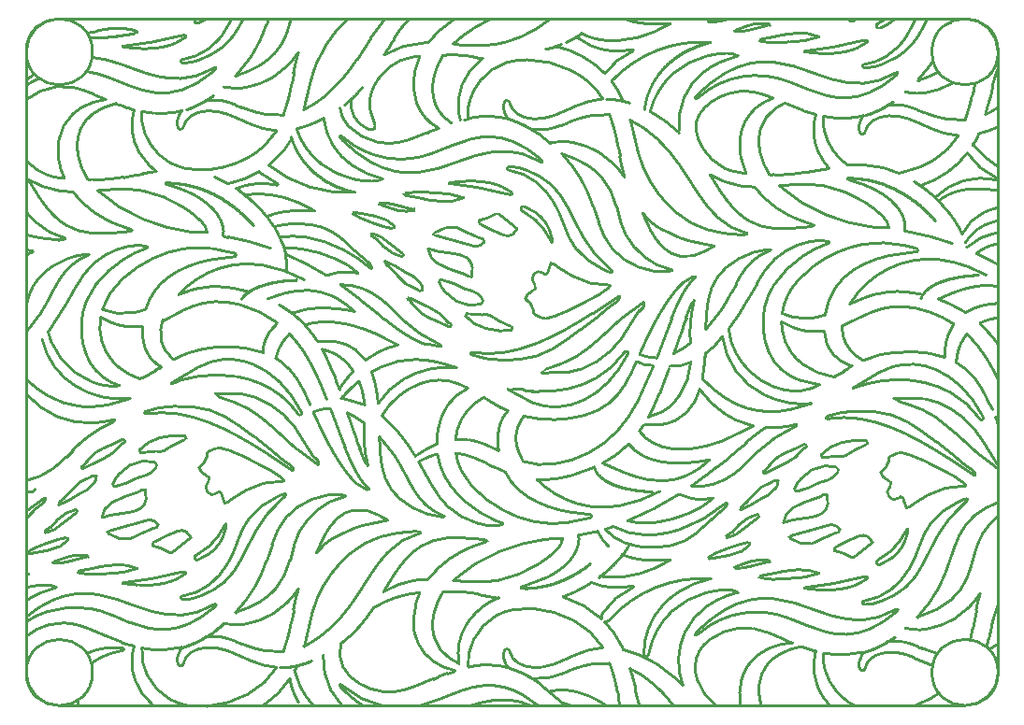
<source format=gbo>
G04*
G04 #@! TF.GenerationSoftware,Altium Limited,Altium Designer,20.0.13 (296)*
G04*
G04 Layer_Color=32896*
%FSLAX25Y25*%
%MOIN*%
G70*
G01*
G75*
%ADD10C,0.01000*%
%ADD11C,0.00800*%
D10*
X879061Y266082D02*
G03*
X884862Y264663I4939J7618D01*
G01*
X890896Y264370D02*
G03*
X898012Y265676I1304J12930D01*
G01*
X746756Y273889D02*
G03*
X745800Y270800I17277J-7038D01*
G01*
X748170Y276589D02*
G03*
X746756Y273889I13444J-8761D01*
G01*
X750729Y279558D02*
G03*
X748170Y276589I9793J-11029D01*
G01*
X843854Y255404D02*
G03*
X854769Y256349I1943J41057D01*
G01*
X690170Y373663D02*
G03*
X684902Y374600I-8919J-34859D01*
G01*
X695147Y372151D02*
G03*
X690170Y373663I-19644J-55708D01*
G01*
X699860Y370424D02*
G03*
X695147Y372151I-76007J-200218D01*
G01*
X699860Y370424D02*
G03*
X704340Y368843I34272J89991D01*
G01*
Y368843D02*
G03*
X708611Y367712I13319J41665D01*
G01*
X708611Y367712D02*
G03*
X712681Y367103I7129J33702D01*
G01*
Y367103D02*
G03*
X716553Y367026I2489J27953D01*
G01*
D02*
G03*
X727022Y370114I-985J22631D01*
G01*
X727643Y370454D02*
G03*
X727022Y370114I5083J-10021D01*
G01*
X728165Y370692D02*
G03*
X727643Y370454I2552J-6276D01*
G01*
X728580Y370832D02*
G03*
X728165Y370692I859J-3241D01*
G01*
X728882Y370876D02*
G03*
X728580Y370832I25J-1219D01*
G01*
X729064Y370828D02*
G03*
X728882Y370876I-163J-252D01*
G01*
X729119Y370692D02*
G03*
X729064Y370828I-149J19D01*
G01*
X729041Y370470D02*
G03*
X729119Y370692I-462J288D01*
G01*
X728822Y370166D02*
G03*
X729040Y370470I-1505J1311D01*
G01*
X727939Y369325D02*
G03*
X728822Y370166I-4469J5582D01*
G01*
X722279Y365343D02*
G03*
X727939Y369325I-20712J35449D01*
G01*
X717037Y362967D02*
G03*
X722279Y365343I-8904J26618D01*
G01*
X712151Y361929D02*
G03*
X717037Y362967I-2213J22432D01*
G01*
X707560Y361959D02*
G03*
X712151Y361929I2445J22446D01*
G01*
X703202Y362789D02*
G03*
X707560Y361959I7500J27523D01*
G01*
X699015Y364150D02*
G03*
X703202Y362789I16352J43201D01*
G01*
X694938Y365772D02*
G03*
X699015Y364150I50516J121077D01*
G01*
X694938Y365772D02*
G03*
X690908Y367385I-57630J-138062D01*
G01*
X690908D02*
G03*
X682760Y369547I-12973J-32458D01*
G01*
X666078Y367176D02*
G03*
X661443Y364638I12158J-27700D01*
G01*
X662358Y367091D02*
G03*
X661443Y366347I32026J-40330D01*
G01*
X664463Y368669D02*
G03*
X662358Y367091I27060J-38267D01*
G01*
X701052Y383628D02*
G03*
X700356Y384081I-882J-593D01*
G01*
X700356D02*
G03*
X698770Y384481I-3468J-10407D01*
G01*
Y384481D02*
G03*
X696727Y384776I-4706J-25435D01*
G01*
D02*
G03*
X692664Y384889I-2741J-25386D01*
G01*
X692664Y384889D02*
G03*
X690740Y384719I1474J-27690D01*
G01*
X690740Y384719D02*
G03*
X688811Y384428I4493J-36260D01*
G01*
D02*
G03*
X686834Y384042I11663J-65080D01*
G01*
X683989Y381482D02*
G03*
X685582Y381480I827J28890D01*
G01*
Y381480D02*
G03*
X687349Y381558I-1272J48905D01*
G01*
X687349Y381558D02*
G03*
X689299Y381700I-5531J89356D01*
G01*
X693720Y382117D02*
G03*
X695980Y382374I-12877J123249D01*
G01*
X695980Y382374D02*
G03*
X698029Y382658I-7828J64065D01*
G01*
D02*
G03*
X699679Y382964I-3821J25181D01*
G01*
Y382964D02*
G03*
X701052Y383628I127J1488D01*
G01*
X983315Y371336D02*
G03*
X984718Y373362I-37751J27640D01*
G01*
X979527Y366743D02*
G03*
X983315Y371336I-38597J35683D01*
G01*
X979922Y366500D02*
G03*
X981618Y367101I-16012J47923D01*
G01*
X981618D02*
G03*
X983201Y367728I-15649J41820D01*
G01*
X983201Y367728D02*
G03*
X984675Y368380I-15285J36540D01*
G01*
X984675D02*
G03*
X986691Y369402I-14519J31133D01*
G01*
X986459Y363039D02*
G03*
X992004Y365475I-8877J27742D01*
G01*
X982683Y362084D02*
G03*
X986459Y363039I-5393J29272D01*
G01*
X980868Y361818D02*
G03*
X982683Y362084I-2811J25479D01*
G01*
X979146Y361697D02*
G03*
X980868Y361818I-632J21374D01*
G01*
X977549Y361726D02*
G03*
X979146Y361697I1095J16606D01*
G01*
X974858Y362244D02*
G03*
X977549Y361726I3206J9396D01*
G01*
X996113Y352229D02*
G03*
X997552Y356681I-52260J19349D01*
G01*
X997552Y356681D02*
G03*
X998221Y359344I-55365J15321D01*
G01*
X998221D02*
G03*
X998491Y360598I-64498J14591D01*
G01*
X1007900Y370656D02*
G03*
X1007266Y369000I37258J-15218D01*
G01*
X1007266D02*
G03*
X1006708Y367343I43322J-15499D01*
G01*
D02*
G03*
X1006214Y365686I52878J-16679D01*
G01*
D02*
G03*
X1005769Y364031I68996J-19417D01*
G01*
X1003382Y354170D02*
G03*
X1004216Y357439I-84242J23215D01*
G01*
X1003382Y354170D02*
G03*
X1004296Y354606I-11359J24968D01*
G01*
X1004296D02*
G03*
X1005658Y355332I-13370J26711D01*
G01*
X1005658D02*
G03*
X1007900Y356723I-16770J29536D01*
G01*
X1007201Y349466D02*
G03*
X1007900Y349779I-17010J38885D01*
G01*
X1004388Y348358D02*
G03*
X1007201Y349466I-13199J37649D01*
G01*
X1000873Y347328D02*
G03*
X1004388Y348358I-7982J33744D01*
G01*
X998878Y343259D02*
G03*
X998816Y343302I-1657J-2307D01*
G01*
X999003Y343164D02*
G03*
X998878Y343259I-1906J-2383D01*
G01*
X999128Y343059D02*
G03*
X999003Y343164I-2224J-2519D01*
G01*
X999254Y342942D02*
G03*
X999128Y343059I-2576J-2658D01*
G01*
X999443Y342746D02*
G03*
X999254Y342942I-3099J-2804D01*
G01*
X999443Y342746D02*
G03*
X1007900Y335497I32883J29803D01*
G01*
X987581Y324037D02*
G03*
X986700Y323312I6809J-9180D01*
G01*
X988723Y324802D02*
G03*
X987581Y324037I7357J-12212D01*
G01*
X990142Y325567D02*
G03*
X988723Y324802I7299J-15228D01*
G01*
X991851Y326288D02*
G03*
X990142Y325567I6689J-18237D01*
G01*
X993856Y326917D02*
G03*
X991851Y326288I5559J-21247D01*
G01*
X996155Y327402D02*
G03*
X993856Y326917I3920J-24250D01*
G01*
X998737Y327695D02*
G03*
X996155Y327402I1770J-27212D01*
G01*
X1007900Y326957D02*
G03*
X998737Y327695I-7204J-32204D01*
G01*
X997600Y310441D02*
G03*
X996216Y308412I11179J-9112D01*
G01*
X1000537Y313213D02*
G03*
X997600Y310441I9225J-12714D01*
G01*
X1003099Y314762D02*
G03*
X1000537Y313213I7831J-15842D01*
G01*
X1007900Y316436D02*
G03*
X1003099Y314762I4516J-20675D01*
G01*
X1007900Y320960D02*
G03*
X1006079Y320490I5763J-26095D01*
G01*
X1006079D02*
G03*
X1004377Y319914I6610J-22334D01*
G01*
D02*
G03*
X1002794Y319232I7333J-19195D01*
G01*
X1002794D02*
G03*
X995060Y311492I6632J-14360D01*
G01*
X1007900Y312206D02*
G03*
X996664Y306737I3934J-22360D01*
G01*
X1001517Y305659D02*
G03*
X1000148Y304624I7591J-11463D01*
G01*
X1003759Y306874D02*
G03*
X1001517Y305659I5841J-13452D01*
G01*
X1005363Y307475D02*
G03*
X1003759Y306874I4939J-15636D01*
G01*
X1007900Y308084D02*
G03*
X1005363Y307475I3142J-18664D01*
G01*
X1007900Y300630D02*
G03*
X1000148Y304624I-51797J-90997D01*
G01*
X1007900Y292884D02*
G03*
X1003947Y293190I-3697J-22119D01*
G01*
Y293190D02*
G03*
X1001928Y293088I259J-25322D01*
G01*
X1001928Y293088D02*
G03*
X999873Y292827I2572J-28445D01*
G01*
D02*
G03*
X997779Y292413I5351J-32592D01*
G01*
X997779Y292413D02*
G03*
X995640Y291854I8790J-37992D01*
G01*
X995640D02*
G03*
X993451Y291156I13127J-44970D01*
G01*
Y291156D02*
G03*
X991208Y290328I18677J-53996D01*
G01*
D02*
G03*
X986541Y288306I29055J-73454D01*
G01*
X997387Y284147D02*
G03*
X996350Y283535I8020J-14785D01*
G01*
X999575Y285154D02*
G03*
X997387Y284147I6713J-17466D01*
G01*
X1001881Y285898D02*
G03*
X999575Y285154I5626J-21382D01*
G01*
X1004266Y286410D02*
G03*
X1001881Y285898I4354J-26104D01*
G01*
X1007900Y286807D02*
G03*
X1004266Y286410I1770J-33032D01*
G01*
X1003170Y280524D02*
G03*
X1001387Y279724I6020J-15796D01*
G01*
X1005102Y281143D02*
G03*
X1003170Y280524I4744J-18140D01*
G01*
X1007900Y281678D02*
G03*
X1005102Y281143I2655J-21462D01*
G01*
X1007900Y272038D02*
G03*
X1006175Y274489I-36162J-23616D01*
G01*
D02*
G03*
X1001387Y279724I-29934J-22575D01*
G01*
X998075Y274488D02*
G03*
X996655Y275876I-26146J-25327D01*
G01*
X1000689Y271503D02*
G03*
X998075Y274488I-31566J-25008D01*
G01*
X1003030Y268280D02*
G03*
X1000689Y271503I-39589J-26285D01*
G01*
X1004107Y266595D02*
G03*
X1003030Y268280I-46792J-28729D01*
G01*
X1005129Y264867D02*
G03*
X1004107Y266595I-53018J-30198D01*
G01*
X1006099Y263105D02*
G03*
X1005129Y264867I-60338J-32053D01*
G01*
X1007900Y259496D02*
G03*
X1006099Y263105I-74524J-34949D01*
G01*
X1002583Y237449D02*
G03*
X1007900Y228908I72579J39265D01*
G01*
X1002583Y237449D02*
G03*
X995539Y245900I-31915J-19440D01*
G01*
Y245900D02*
G03*
X986279Y251498I-20511J-23470D01*
G01*
X986279Y251498D02*
G03*
X976674Y252947I-7985J-20363D01*
G01*
X970712Y252923D02*
G03*
X976674Y252947I2754J56265D01*
G01*
X970712Y252923D02*
G03*
X976071Y250678I8229J12128D01*
G01*
X985463Y246326D02*
G03*
X976071Y250678I-19457J-29677D01*
G01*
X993426Y239877D02*
G03*
X985463Y246326I-52507J-56688D01*
G01*
X993426Y239877D02*
G03*
X1007900Y227758I71301J70458D01*
G01*
X979030Y174788D02*
G03*
X986134Y177681I-12714J41398D01*
G01*
D02*
G03*
X991164Y181046I-12199J23681D01*
G01*
X991164D02*
G03*
X994560Y184767I-13263J15513D01*
G01*
D02*
G03*
X996760Y188728I-17903J12534D01*
G01*
D02*
G03*
X998203Y192814I-32767J13876D01*
G01*
X998203Y192814D02*
G03*
X999330Y196907I-214641J61265D01*
G01*
X1000579Y200894D02*
G03*
X999330Y196907I43675J-15870D01*
G01*
X1002381Y204657D02*
G03*
X1000579Y200894I18763J-11299D01*
G01*
X1007900Y211041D02*
G03*
X1002381Y204657I16768J-20073D01*
G01*
X1007900Y215745D02*
G03*
X1003517Y213856I7965J-24505D01*
G01*
D02*
G03*
X999586Y211194I11678J-21483D01*
G01*
X999586D02*
G03*
X996394Y207880I12929J-15646D01*
G01*
D02*
G03*
X994059Y204028I18407J-13788D01*
G01*
Y204028D02*
G03*
X992282Y199738I39255J-18774D01*
G01*
Y199738D02*
G03*
X990700Y195111I213749J-75679D01*
G01*
X988949Y190245D02*
G03*
X990700Y195111I-93859J36524D01*
G01*
X986666Y185239D02*
G03*
X988949Y190245I-43831J23014D01*
G01*
X979527Y175321D02*
G03*
X986666Y185239I-34869J32625D01*
G01*
X1004568Y163322D02*
G03*
X1005911Y164055I-13919J27084D01*
G01*
X1005911D02*
G03*
X1007900Y165301I-17183J29642D01*
G01*
X1007900Y179235D02*
G03*
X1007315Y177715I37099J-15155D01*
G01*
D02*
G03*
X1006795Y176195I42434J-15350D01*
G01*
Y176195D02*
G03*
X1006331Y174675I50535J-16269D01*
G01*
Y174675D02*
G03*
X1005912Y173156I63340J-18317D01*
G01*
D02*
G03*
X1005526Y171639I86041J-22666D01*
G01*
X1003742Y164096D02*
G03*
X1004469Y167102I-121859J31053D01*
G01*
X997946Y166764D02*
G03*
X998406Y168768I-59702J14753D01*
G01*
X998406D02*
G03*
X998782Y170656I-77174J16337D01*
G01*
X1000347Y178925D02*
G03*
X1000015Y177390I81681J-18478D01*
G01*
X1000700Y180410D02*
G03*
X1000347Y178925I69574J-17303D01*
G01*
X1001479Y183246D02*
G03*
X1000700Y180410I56089J-16933D01*
G01*
X974052Y166037D02*
G03*
X968533Y166207I-3296J-17407D01*
G01*
X975766Y165625D02*
G03*
X974052Y166037I-5581J-19429D01*
G01*
X977446Y165085D02*
G03*
X975766Y165625I-9619J-27071D01*
G01*
X979121Y164458D02*
G03*
X977446Y165085I-19425J-49320D01*
G01*
X980823Y163781D02*
G03*
X982584Y163094I38117J95014D01*
G01*
Y163094D02*
G03*
X986390Y161839I15182J39660D01*
G01*
X959972Y162371D02*
G03*
X959603Y161928I5547J-4997D01*
G01*
D02*
G03*
X958326Y158810I4806J-3788D01*
G01*
X958326D02*
G03*
X958400Y156964I6543J-663D01*
G01*
D02*
G03*
X958514Y156552I2136J370D01*
G01*
D02*
G03*
X958688Y156217I1612J623D01*
G01*
X958688D02*
G03*
X958907Y155962I1149J765D01*
G01*
X958907Y155962D02*
G03*
X959156Y155791I746J817D01*
G01*
Y155791D02*
G03*
X959944Y155807I379J713D01*
G01*
X959944D02*
G03*
X960172Y156000I-479J795D01*
G01*
X960172Y156000D02*
G03*
X960487Y156687I-1194J965D01*
G01*
X961207Y158477D02*
G03*
X960487Y156687I4925J-3018D01*
G01*
X962482Y159978D02*
G03*
X961207Y158477I4280J-4928D01*
G01*
X964242Y161146D02*
G03*
X962482Y159978I3641J-7393D01*
G01*
X966415Y161939D02*
G03*
X964242Y161146I2541J-10346D01*
G01*
X968929Y162311D02*
G03*
X966415Y161939I701J-13412D01*
G01*
X971714Y162219D02*
G03*
X968929Y162311I-1925J-16157D01*
G01*
X974697Y161620D02*
G03*
X971714Y162219I-5227J-18300D01*
G01*
X977819Y160502D02*
G03*
X974697Y161620I-11008J-25815D01*
G01*
X986057Y147217D02*
G03*
X986831Y147766I-16454J24014D01*
G01*
X983606Y145701D02*
G03*
X986057Y147217I-15222J27348D01*
G01*
X978252Y143289D02*
G03*
X983606Y145702I-11735J33193D01*
G01*
X991300Y143289D02*
G03*
X992129Y143973I-21116J26468D01*
G01*
X954356Y144604D02*
G03*
X956628Y143289I10452J15438D01*
G01*
X947798Y151965D02*
G03*
X954356Y144604I18210J9621D01*
G01*
X946117Y156198D02*
G03*
X947798Y151965I19360J5240D01*
G01*
X945696Y158275D02*
G03*
X946117Y156198I16775J2318D01*
G01*
X945722Y162097D02*
G03*
X945696Y158275I12303J-1997D01*
G01*
X942919Y162763D02*
G03*
X942497Y161186I16108J-5153D01*
G01*
D02*
G03*
X943720Y149502I18635J-3955D01*
G01*
D02*
G03*
X947924Y143289I19797J8867D01*
G01*
X922891Y145748D02*
G03*
X923469Y143289I21838J3835D01*
G01*
X922615Y148271D02*
G03*
X922891Y145748I19445J851D01*
G01*
X922695Y150804D02*
G03*
X922615Y148271I16671J-1796D01*
G01*
X925615Y157942D02*
G03*
X922695Y150804I10488J-8456D01*
G01*
X927662Y159993D02*
G03*
X925615Y157942I9117J-11148D01*
G01*
X930336Y161791D02*
G03*
X927662Y159993I8360J-15316D01*
G01*
X937782Y164423D02*
G03*
X930336Y161791I5114J-26323D01*
G01*
X934519Y165759D02*
G03*
X934055Y165716I1330J-16809D01*
G01*
Y165716D02*
G03*
X929811Y164961I3077J-29613D01*
G01*
D02*
G03*
X926179Y163714I5746J-22639D01*
G01*
D02*
G03*
X918704Y157622I6698J-15852D01*
G01*
D02*
G03*
X916320Y152212I14035J-9415D01*
G01*
D02*
G03*
X916138Y143289I20547J-4882D01*
G01*
X900722Y152372D02*
G03*
X907408Y143289I17350J5768D01*
G01*
X901438Y162871D02*
G03*
X900722Y152372I10799J-6010D01*
G01*
X905183Y166900D02*
G03*
X901438Y162871I8596J-11744D01*
G01*
X910260Y169680D02*
G03*
X905183Y166900I7435J-19604D01*
G01*
X915721Y170987D02*
G03*
X910260Y169680I2072J-20717D01*
G01*
X920878Y170741D02*
G03*
X915721Y170987I-3468J-18501D01*
G01*
X931048Y167197D02*
G03*
X920878Y170741I-20646J-42884D01*
G01*
X892257Y143289D02*
G03*
X888096Y148090I-42588J-32705D01*
G01*
D02*
G03*
X885026Y150974I-34828J-33990D01*
G01*
D02*
G03*
X881782Y153504I-27286J-31651D01*
G01*
Y153504D02*
G03*
X880111Y154608I-20657J-29437D01*
G01*
X880111D02*
G03*
X876703Y156443I-15941J-25527D01*
G01*
X877052Y155140D02*
G03*
X876703Y156443I-68066J-17518D01*
G01*
X879259Y145935D02*
G03*
X880023Y143289I57567J15190D01*
G01*
X870632Y154773D02*
G03*
X869434Y158383I-53764J-15842D01*
G01*
X871484Y151521D02*
G03*
X870632Y154773I-54978J-12659D01*
G01*
X871813Y150010D02*
G03*
X871484Y151521I-63933J-13154D01*
G01*
X872097Y148565D02*
G03*
X871813Y150010I-80444J-15039D01*
G01*
X872581Y145841D02*
G03*
X873040Y143289I138089J23569D01*
G01*
X868083Y143289D02*
G03*
X866195Y144613I-14886J-19220D01*
G01*
D02*
G03*
X857570Y148196I-15415J-24934D01*
G01*
Y148196D02*
G03*
X855396Y148632I-6617J-27352D01*
G01*
X855396Y148632D02*
G03*
X853318Y148873I-3796J-23660D01*
G01*
X853318Y148873D02*
G03*
X851388Y148913I-1351J-18585D01*
G01*
D02*
G03*
X848179Y148368I143J-10565D01*
G01*
X855522Y143289D02*
G03*
X854301Y143746I-17267J-44299D01*
G01*
X854301D02*
G03*
X852350Y144402I-18015J-50285D01*
G01*
X822402Y144019D02*
G03*
X820000Y143289I12871J-46637D01*
G01*
X824742Y144593D02*
G03*
X822402Y144019I8782J-40881D01*
G01*
X827020Y145008D02*
G03*
X824742Y144593I5411J-36205D01*
G01*
X829238Y145261D02*
G03*
X827020Y145008I2561J-32231D01*
G01*
X833493Y145277D02*
G03*
X829238Y145261I-2025J-27427D01*
G01*
X841299Y143289D02*
G03*
X833493Y145277I-9420J-20670D01*
G01*
X843532Y143601D02*
G03*
X838356Y147134I-24845J-30840D01*
G01*
D02*
G03*
X824749Y150461I-12146J-20182D01*
G01*
D02*
G03*
X820692Y149847I1921J-26370D01*
G01*
D02*
G03*
X816795Y148720I8704J-37409D01*
G01*
D02*
G03*
X809287Y145770I50791J-140285D01*
G01*
X801839Y143289D02*
G03*
X809287Y145770I-11439J46762D01*
G01*
X774226Y149188D02*
G03*
X776405Y147156I43401J44344D01*
G01*
X776405Y147156D02*
G03*
X778542Y145353I35856J40338D01*
G01*
Y145353D02*
G03*
X781327Y143289I28917J36105D01*
G01*
X774794Y149966D02*
G03*
X788118Y143289I19874J23028D01*
G01*
X774794Y149966D02*
G03*
X774322Y150345I-4762J-5438D01*
G01*
D02*
G03*
X773929Y150602I-2404J-3243D01*
G01*
D02*
G03*
X773620Y150745I-908J-1559D01*
G01*
Y150745D02*
G03*
X773399Y150782I-203J-540D01*
G01*
Y150782D02*
G03*
X773272Y150719I2J-164D01*
G01*
Y150719D02*
G03*
X773244Y150565I184J-113D01*
G01*
D02*
G03*
X773320Y150328I791J123D01*
G01*
X773320D02*
G03*
X773505Y150014I1996J970D01*
G01*
X773505D02*
G03*
X774226Y149188I4796J3459D01*
G01*
X767299Y161274D02*
G03*
X767839Y154916I25944J-996D01*
G01*
Y154916D02*
G03*
X774044Y143289I22456J4515D01*
G01*
X759138Y150046D02*
G03*
X763855Y143289I23484J11369D01*
G01*
X757043Y155905D02*
G03*
X759138Y150046I28442J6869D01*
G01*
X745940Y143289D02*
G03*
X751320Y147734I-18717J28132D01*
G01*
X751320D02*
G03*
X755305Y152747I-21438J21131D01*
G01*
X699930Y164494D02*
G03*
X700331Y152211I18012J-5560D01*
G01*
Y152211D02*
G03*
X702768Y147648I19012J7222D01*
G01*
X702768D02*
G03*
X706737Y143289I20525J14700D01*
G01*
X679729Y145221D02*
G03*
X680042Y143289I20476J2331D01*
G01*
X669363Y172096D02*
G03*
X661443Y168033I5468J-20408D01*
G01*
X674914Y172788D02*
G03*
X669363Y172096I-474J-18805D01*
G01*
X677549Y172530D02*
G03*
X674914Y172788I-3214J-19249D01*
G01*
X680137Y171950D02*
G03*
X677549Y172530I-6632J-23528D01*
G01*
X682723Y171113D02*
G03*
X680137Y171950I-12231J-33362D01*
G01*
X688059Y168928D02*
G03*
X682723Y171113I-39427J-88658D01*
G01*
X689313Y168394D02*
G03*
X694639Y166290I58243J139617D01*
G01*
X698187Y165030D02*
G03*
X699930Y164494I11026J32759D01*
G01*
X662357Y289408D02*
G03*
X661443Y285570I26700J-8385D01*
G01*
X663816Y292800D02*
G03*
X662357Y289408I15949J-8871D01*
G01*
X665821Y295693D02*
G03*
X663816Y292800I14174J-11958D01*
G01*
X668226Y298114D02*
G03*
X665821Y295693I13644J-15969D01*
G01*
X670884Y300089D02*
G03*
X668226Y298114I13157J-20475D01*
G01*
X676353Y302819D02*
G03*
X670884Y300089I10027J-26934D01*
G01*
X678864Y303630D02*
G03*
X676353Y302819I7481J-27458D01*
G01*
X682690Y304287D02*
G03*
X678864Y303630I998J-17283D01*
G01*
X682925Y304291D02*
G03*
X682690Y304287I102J-12891D01*
G01*
X683150Y304290D02*
G03*
X682925Y304291I-150J-9187D01*
G01*
X683357Y304283D02*
G03*
X683150Y304290I-299J-5827D01*
G01*
X683537Y304269D02*
G03*
X683357Y304283I-339J-3168D01*
G01*
X683680Y304246D02*
G03*
X683537Y304269I-286J-1363D01*
G01*
X683778Y304214D02*
G03*
X683680Y304246I-178J-381D01*
G01*
X683821Y304172D02*
G03*
X683778Y304214I-70J-29D01*
G01*
X683801Y304118D02*
G03*
X683821Y304172I-37J45D01*
G01*
X683532Y303971D02*
G03*
X683801Y304118I-250J773D01*
G01*
X683532Y303971D02*
G03*
X677410Y300235I7395J-19003D01*
G01*
Y300235D02*
G03*
X675184Y297893I13756J-15310D01*
G01*
D02*
G03*
X673317Y295292I21422J-17338D01*
G01*
X673317D02*
G03*
X671663Y292471I41061J-25970D01*
G01*
X671663Y292471D02*
G03*
X670075Y289472I153349J-83170D01*
G01*
X668403Y286336D02*
G03*
X670075Y289472I-133185J73001D01*
G01*
X666502Y283105D02*
G03*
X668403Y286336I-53196J33473D01*
G01*
X661443Y276531D02*
G03*
X666502Y283105I-31766J29678D01*
G01*
X661443Y259660D02*
G03*
X665392Y256333I31883J33844D01*
G01*
X665392D02*
G03*
X669274Y253780I22328J29719D01*
G01*
D02*
G03*
X680568Y250058I14459J24874D01*
G01*
X680568D02*
G03*
X684230Y249897I3120J29314D01*
G01*
X684230D02*
G03*
X687849Y250160I-632J33693D01*
G01*
D02*
G03*
X691429Y250777I-5197J40825D01*
G01*
Y250777D02*
G03*
X698489Y252795I-13725J61395D01*
G01*
X661443Y223529D02*
G03*
X670908Y227777I-5124J24085D01*
G01*
X670908Y227777D02*
G03*
X673380Y229812I-17575J23861D01*
G01*
X673380D02*
G03*
X675663Y232027I-40962J44499D01*
G01*
X680557Y236826D02*
G03*
X677980Y234379I41670J-46464D01*
G01*
X683617Y239325D02*
G03*
X680557Y236826I26460J-35521D01*
G01*
X692086Y244314D02*
G03*
X683617Y239325I20046J-43714D01*
G01*
X692086Y244314D02*
G03*
X692550Y244586I-1231J2634D01*
G01*
Y244586D02*
G03*
X692737Y244735I-1413J1970D01*
G01*
D02*
G03*
X692885Y244881I-1124J1285D01*
G01*
X692885D02*
G03*
X692987Y245017I-695J628D01*
G01*
X692987Y245017D02*
G03*
X693036Y245134I-316J201D01*
G01*
D02*
G03*
X693026Y245224I-124J31D01*
G01*
D02*
G03*
X692949Y245279I-108J-69D01*
G01*
Y245279D02*
G03*
X692567Y245252I-137J-765D01*
G01*
X688952Y244525D02*
G03*
X692567Y245252I-6182J40103D01*
G01*
X685449Y244163D02*
G03*
X688952Y244525I-1883J35313D01*
G01*
X672552Y246357D02*
G03*
X685449Y244163I11130J26419D01*
G01*
X666774Y249641D02*
G03*
X672552Y246357I17505J24074D01*
G01*
X661443Y254382D02*
G03*
X666774Y249641I26998J24985D01*
G01*
X664684Y213377D02*
G03*
X664119Y212882I26007J-30279D01*
G01*
X665264Y213864D02*
G03*
X664684Y213377I22206J-27016D01*
G01*
X667113Y215267D02*
G03*
X665264Y213864I16495J-23656D01*
G01*
X667113Y215267D02*
G03*
X667538Y215734I-6005J5894D01*
G01*
Y215734D02*
G03*
X667861Y216153I-4615J3899D01*
G01*
X667861D02*
G03*
X668091Y216519I-3300J2331D01*
G01*
D02*
G03*
X668237Y216828I-2116J1183D01*
G01*
D02*
G03*
X668305Y217075I-1150J451D01*
G01*
D02*
G03*
X668305Y217255I-495J89D01*
G01*
D02*
G03*
X668244Y217365I-186J-32D01*
G01*
Y217365D02*
G03*
X668130Y217399I-100J-129D01*
G01*
D02*
G03*
X667779Y217220I103J-638D01*
G01*
X661443Y212614D02*
G03*
X667779Y217220I-29008J46560D01*
G01*
X661909Y219458D02*
G03*
X663500Y219700I-3187J26268D01*
G01*
X670548Y180773D02*
G03*
X661443Y174925I17021J-36514D01*
G01*
X678902Y183135D02*
G03*
X670548Y180773I3361J-27833D01*
G01*
X686582Y182969D02*
G03*
X678902Y183135I-4458J-28341D01*
G01*
X693666Y181227D02*
G03*
X686582Y182969I-14118J-42143D01*
G01*
X700229Y178865D02*
G03*
X693666Y181227I-58659J-152706D01*
G01*
X700229Y178865D02*
G03*
X706349Y176832I24112J62365D01*
G01*
Y176832D02*
G03*
X712076Y175740I9834J35982D01*
G01*
Y175740D02*
G03*
X717425Y175664I3064J27719D01*
G01*
X717425Y175664D02*
G03*
X727022Y178692I-1806J22449D01*
G01*
X727643Y179032D02*
G03*
X727022Y178692I5083J-10021D01*
G01*
X728165Y179270D02*
G03*
X727643Y179032I2552J-6276D01*
G01*
X728580Y179410D02*
G03*
X728165Y179270I859J-3241D01*
G01*
X728882Y179454D02*
G03*
X728580Y179410I25J-1219D01*
G01*
X729064Y179406D02*
G03*
X728882Y179454I-163J-252D01*
G01*
X729119Y179270D02*
G03*
X729064Y179406I-149J19D01*
G01*
X729041Y179048D02*
G03*
X729119Y179270I-462J288D01*
G01*
X728822Y178744D02*
G03*
X729040Y179048I-1505J1311D01*
G01*
X727939Y177903D02*
G03*
X728822Y178744I-4469J5582D01*
G01*
X719369Y172442D02*
G03*
X727939Y177903I-15287J33441D01*
G01*
X711718Y170469D02*
G03*
X719369Y172442I-1899J23191D01*
G01*
X704757Y170992D02*
G03*
X711718Y170469I5262J23479D01*
G01*
X698259Y173014D02*
G03*
X704757Y170992I16197J40582D01*
G01*
X691996Y175543D02*
G03*
X661443Y173217I-13166J-28875D01*
G01*
X663481Y181993D02*
G03*
X661443Y180719I14154J-24884D01*
G01*
X666685Y183580D02*
G03*
X663481Y181993I12350J-28969D01*
G01*
X672215Y185415D02*
G03*
X666685Y183580I8443J-34691D01*
G01*
X672215Y185415D02*
G03*
X671710Y185695I-1577J-2253D01*
G01*
X671710D02*
G03*
X671043Y185927I-1993J-4656D01*
G01*
D02*
G03*
X670227Y186106I-2180J-7973D01*
G01*
X670227D02*
G03*
X669275Y186228I-2009J-11934D01*
G01*
X669275Y186228D02*
G03*
X668200Y186287I-1425J-16141D01*
G01*
X668200D02*
G03*
X667015Y186278I-443J-20179D01*
G01*
X667015D02*
G03*
X665734Y186196I866J-23708D01*
G01*
X665734Y186196D02*
G03*
X661443Y185465I2657J-28524D01*
G01*
X686169Y159355D02*
G03*
X684641Y158236I9033J-13929D01*
G01*
X687936Y160372D02*
G03*
X686169Y159355I8688J-17143D01*
G01*
X689955Y161275D02*
G03*
X687936Y160372I8286J-21236D01*
G01*
X691062Y161680D02*
G03*
X689955Y161275I8444J-24805D01*
G01*
X692236Y162052D02*
G03*
X691062Y161680I8132J-27710D01*
G01*
X694793Y162692D02*
G03*
X692236Y162052I6864J-32858D01*
G01*
X694793Y162692D02*
G03*
X695689Y162928I-1499J7507D01*
G01*
X695689D02*
G03*
X696187Y163163I-555J1814D01*
G01*
X696187D02*
G03*
X696330Y163390I-129J240D01*
G01*
Y163390D02*
G03*
X696162Y163599I-301J-70D01*
G01*
D02*
G03*
X695727Y163781I-902J-1546D01*
G01*
D02*
G03*
X695067Y163928I-1520J-5277D01*
G01*
D02*
G03*
X694228Y164030I-1703J-10453D01*
G01*
X694228Y164030D02*
G03*
X691066Y163985I-1338J-17015D01*
G01*
X691066D02*
G03*
X690133Y163872I3515J-32866D01*
G01*
D02*
G03*
X688348Y163576I4080J-30136D01*
G01*
Y163576D02*
G03*
X685871Y162967I5120J-26144D01*
G01*
Y162967D02*
G03*
X682934Y161868I6409J-21610D01*
G01*
X685065Y155100D02*
G03*
X685065Y155100I-11811J0D01*
G01*
X1007900D02*
G03*
X1007900Y155100I-11811J0D01*
G01*
Y376557D02*
G03*
X1007900Y376557I-11811J0D01*
G01*
X685065D02*
G03*
X685065Y376557I-11811J0D01*
G01*
X661880Y305797D02*
G03*
X663705Y305518I14017J85377D01*
G01*
X661443Y319447D02*
G03*
X662514Y318183I31126J25271D01*
G01*
Y318183D02*
G03*
X663632Y316976I25859J22830D01*
G01*
D02*
G03*
X664805Y315831I21795J21176D01*
G01*
D02*
G03*
X675188Y310102I16342J17342D01*
G01*
X675395Y310021D02*
G03*
X675188Y310102I-361J-625D01*
G01*
X675446Y309937D02*
G03*
X675395Y310021I-82J9D01*
G01*
X675362Y309851D02*
G03*
X675446Y309937I-68J150D01*
G01*
X675170Y309767D02*
G03*
X675362Y309851I-313J983D01*
G01*
X674893Y309689D02*
G03*
X675170Y309767I-694J3002D01*
G01*
X674556Y309621D02*
G03*
X674893Y309689I-995J5750D01*
G01*
X673801Y309525D02*
G03*
X674556Y309621I-674J8349D01*
G01*
X673100Y309507D02*
G03*
X673801Y309525I209J5597D01*
G01*
X669625Y309761D02*
G03*
X670790Y309657I6239J62874D01*
G01*
X667282Y310044D02*
G03*
X669625Y309761I7694J53928D01*
G01*
X664936Y310441D02*
G03*
X667282Y310044I8818J44974D01*
G01*
X661443Y311296D02*
G03*
X664936Y310441I10778J36481D01*
G01*
X661443Y337944D02*
G03*
X662576Y336722I15667J13397D01*
G01*
D02*
G03*
X669025Y332585I12322J12112D01*
G01*
Y332585D02*
G03*
X670449Y332135I6511J18114D01*
G01*
X670449D02*
G03*
X671931Y331782I5948J21718D01*
G01*
D02*
G03*
X675092Y331320I6116J30750D01*
G01*
X685348Y361506D02*
G03*
X682723Y362535I-24385J-58352D01*
G01*
D02*
G03*
X680137Y363372I-12231J-33362D01*
G01*
D02*
G03*
X677549Y363952I-6632J-23528D01*
G01*
D02*
G03*
X672189Y364081I-3121J-18297D01*
G01*
X672189D02*
G03*
X661443Y359455I2755J-21192D01*
G01*
X673254Y388368D02*
G03*
X661443Y376557I0J-11811D01*
G01*
X1007900D02*
G03*
X996089Y388368I-11811J0D01*
G01*
Y143289D02*
G03*
X1007900Y155100I0J11811D01*
G01*
X661443D02*
G03*
X673254Y143289I11811J0D01*
G01*
X1007900Y376557D02*
G03*
X996089Y388368I-11811J0D01*
G01*
X662166Y330984D02*
G03*
X673071Y326989I15731J26058D01*
G01*
X673071Y326989D02*
G03*
X674717Y326778I4816J30910D01*
G01*
D02*
G03*
X678035Y326589I3843J38390D01*
G01*
D02*
G03*
X685753Y319201I28325J21866D01*
G01*
Y319201D02*
G03*
X689898Y316707I20607J29559D01*
G01*
X689898Y316707D02*
G03*
X692041Y315679I19275J37424D01*
G01*
Y315679D02*
G03*
X694230Y314766I20242J45442D01*
G01*
D02*
G03*
X698747Y313191I25885J66972D01*
G01*
X699181Y312911D02*
G03*
X698747Y313191I-451J-222D01*
G01*
X698762Y312651D02*
G03*
X699181Y312911I-45J542D01*
G01*
X697655Y312417D02*
G03*
X698762Y312651I-1162J8219D01*
G01*
X696027Y312212D02*
G03*
X697655Y312417I-3078J31017D01*
G01*
X694045Y312041D02*
G03*
X696027Y312212I-4765J66744D01*
G01*
X689686Y311817D02*
G03*
X694045Y312041I-3450J109781D01*
G01*
X687642Y311773D02*
G03*
X689686Y311817I-1029J95224D01*
G01*
X684658Y311842D02*
G03*
X687642Y311773I2249J32653D01*
G01*
X675672Y314689D02*
G03*
X684658Y311842I10705J18180D01*
G01*
X673283Y316349D02*
G03*
X675672Y314689I13346J16667D01*
G01*
X671123Y318297D02*
G03*
X673283Y316349I17851J17627D01*
G01*
X669145Y320494D02*
G03*
X671123Y318297I24773J20306D01*
G01*
X667306Y322901D02*
G03*
X669145Y320494I36106J25684D01*
G01*
X665560Y325478D02*
G03*
X667306Y322901I57073J36792D01*
G01*
X662166Y330984D02*
G03*
X665560Y325478I178832J106412D01*
G01*
X767574Y255097D02*
G03*
X766537Y257591I-139552J-56555D01*
G01*
X766537Y257591D02*
G03*
X765444Y260074I-106909J-45574D01*
G01*
D02*
G03*
X764284Y262532I-85580J-38865D01*
G01*
Y262532D02*
G03*
X763048Y264951I-70279J-34400D01*
G01*
D02*
G03*
X761725Y267315I-58633J-31266D01*
G01*
X761725D02*
G03*
X760304Y269610I-49423J-29000D01*
G01*
X760304Y269610D02*
G03*
X758776Y271822I-41959J-27354D01*
G01*
D02*
G03*
X755358Y275935I-33944J-24733D01*
G01*
X755358D02*
G03*
X752798Y272966I9793J-11029D01*
G01*
X752798D02*
G03*
X751384Y270266I13444J-8761D01*
G01*
X751384D02*
G03*
X750428Y267177I17277J-7038D01*
G01*
X752232Y265987D02*
G03*
X750428Y267177I-12393J-16813D01*
G01*
X755320Y263207D02*
G03*
X752232Y265987I-15952J-14613D01*
G01*
X756642Y261642D02*
G03*
X755320Y263207I-19593J-15219D01*
G01*
X757841Y259979D02*
G03*
X756642Y261642I-23897J-15964D01*
G01*
X758936Y258229D02*
G03*
X757841Y259979I-29950J-17525D01*
G01*
X759945Y256406D02*
G03*
X758936Y258229I-38843J-20315D01*
G01*
X760888Y254523D02*
G03*
X759945Y256406I-52962J-25325D01*
G01*
X762648Y250624D02*
G03*
X760888Y254523I-102328J-43854D01*
G01*
X673795Y334665D02*
G03*
X675092Y331320I23466J7169D01*
G01*
X672762Y341711D02*
G03*
X673795Y334665I23216J-195D01*
G01*
X673108Y345210D02*
G03*
X672762Y341711I19748J-3722D01*
G01*
X678097Y354416D02*
G03*
X673108Y345210I11379J-12122D01*
G01*
X681215Y356720D02*
G03*
X678097Y354416I8757J-15114D01*
G01*
X689883Y359579D02*
G03*
X681215Y356720I2985J-23618D01*
G01*
X757832Y348953D02*
G03*
X766605Y336558I24974J8374D01*
G01*
Y336558D02*
G03*
X778064Y331124I18268J23721D01*
G01*
X778064D02*
G03*
X781581Y330513I6677J28029D01*
G01*
Y330513D02*
G03*
X784626Y330380I2499J22223D01*
G01*
D02*
G03*
X788525Y331248I332J7699D01*
G01*
X782834Y333153D02*
G03*
X788525Y331248I14114J32717D01*
G01*
X777460Y336149D02*
G03*
X782834Y333153I17242J24604D01*
G01*
X770921Y342951D02*
G03*
X777460Y336149I20243J12918D01*
G01*
X767481Y352793D02*
G03*
X770921Y342951I23734J2773D01*
G01*
X764631Y351383D02*
G03*
X767481Y352793I-18195J40347D01*
G01*
X761741Y350210D02*
G03*
X764631Y351383I-13754J38061D01*
G01*
X757883Y349059D02*
G03*
X761741Y350210I-8058J34021D01*
G01*
X793245Y382393D02*
G03*
X792376Y381087I61268J-41740D01*
G01*
X794133Y383660D02*
G03*
X793245Y382393I47124J-33975D01*
G01*
X795046Y384883D02*
G03*
X794133Y383660I37366J-28820D01*
G01*
X795988Y386058D02*
G03*
X795046Y384883I30233J-25219D01*
G01*
X797986Y388242D02*
G03*
X795988Y386058I22039J-22167D01*
G01*
X814088Y388242D02*
G03*
X808331Y383781I17944J-29109D01*
G01*
X808331D02*
G03*
X804714Y379765I26513J-27512D01*
G01*
Y379765D02*
G03*
X803076Y379708I644J-41970D01*
G01*
D02*
G03*
X789059Y375498I1436J-30216D01*
G01*
X883650Y276393D02*
G03*
X880075Y268639I126399J-62967D01*
G01*
X885581Y280103D02*
G03*
X883650Y276393I107588J-58355D01*
G01*
X887569Y283607D02*
G03*
X885581Y280103I89480J-53091D01*
G01*
X889583Y286831D02*
G03*
X887569Y283607I68641J-45116D01*
G01*
X891592Y289705D02*
G03*
X889583Y286831I48023J-35721D01*
G01*
X893566Y292155D02*
G03*
X891592Y289705I30012J-26196D01*
G01*
X895473Y294110D02*
G03*
X893566Y292155I16099J-17614D01*
G01*
X898967Y296247D02*
G03*
X895473Y294110I2710J-8354D01*
G01*
X899169Y296294D02*
G03*
X898967Y296247I1025J-4907D01*
G01*
X899365Y296330D02*
G03*
X899169Y296294I654J-4099D01*
G01*
X899548Y296354D02*
G03*
X899365Y296330I287J-2953D01*
G01*
X899710Y296362D02*
G03*
X899548Y296353I15J-1797D01*
G01*
X899843Y296354D02*
G03*
X899710Y296362I-122J-878D01*
G01*
X899940Y296326D02*
G03*
X899843Y296354I-140J-308D01*
G01*
X899994Y296277D02*
G03*
X899940Y296326I-99J-55D01*
G01*
X899998Y296205D02*
G03*
X899994Y296277I-92J32D01*
G01*
X899823Y295981D02*
G03*
X899998Y296205I-344J449D01*
G01*
X899823Y295981D02*
G03*
X898220Y294295I11069J-12128D01*
G01*
X898220D02*
G03*
X896720Y292264I18159J-14980D01*
G01*
Y292264D02*
G03*
X895304Y289920I28750J-18961D01*
G01*
X895304Y289920D02*
G03*
X893954Y287293I44621J-24607D01*
G01*
D02*
G03*
X892649Y284415I69167J-33101D01*
G01*
X892649D02*
G03*
X891370Y281318I110207J-47297D01*
G01*
X884816Y267413D02*
G03*
X886138Y267351I1234J12337D01*
G01*
X883553Y267599D02*
G03*
X884816Y267413I2631J13451D01*
G01*
X882943Y267731D02*
G03*
X883553Y267599I3571J15069D01*
G01*
X882346Y267884D02*
G03*
X882943Y267731I4573J16621D01*
G01*
X881761Y268054D02*
G03*
X882346Y267884I5801J18786D01*
G01*
X881188Y268239D02*
G03*
X881761Y268054I7399J21922D01*
G01*
X880075Y268639D02*
G03*
X881188Y268239I11495J30233D01*
G01*
X753761Y314978D02*
G03*
X749716Y314137I3008J-24606D01*
G01*
X758308Y315230D02*
G03*
X753761Y314978I-404J-33819D01*
G01*
X762877Y314880D02*
G03*
X758308Y315230I-4862J-33492D01*
G01*
X770340Y312416D02*
G03*
X762877Y314880I-10152J-18207D01*
G01*
X773194Y310489D02*
G03*
X770340Y312416I-14013J-17681D01*
G01*
X775725Y308285D02*
G03*
X773194Y310489I-25749J-27005D01*
G01*
X778137Y305941D02*
G03*
X775725Y308285I-130516J-131946D01*
G01*
X778137Y305941D02*
G03*
X783423Y301396I29411J28858D01*
G01*
X783848Y300930D02*
G03*
X783423Y301396I-6430J-5427D01*
G01*
X784171Y300511D02*
G03*
X783848Y300930I-4938J-3481D01*
G01*
X784402Y300145D02*
G03*
X784171Y300511I-3530J-1964D01*
G01*
X784547Y299836D02*
G03*
X784402Y300145I-2261J-874D01*
G01*
X784615Y299589D02*
G03*
X784547Y299836I-1218J-204D01*
G01*
X784615Y299408D02*
G03*
X784615Y299589I-495J91D01*
G01*
X784554Y299299D02*
G03*
X784615Y299408I-125J141D01*
G01*
X784441Y299265D02*
G03*
X784554Y299299I13J162D01*
G01*
X784090Y299443D02*
G03*
X784441Y299265I455J460D01*
G01*
X784090Y299443D02*
G03*
X774600Y305859I-34667J-41047D01*
G01*
D02*
G03*
X767979Y308730I-21704J-40989D01*
G01*
Y308730D02*
G03*
X761342Y310383I-12712J-36888D01*
G01*
X761342D02*
G03*
X751776Y310405I-4853J-29782D01*
G01*
X743526Y325871D02*
G03*
X739337Y325482I472J-27827D01*
G01*
X748332Y325595D02*
G03*
X743526Y325871I-4251J-32084D01*
G01*
X753580Y324509D02*
G03*
X748332Y325595I-10097J-35573D01*
G01*
X764431Y319700D02*
G03*
X753580Y324509I-22771J-36734D01*
G01*
X764431Y319700D02*
G03*
X762331Y319834I-5231J-65460D01*
G01*
Y319834D02*
G03*
X760314Y319895I-2766J-57927D01*
G01*
Y319895D02*
G03*
X758378Y319884I-661J-51130D01*
G01*
D02*
G03*
X756524Y319799I1122J-45028D01*
G01*
Y319799D02*
G03*
X754752Y319642I2619J-39577D01*
G01*
D02*
G03*
X753062Y319412I3868J-34737D01*
G01*
X753062Y319412D02*
G03*
X751454Y319109I4906J-30465D01*
G01*
D02*
G03*
X749929Y318734I5770J-26721D01*
G01*
Y318734D02*
G03*
X747124Y317764I6112J-22221D01*
G01*
X747893Y336114D02*
G03*
X778762Y326392I27848J34554D01*
G01*
X747893Y336114D02*
G03*
X748940Y336956I-20780J26894D01*
G01*
X748940D02*
G03*
X753423Y341528I-20691J24775D01*
G01*
X753423D02*
G03*
X756063Y345449I-22011J17663D01*
G01*
X744443Y333766D02*
G03*
X745006Y333277I15744J17563D01*
G01*
X745006D02*
G03*
X750766Y329676I15835J18920D01*
G01*
X750906Y329597D02*
G03*
X750766Y329676I-508J-741D01*
G01*
X751018Y329504D02*
G03*
X750906Y329597I-545J-540D01*
G01*
X751099Y329403D02*
G03*
X751018Y329504I-526J-341D01*
G01*
X751149Y329301D02*
G03*
X751099Y329403I-449J-157D01*
G01*
X751168Y329203D02*
G03*
X751149Y329301I-332J-13D01*
G01*
X751108Y329047D02*
G03*
X751167Y329203I-141J143D01*
G01*
X751028Y328999D02*
G03*
X751108Y329047I-68J207D01*
G01*
X750766Y328999D02*
G03*
X751028Y328999I131J470D01*
G01*
X750766Y328999D02*
G03*
X736252Y327738I-5273J-23457D01*
G01*
X733452Y329486D02*
G03*
X744443Y333766I-7384J35205D01*
G01*
X728693Y319714D02*
G03*
X727700Y320818I-14212J-11790D01*
G01*
X729533Y318611D02*
G03*
X728693Y319714I-13564J-9453D01*
G01*
X730782Y316441D02*
G03*
X729533Y318611I-12826J-5938D01*
G01*
X731510Y314375D02*
G03*
X730782Y316441I-11210J-2788D01*
G01*
X731698Y313401D02*
G03*
X731510Y314375I-9788J-1389D01*
G01*
X731780Y312478D02*
G03*
X731698Y313401I-8832J-320D01*
G01*
X731657Y310816D02*
G03*
X731780Y312478I-7163J1368D01*
G01*
X748534Y306459D02*
G03*
X733401Y310514I-31043J-85578D01*
G01*
X713091Y329739D02*
G03*
X712488Y329815I-1516J-9594D01*
G01*
D02*
G03*
X711984Y329843I-610J-6391D01*
G01*
Y329843D02*
G03*
X711587Y329828I-68J-3537D01*
G01*
Y329828D02*
G03*
X711303Y329776I125J-1459D01*
G01*
D02*
G03*
X711141Y329690I97J-381D01*
G01*
D02*
G03*
X711108Y329576I75J-84D01*
G01*
X711108Y329576D02*
G03*
X711210Y329440I275J100D01*
G01*
D02*
G03*
X711455Y329286I799J997D01*
G01*
Y329286D02*
G03*
X712403Y328943I2305J4894D01*
G01*
X714568Y328289D02*
G03*
X712403Y328943I-16963J-52215D01*
G01*
X716578Y327587D02*
G03*
X714568Y328289I-17132J-45845D01*
G01*
X718441Y326841D02*
G03*
X716578Y327587I-17140J-40139D01*
G01*
X720159Y326058D02*
G03*
X718441Y326841I-17015J-35042D01*
G01*
X721738Y325241D02*
G03*
X720159Y326058I-16783J-30497D01*
G01*
X723182Y324395D02*
G03*
X721738Y325241I-16467J-26453D01*
G01*
X724496Y323525D02*
G03*
X723182Y324395I-16085J-22860D01*
G01*
X727700Y320818D02*
G03*
X724496Y323525I-16201J-15928D01*
G01*
X769961Y289651D02*
G03*
X766343Y290861I-8774J-20210D01*
G01*
X772355Y288454D02*
G03*
X769961Y289651I-12195J-21402D01*
G01*
X774745Y286929D02*
G03*
X772355Y288454I-16511J-23244D01*
G01*
X775942Y286039D02*
G03*
X774745Y286929I-20064J-25731D01*
G01*
X778344Y283996D02*
G03*
X775942Y286039I-25815J-27913D01*
G01*
X776774Y284267D02*
G03*
X774945Y284548I-13009J-78701D01*
G01*
X774945D02*
G03*
X772901Y284805I-9442J-66709D01*
G01*
D02*
G03*
X770686Y285008I-6436J-58234D01*
G01*
D02*
G03*
X768343Y285123I-3671J-50755D01*
G01*
Y285123D02*
G03*
X765914Y285119I-1146J-43704D01*
G01*
X765914D02*
G03*
X763443Y284964I1081J-37045D01*
G01*
Y284964D02*
G03*
X760973Y284626I2969J-30900D01*
G01*
D02*
G03*
X756210Y283274I4005J-23166D01*
G01*
X749193Y288970D02*
G03*
X747645Y288368I21767J-58311D01*
G01*
X750715Y289512D02*
G03*
X749193Y288970I17379J-51175D01*
G01*
X752212Y289993D02*
G03*
X750715Y289512I13695J-45212D01*
G01*
X753685Y290410D02*
G03*
X752212Y289993I10582J-40213D01*
G01*
X755137Y290761D02*
G03*
X753685Y290410I7935J-36018D01*
G01*
X757979Y291254D02*
G03*
X755137Y290761I3933J-31081D01*
G01*
X762116Y291441D02*
G03*
X757979Y291254I-933J-25199D01*
G01*
X766343Y290861D02*
G03*
X762116Y291441I-5069J-21250D01*
G01*
X893022Y224071D02*
G03*
X896640Y225282I-5155J21420D01*
G01*
X896640D02*
G03*
X899034Y226479I-9802J22599D01*
G01*
X899034D02*
G03*
X901425Y228004I-14121J24769D01*
G01*
D02*
G03*
X902621Y228894I-18868J26621D01*
G01*
D02*
G03*
X905024Y230937I-23413J29957D01*
G01*
X902860Y230570D02*
G03*
X905024Y230937I-15913J100288D01*
G01*
X900261Y230206D02*
G03*
X902860Y230570I-8768J72121D01*
G01*
X897329Y229923D02*
G03*
X900261Y230206I-4288J59637D01*
G01*
X894168Y229796D02*
G03*
X897329Y229923I-399J49479D01*
G01*
X890882Y229903D02*
G03*
X894168Y229796I2949J40018D01*
G01*
X887574Y230321D02*
G03*
X890882Y229903I5631J31301D01*
G01*
X884348Y231125D02*
G03*
X887574Y230321I7616J23666D01*
G01*
X881307Y232394D02*
G03*
X884348Y231125I9040J17391D01*
G01*
X876196Y236629D02*
G03*
X881307Y232394I12123J9428D01*
G01*
X872839Y233637D02*
G03*
X876196Y236629I-22129J28210D01*
G01*
X870973Y232263D02*
G03*
X872839Y233637I-22051J31887D01*
G01*
X866925Y229780D02*
G03*
X870973Y232263I-21045J38845D01*
G01*
X867255Y229660D02*
G03*
X866925Y229780I-5746J-15327D01*
G01*
X867589Y229531D02*
G03*
X867255Y229660I-7297J-18446D01*
G01*
X870231Y228358D02*
G03*
X872265Y227433I38356J81661D01*
G01*
X872265Y227433D02*
G03*
X874251Y226594I29830J67819D01*
G01*
Y226594D02*
G03*
X876193Y225844I23121J57005D01*
G01*
X876193Y225844D02*
G03*
X878093Y225189I17770J48454D01*
G01*
Y225189D02*
G03*
X879955Y224633I13457J41641D01*
G01*
D02*
G03*
X881782Y224180I9947J36197D01*
G01*
Y224180D02*
G03*
X883576Y223834I7059J31858D01*
G01*
D02*
G03*
X888796Y223491I4304J25613D01*
G01*
D02*
G03*
X893022Y224071I-843J21830D01*
G01*
X924891Y242443D02*
G03*
X922600Y240805I36939J-54079D01*
G01*
X922600Y240805D02*
G03*
X920298Y239026I55924J-74768D01*
G01*
Y239026D02*
G03*
X917959Y237122I93307J-116982D01*
G01*
X904904Y226285D02*
G03*
X907776Y228575I-111794J143156D01*
G01*
X898604Y221634D02*
G03*
X904904Y226285I-80422J115523D01*
G01*
X898604Y221634D02*
G03*
X902642Y221529I2415J15166D01*
G01*
D02*
G03*
X906678Y222376I-2107J20085D01*
G01*
D02*
G03*
X913872Y226027I-7707J24097D01*
G01*
D02*
G03*
X916738Y228422I-18175J24668D01*
G01*
Y228422D02*
G03*
X919395Y231052I-58131J61370D01*
G01*
X922199Y233851D02*
G03*
X919395Y231052I80426J-83397D01*
G01*
X935076Y242583D02*
G03*
X922199Y233851I18794J-41573D01*
G01*
X935076Y242583D02*
G03*
X935540Y242855I-1231J2634D01*
G01*
X935540Y242855D02*
G03*
X935727Y243004I-1413J1970D01*
G01*
D02*
G03*
X935875Y243150I-1124J1285D01*
G01*
D02*
G03*
X935977Y243286I-695J628D01*
G01*
D02*
G03*
X936026Y243403I-316J201D01*
G01*
D02*
G03*
X936015Y243493I-124J31D01*
G01*
Y243493D02*
G03*
X935938Y243548I-108J-69D01*
G01*
Y243548D02*
G03*
X935557Y243521I-137J-765D01*
G01*
X933341Y243035D02*
G03*
X935557Y243521I-7841J41025D01*
G01*
X930094Y242559D02*
G03*
X933341Y243035I-3799J37244D01*
G01*
X924891Y242443D02*
G03*
X930094Y242559I1882J32253D01*
G01*
X875890Y209209D02*
G03*
X894172Y218693I-46528J112048D01*
G01*
X875890Y209209D02*
G03*
X879292Y208549I5518J19370D01*
G01*
X879292D02*
G03*
X882869Y208418I2740J25799D01*
G01*
X882869Y208418D02*
G03*
X886528Y208739I-1039J32837D01*
G01*
D02*
G03*
X897041Y211672I-6625J44054D01*
G01*
Y211672D02*
G03*
X900074Y213056I-16962J41168D01*
G01*
D02*
G03*
X902713Y214520I-16298J32500D01*
G01*
Y214520D02*
G03*
X906430Y217385I-9153J15719D01*
G01*
X905016Y217143D02*
G03*
X906430Y217385I-3947J27268D01*
G01*
X903644Y216984D02*
G03*
X905016Y217143I-2153J24509D01*
G01*
X901026Y216913D02*
G03*
X903644Y216984I749J20982D01*
G01*
X898574Y217175D02*
G03*
X901026Y216913I3079J17240D01*
G01*
X894172Y218693D02*
G03*
X898574Y217175I6974J13081D01*
G01*
X867874Y206157D02*
G03*
X870775Y203498I12053J10235D01*
G01*
X870775D02*
G03*
X874705Y201381I10595J14962D01*
G01*
D02*
G03*
X879728Y200054I8374J21525D01*
G01*
X879728D02*
G03*
X885657Y199716I4867J33190D01*
G01*
X885657Y199716D02*
G03*
X891498Y200411I-748J31156D01*
G01*
X891498D02*
G03*
X896273Y202116I-4314J19621D01*
G01*
X896273D02*
G03*
X900064Y204595I-10139J19645D01*
G01*
Y204595D02*
G03*
X903327Y207533I-28696J35148D01*
G01*
X910102Y213537D02*
G03*
X903327Y207533I32078J-43026D01*
G01*
X910102Y213537D02*
G03*
X910527Y214003I-6005J5894D01*
G01*
X910527D02*
G03*
X910851Y214422I-4615J3899D01*
G01*
D02*
G03*
X911081Y214788I-3300J2331D01*
G01*
D02*
G03*
X911226Y215097I-2116J1183D01*
G01*
D02*
G03*
X911294Y215344I-1150J451D01*
G01*
D02*
G03*
X911294Y215525I-495J89D01*
G01*
X911294D02*
G03*
X911233Y215634I-186J-32D01*
G01*
X911233D02*
G03*
X911120Y215668I-100J-129D01*
G01*
X911120D02*
G03*
X910769Y215490I103J-638D01*
G01*
X902794Y209906D02*
G03*
X910769Y215490I-27025J47083D01*
G01*
X894419Y206122D02*
G03*
X902794Y209906I-15082J44545D01*
G01*
X890203Y204956D02*
G03*
X894419Y206122I-8576J39220D01*
G01*
X886032Y204301D02*
G03*
X890203Y204956I-3399J35247D01*
G01*
X881954Y204177D02*
G03*
X886032Y204301I1098J30982D01*
G01*
X870768Y207193D02*
G03*
X881954Y204177I11791J21477D01*
G01*
X867874Y206157D02*
G03*
X870768Y207193I-46360J134075D01*
G01*
X880035Y241171D02*
G03*
X884947Y236973I11907J8959D01*
G01*
X884947D02*
G03*
X888109Y235664I8235J15412D01*
G01*
X888109D02*
G03*
X891701Y234906I6164J20337D01*
G01*
D02*
G03*
X895694Y234720I3241J26555D01*
G01*
Y234720D02*
G03*
X900058Y235123I-948J34056D01*
G01*
D02*
G03*
X904764Y236136I-6729J42715D01*
G01*
Y236136D02*
G03*
X909781Y237776I-14332J52330D01*
G01*
Y237776D02*
G03*
X920633Y243017I-26688J69116D01*
G01*
X914345Y245169D02*
G03*
X920633Y243017I12061J24980D01*
G01*
X910413Y247453D02*
G03*
X914345Y245169I16947J24646D01*
G01*
X906690Y250416D02*
G03*
X910413Y247453I23154J25271D01*
G01*
X904906Y252153D02*
G03*
X906690Y250416I28234J27215D01*
G01*
X901495Y256135D02*
G03*
X904906Y252153I36457J27772D01*
G01*
X900617Y253692D02*
G03*
X901495Y256135I-24949J10353D01*
G01*
X899538Y251463D02*
G03*
X900617Y253692I-18782J10469D01*
G01*
X892859Y245030D02*
G03*
X899538Y251463I-6553J13486D01*
G01*
X890509Y244128D02*
G03*
X892859Y245030I-4567J15406D01*
G01*
X887852Y243543D02*
G03*
X890510Y244128I-2795J19012D01*
G01*
X881540Y243390D02*
G03*
X887852Y243543I2488J27652D01*
G01*
X880035Y241171D02*
G03*
X881540Y243390I-36043J26073D01*
G01*
X843514Y223921D02*
G03*
X857767Y215359I24521J24675D01*
G01*
D02*
G03*
X863017Y214238I8924J28939D01*
G01*
Y214238D02*
G03*
X868179Y214056I3682J31186D01*
G01*
X868179D02*
G03*
X873095Y214618I-1737J37007D01*
G01*
D02*
G03*
X887295Y219734I-8879J46908D01*
G01*
X855614Y225314D02*
G03*
X863858Y228251I-13024J49606D01*
G01*
X851451Y224421D02*
G03*
X855614Y225314I-7759J46305D01*
G01*
X847386Y223948D02*
G03*
X851451Y224421I-2646J40395D01*
G01*
X843514Y223921D02*
G03*
X847386Y223948I1716J32599D01*
G01*
X838870Y246545D02*
G03*
X837927Y245284I10243J-8644D01*
G01*
X837927D02*
G03*
X835988Y239274I9473J-6374D01*
G01*
X835988Y239274D02*
G03*
X836064Y237569I12222J-306D01*
G01*
D02*
G03*
X836375Y235809I14746J1695D01*
G01*
X836375D02*
G03*
X836905Y234013I17421J4166D01*
G01*
D02*
G03*
X838564Y230392I21534J7673D01*
G01*
Y230392D02*
G03*
X843839Y229327I7402J23057D01*
G01*
X843839D02*
G03*
X849668Y229496I2126J27233D01*
G01*
D02*
G03*
X872166Y241263I-5325J37572D01*
G01*
X872166D02*
G03*
X876175Y246392I-32824J29793D01*
G01*
X876175D02*
G03*
X879532Y252040I-50554J33862D01*
G01*
X879532Y252040D02*
G03*
X884875Y264057I-104498J53657D01*
G01*
X877070Y261875D02*
G03*
X878958Y266040I-96512J46273D01*
G01*
X874950Y257938D02*
G03*
X877070Y261875I-40604J24403D01*
G01*
X872415Y254354D02*
G03*
X874950Y257938I-22768J18792D01*
G01*
X869281Y251248D02*
G03*
X872415Y254354I-14149J17408D01*
G01*
X865370Y248743D02*
G03*
X869281Y251248I-9459J19075D01*
G01*
X860685Y246913D02*
G03*
X865370Y248743I-8103J27662D01*
G01*
X838870Y246545D02*
G03*
X860685Y246913I10207J41714D01*
G01*
X814587Y233412D02*
G03*
X816477Y227223I20897J2999D01*
G01*
X816477D02*
G03*
X820324Y221573I22167J10959D01*
G01*
X820324Y221573D02*
G03*
X831647Y212908I30339J27917D01*
G01*
Y212908D02*
G03*
X853747Y208451I18100J32730D01*
G01*
X853747D02*
G03*
X862318Y210241I-5402J47301D01*
G01*
X862318Y210241D02*
G03*
X862559Y210339I-360J1225D01*
G01*
X862559Y210339D02*
G03*
X862746Y210468I-465J872D01*
G01*
X862746D02*
G03*
X862878Y210618I-512J584D01*
G01*
Y210618D02*
G03*
X862956Y210781I-517J348D01*
G01*
Y210781D02*
G03*
X862949Y211105I-469J151D01*
G01*
X862949D02*
G03*
X862862Y211248I-455J-176D01*
G01*
D02*
G03*
X862721Y211366I-442J-384D01*
G01*
X862721D02*
G03*
X862274Y211490I-472J-833D01*
G01*
X854542Y212434D02*
G03*
X862274Y211490I11016J58069D01*
G01*
X851114Y213205D02*
G03*
X854542Y212434I13262J50971D01*
G01*
X847511Y214301D02*
G03*
X851114Y213205I15087J43104D01*
G01*
X843884Y215782D02*
G03*
X847511Y214301I16231J34575D01*
G01*
X840383Y217706D02*
G03*
X843884Y215782I16784J26400D01*
G01*
X837158Y220131D02*
G03*
X840383Y217706I16989J19235D01*
G01*
X832137Y226715D02*
G03*
X837158Y220131I18772J9110D01*
G01*
X830309Y227503D02*
G03*
X832137Y226715I27994J62381D01*
G01*
X828524Y228324D02*
G03*
X830309Y227503I47493J101024D01*
G01*
X825041Y229972D02*
G03*
X823323Y230757I-40666J-86729D01*
G01*
Y230757D02*
G03*
X821608Y231487I-22840J-51314D01*
G01*
X821608D02*
G03*
X819887Y232139I-14711J-36239D01*
G01*
D02*
G03*
X818149Y232691I-9914J-28157D01*
G01*
Y232691D02*
G03*
X814587Y233412I-6220J-21593D01*
G01*
X819484Y238079D02*
G03*
X814467Y238272I-3251J-19190D01*
G01*
X821052Y237756D02*
G03*
X819484Y238079I-5182J-21204D01*
G01*
X822580Y237330D02*
G03*
X821052Y237756I-7411J-23636D01*
G01*
X824075Y236817D02*
G03*
X822580Y237330I-10305J-27577D01*
G01*
X825543Y236232D02*
G03*
X824075Y236817I-14399J-34016D01*
G01*
X826993Y235591D02*
G03*
X825543Y236232I-20920J-45356D01*
G01*
X829862Y234205D02*
G03*
X826993Y235591I-46991J-93585D01*
G01*
X829665Y235917D02*
G03*
X829862Y234205I26561J2196D01*
G01*
X829614Y239273D02*
G03*
X829665Y235917I24375J-1309D01*
G01*
X829764Y240880D02*
G03*
X829614Y239273I20844J-2762D01*
G01*
X830035Y242417D02*
G03*
X829764Y240880I17948J-3947D01*
G01*
X830426Y243865D02*
G03*
X830035Y242417I14931J-4814D01*
G01*
X833188Y248500D02*
G03*
X830426Y243865I8239J-8049D01*
G01*
X831338Y249361D02*
G03*
X833188Y248500I19975J40484D01*
G01*
X830437Y249816D02*
G03*
X831338Y249361I23981J46380D01*
G01*
X824483Y253239D02*
G03*
X821351Y251122I10946J-19576D01*
G01*
D02*
G03*
X816593Y245443I11504J-14470D01*
G01*
D02*
G03*
X814467Y238272I16848J-8894D01*
G01*
X789595Y245463D02*
G03*
X788194Y246673I-26663J-29441D01*
G01*
X792266Y242831D02*
G03*
X789595Y245463I-33344J-31174D01*
G01*
X794758Y239973D02*
G03*
X792266Y242831I-42186J-34268D01*
G01*
X797065Y236954D02*
G03*
X794758Y239973I-51572J-37014D01*
G01*
X800166Y232265D02*
G03*
X797065Y236954I-63503J-38624D01*
G01*
X800232Y232320D02*
G03*
X800166Y232265I1710J-2131D01*
G01*
X800401Y232446D02*
G03*
X800232Y232320I1709J-2470D01*
G01*
X801192Y232984D02*
G03*
X800401Y232446I28974J-43464D01*
G01*
X802737Y233971D02*
G03*
X801192Y232984I24694J-40321D01*
G01*
X804233Y234845D02*
G03*
X802737Y233971I20188J-36279D01*
G01*
X805682Y235610D02*
G03*
X804233Y234845I16360J-32769D01*
G01*
X807774Y236562D02*
G03*
X805682Y235610I12042J-29219D01*
G01*
X808189Y241681D02*
G03*
X807774Y236562I27264J-4787D01*
G01*
X809547Y246516D02*
G03*
X808189Y241681I22986J-9065D01*
G01*
X815033Y254082D02*
G03*
X809547Y246516I11084J-13809D01*
G01*
X818937Y256497D02*
G03*
X815033Y254082I8566J-18207D01*
G01*
X818937Y256497D02*
G03*
X815620Y258062I-15741J-29067D01*
G01*
X815620Y258062D02*
G03*
X808841Y259429I-6829J-16368D01*
G01*
X808841D02*
G03*
X805387Y259117I-2J-19239D01*
G01*
X805387D02*
G03*
X801982Y258206I3898J-21396D01*
G01*
Y258206D02*
G03*
X788194Y246673I9246J-25063D01*
G01*
X803859Y225762D02*
G03*
X801326Y230306I-215885J-117376D01*
G01*
X803859Y225762D02*
G03*
X806294Y221458I124034J67320D01*
G01*
D02*
G03*
X808858Y217562I39524J23227D01*
G01*
X808858Y217562D02*
G03*
X811782Y214240I20067J14717D01*
G01*
X811782Y214240D02*
G03*
X822411Y208301I17847J19460D01*
G01*
D02*
G03*
X825805Y207572I6755J23175D01*
G01*
X825805D02*
G03*
X830919Y207795I2072J11239D01*
G01*
X830919D02*
G03*
X831034Y207845I-345J950D01*
G01*
D02*
G03*
X831135Y207906I-416J815D01*
G01*
D02*
G03*
X831220Y207974I-427J624D01*
G01*
X831220D02*
G03*
X831287Y208046I-380J414D01*
G01*
X831287D02*
G03*
X831331Y208121I-299J230D01*
G01*
X831331D02*
G03*
X831351Y208194I-220J100D01*
G01*
X831351D02*
G03*
X831345Y208264I-172J18D01*
G01*
X831345D02*
G03*
X831308Y208328I-167J-55D01*
G01*
Y208328D02*
G03*
X831133Y208424I-255J-255D01*
G01*
X829219Y209094D02*
G03*
X831133Y208424I7449J18229D01*
G01*
X818258Y215827D02*
G03*
X829219Y209094I27134J31887D01*
G01*
X815421Y218502D02*
G03*
X818258Y215827I26991J25778D01*
G01*
X812837Y221566D02*
G03*
X815421Y218502I25914J19233D01*
G01*
X810652Y225014D02*
G03*
X812837Y221566I24397J13043D01*
G01*
X808044Y233022D02*
G03*
X810652Y225014I23653J3274D01*
G01*
X808044Y233022D02*
G03*
X806833Y232697I4823J-20357D01*
G01*
Y232697D02*
G03*
X804961Y232042I6662J-22072D01*
G01*
D02*
G03*
X803673Y231489I9595J-24113D01*
G01*
D02*
G03*
X801676Y230472I12501J-27019D01*
G01*
X801533Y230398D02*
G03*
X801676Y230472I-1349J2754D01*
G01*
X801326Y230306D02*
G03*
X801533Y230398I-993J2540D01*
G01*
X786897Y251072D02*
G03*
X786775Y252315I-68130J-6060D01*
G01*
D02*
G03*
X786631Y253534I-61097J-6560D01*
G01*
D02*
G03*
X786466Y254728I-54807J-6994D01*
G01*
X786466Y254728D02*
G03*
X786062Y257036I-46642J-6958D01*
G01*
D02*
G03*
X785555Y259231I-37552J-7521D01*
G01*
D02*
G03*
X784579Y262289I-28757J-7493D01*
G01*
X787752Y264012D02*
G03*
X784579Y262289I14142J-29825D01*
G01*
X793980Y266140D02*
G03*
X787752Y264012I6088J-27995D01*
G01*
X800066Y266771D02*
G03*
X793980Y266140I-121J-28481D01*
G01*
X803063Y266624D02*
G03*
X800066Y266771I-3091J-32387D01*
G01*
X806032Y266221D02*
G03*
X803063Y266624I-6562J-37194D01*
G01*
X808976Y265601D02*
G03*
X806032Y266221I-10900J-44472D01*
G01*
X814799Y263869D02*
G03*
X808976Y265601I-21971J-63192D01*
G01*
X814799Y263869D02*
G03*
X796255Y259925I-3103J-30983D01*
G01*
D02*
G03*
X786897Y251072I13369J-23503D01*
G01*
X782008Y250704D02*
G03*
X781957Y251497I-27046J-1330D01*
G01*
Y251497D02*
G03*
X781266Y255566I-22109J-1665D01*
G01*
Y255566D02*
G03*
X780032Y259014I-22728J-6186D01*
G01*
X780032Y259014D02*
G03*
X778455Y257650I30549J-36892D01*
G01*
X778455Y257650D02*
G03*
X776868Y256154I35566J-39333D01*
G01*
X776868D02*
G03*
X774733Y253947I42077J-42829D01*
G01*
X774655Y253864D02*
G03*
X774733Y253947I-3365J3249D01*
G01*
X774502Y253713D02*
G03*
X774655Y253864I-2769J2968D01*
G01*
X774354Y253583D02*
G03*
X774502Y253713I-2129J2571D01*
G01*
X774210Y253472D02*
G03*
X774354Y253583I-1596J2212D01*
G01*
X774004Y253340D02*
G03*
X774210Y253472I-1028J1837D01*
G01*
X781870Y244074D02*
G03*
X780078Y245362I-25183J-33139D01*
G01*
Y245362D02*
G03*
X778878Y246142I-20527J-30231D01*
G01*
Y246142D02*
G03*
X777683Y246852I-17010J-27286D01*
G01*
X777683D02*
G03*
X775912Y247769I-13108J-23154D01*
G01*
X780311Y234890D02*
G03*
X781032Y232977I84951J30934D01*
G01*
D02*
G03*
X781690Y231375I42608J16575D01*
G01*
Y231375D02*
G03*
X782282Y230121I18548J7989D01*
G01*
D02*
G03*
X783250Y228811I3063J1251D01*
G01*
X781798Y238744D02*
G03*
X783250Y228811I44786J1473D01*
G01*
X781772Y240150D02*
G03*
X781798Y238744I49981J224D01*
G01*
X781782Y241503D02*
G03*
X781772Y240150I58513J-1096D01*
G01*
X781870Y244074D02*
G03*
X781782Y241503I93534J-4479D01*
G01*
X767619Y269095D02*
G03*
X766901Y270444I-51991J-26795D01*
G01*
X768305Y267724D02*
G03*
X767619Y269095I-58000J-28168D01*
G01*
X768962Y266333D02*
G03*
X768305Y267724I-65246J-29977D01*
G01*
X769593Y264923D02*
G03*
X768962Y266333I-74133J-32361D01*
G01*
X773441Y256915D02*
G03*
X773005Y256164I4182J-2928D01*
G01*
X775701Y259920D02*
G03*
X773885Y257541I39872J-32322D01*
G01*
X778059Y262605D02*
G03*
X775701Y259920I32417J-30854D01*
G01*
X778059Y262605D02*
G03*
X776329Y264878I-18255J-12105D01*
G01*
D02*
G03*
X774306Y266874I-14006J-12171D01*
G01*
D02*
G03*
X772004Y268485I-9918J-11717D01*
G01*
D02*
G03*
X770759Y269119I-7774J-13735D01*
G01*
D02*
G03*
X769476Y269647I-7925J-17436D01*
G01*
D02*
G03*
X766901Y270444I-9045J-24682D01*
G01*
X765230Y273274D02*
G03*
X764016Y275085I-37932J-24108D01*
G01*
D02*
G03*
X760809Y279067I-32373J-22789D01*
G01*
X763292Y279743D02*
G03*
X760809Y279067I3952J-19426D01*
G01*
X765989Y280128D02*
G03*
X763292Y279743I1925J-23110D01*
G01*
X768889Y280216D02*
G03*
X765989Y280128I-618J-27460D01*
G01*
X771982Y279999D02*
G03*
X768889Y280216I-3824J-32462D01*
G01*
X775255Y279472D02*
G03*
X771982Y279999I-7816J-38069D01*
G01*
X778699Y278626D02*
G03*
X775255Y279472I-12689J-44214D01*
G01*
X782301Y277454D02*
G03*
X778699Y278626I-18516J-50812D01*
G01*
X786052Y275950D02*
G03*
X782301Y277454I-25345J-57771D01*
G01*
X793954Y271916D02*
G03*
X786052Y275950I-39476J-67564D01*
G01*
X793954Y271916D02*
G03*
X786826Y269342I5798J-27214D01*
G01*
X786826Y269342D02*
G03*
X782412Y266524I14362J-27356D01*
G01*
X782412D02*
G03*
X778886Y270232I-12496J-8349D01*
G01*
X778886D02*
G03*
X775819Y271960I-8651J-11774D01*
G01*
X775819Y271960D02*
G03*
X774050Y272579I-6339J-15265D01*
G01*
X774050Y272579D02*
G03*
X772113Y273027I-5226J-18178D01*
G01*
X772113D02*
G03*
X770002Y273297I-3881J-21982D01*
G01*
D02*
G03*
X765230Y273274I-2242J-29711D01*
G01*
X799936Y273812D02*
G03*
X802859Y272425I17790J33744D01*
G01*
X797122Y275426D02*
G03*
X799936Y273812I24050J38644D01*
G01*
X794377Y277244D02*
G03*
X797122Y275426I33928J48275D01*
G01*
X791656Y279238D02*
G03*
X794377Y277244I51406J67279D01*
G01*
X788917Y281383D02*
G03*
X791656Y279238I89415J111312D01*
G01*
X780173Y288466D02*
G03*
X773478Y293466I-90038J-113565D01*
G01*
X777383Y293204D02*
G03*
X773478Y293466I-3085J-16740D01*
G01*
X781217Y292135D02*
G03*
X777383Y293204I-7761J-20421D01*
G01*
X787897Y288373D02*
G03*
X781217Y292135I-15691J-20046D01*
G01*
X790580Y286017D02*
G03*
X787897Y288373I-24220J-24872D01*
G01*
X793132Y283456D02*
G03*
X790580Y286017I-90750J-87884D01*
G01*
X793132Y283456D02*
G03*
X795872Y280749I66045J64113D01*
G01*
D02*
G03*
X808397Y272349I31310J33151D01*
G01*
X808860Y272078D02*
G03*
X808397Y272349I-1695J-2363D01*
G01*
X809048Y271929D02*
G03*
X808860Y272078I-1600J-1821D01*
G01*
X809195Y271783D02*
G03*
X809048Y271929I-1272J-1139D01*
G01*
X809297Y271647D02*
G03*
X809195Y271783I-797J-492D01*
G01*
X809347Y271530D02*
G03*
X809297Y271647I-365J-84D01*
G01*
X809336Y271440D02*
G03*
X809347Y271530I-114J59D01*
G01*
X809259Y271385D02*
G03*
X809336Y271440I-30J124D01*
G01*
X808878Y271412D02*
G03*
X809259Y271385I244J738D01*
G01*
X808878Y271412D02*
G03*
X806432Y271941I-10013J-40345D01*
G01*
Y271941D02*
G03*
X802859Y272425I-6736J-36260D01*
G01*
X722053Y260668D02*
G03*
X717209Y259571I7968J-46424D01*
G01*
X736225Y260752D02*
G03*
X722053Y260668I-6835J-42184D01*
G01*
X744851Y258244D02*
G03*
X736225Y260752I-14646J-34286D01*
G01*
X758247Y247489D02*
G03*
X744851Y258244I-25379J-17889D01*
G01*
X758247Y247489D02*
G03*
X758467Y247233I1261J862D01*
G01*
Y247233D02*
G03*
X758695Y247071I709J760D01*
G01*
D02*
G03*
X758920Y246996I343J658D01*
G01*
D02*
G03*
X759312Y247077I93J543D01*
G01*
D02*
G03*
X759457Y247217I-306J462D01*
G01*
Y247217D02*
G03*
X759552Y247413I-533J380D01*
G01*
X759552D02*
G03*
X759585Y247657I-806J235D01*
G01*
X759585Y247657D02*
G03*
X759422Y248259I-1341J-40D01*
G01*
Y248259D02*
G03*
X755910Y253987I-38366J-19587D01*
G01*
D02*
G03*
X751836Y258708I-30128J-21877D01*
G01*
Y258708D02*
G03*
X747328Y262388I-22490J-22954D01*
G01*
Y262388D02*
G03*
X742513Y264989I-15563J-23046D01*
G01*
D02*
G03*
X727493Y265974I-8882J-20446D01*
G01*
D02*
G03*
X722680Y263990I8221J-26780D01*
G01*
Y263990D02*
G03*
X713166Y258297I80418J-145180D01*
G01*
X717209Y259571D02*
G03*
X715592Y259094I16669J-59465D01*
G01*
X679112Y257237D02*
G03*
X698489Y252795I16270J26484D01*
G01*
X667153Y273851D02*
G03*
X679112Y257237I25589J5809D01*
G01*
X669294Y276503D02*
G03*
X670333Y273158I21352J4801D01*
G01*
Y273158D02*
G03*
X678923Y262119I24265J10021D01*
G01*
D02*
G03*
X684982Y258714I15486J20466D01*
G01*
X684982D02*
G03*
X688229Y257718I8160J20800D01*
G01*
D02*
G03*
X694839Y257390I4222J18296D01*
G01*
X684215Y265641D02*
G03*
X694839Y257390I16093J9755D01*
G01*
X681167Y280079D02*
G03*
X684215Y265641I25426J-2173D01*
G01*
X682782Y287338D02*
G03*
X681167Y280079I23085J-8945D01*
G01*
X686284Y293536D02*
G03*
X682782Y287338I21053J-15984D01*
G01*
X690967Y298575D02*
G03*
X686284Y293536I22671J-25767D01*
G01*
X696066Y302431D02*
G03*
X690967Y298575I22758J-35390D01*
G01*
X704454Y306508D02*
G03*
X696066Y302431I10730J-32742D01*
G01*
X704454Y306508D02*
G03*
X704559Y306550I-128J471D01*
G01*
Y306550D02*
G03*
X704628Y306605I-127J234D01*
G01*
X704628Y306605D02*
G03*
X704665Y306668I-130J118D01*
G01*
X704665D02*
G03*
X704672Y306738I-165J52D01*
G01*
X704672D02*
G03*
X704652Y306812I-240J-26D01*
G01*
X704652D02*
G03*
X704607Y306887I-344J-155D01*
G01*
X704607D02*
G03*
X704541Y306959I-446J-341D01*
G01*
X704541D02*
G03*
X704456Y307027I-512J-556D01*
G01*
D02*
G03*
X704239Y307138I-544J-799D01*
G01*
X704239Y307138D02*
G03*
X701571Y307531I-2512J-7796D01*
G01*
X701571D02*
G03*
X697964Y307169I51J-18662D01*
G01*
X697964D02*
G03*
X689515Y303968I5294J-26726D01*
G01*
X689515D02*
G03*
X685464Y301024I12367J-21278D01*
G01*
X685464Y301024D02*
G03*
X682005Y297135I16674J-18309D01*
G01*
X682005Y297135D02*
G03*
X679022Y292464I42134J-30200D01*
G01*
X679022D02*
G03*
X676143Y287285I282220J-160277D01*
G01*
X669294Y276503D02*
G03*
X676143Y287285I-66616J49883D01*
G01*
X769828Y249312D02*
G03*
X768505Y249251I-89J-12398D01*
G01*
D02*
G03*
X767243Y249064I1369J-13637D01*
G01*
Y249064D02*
G03*
X766633Y248933I2961J-15201D01*
G01*
X766633D02*
G03*
X766035Y248780I3976J-16774D01*
G01*
D02*
G03*
X765451Y248609I5216J-18957D01*
G01*
Y248609D02*
G03*
X764878Y248424I6826J-22107D01*
G01*
X764878Y248424D02*
G03*
X763765Y248024I10383J-30632D01*
G01*
X763765Y248024D02*
G03*
X767339Y240271I129973J55213D01*
G01*
X767339D02*
G03*
X769271Y236560I109519J54645D01*
G01*
D02*
G03*
X771259Y233057I91467J49587D01*
G01*
D02*
G03*
X773273Y229832I70655J41891D01*
G01*
D02*
G03*
X775282Y226959I50032J32848D01*
G01*
Y226959D02*
G03*
X777256Y224509I31986J23746D01*
G01*
D02*
G03*
X779163Y222553I18006J15659D01*
G01*
D02*
G03*
X782656Y220416I6204J6217D01*
G01*
Y220416D02*
G03*
X782859Y220370I1227J4861D01*
G01*
D02*
G03*
X783055Y220334I850J4063D01*
G01*
D02*
G03*
X783238Y220310I470J2929D01*
G01*
Y220310D02*
G03*
X783399Y220301I177J1788D01*
G01*
Y220301D02*
G03*
X783532Y220310I12J887D01*
G01*
D02*
G03*
X783630Y220337I-42J336D01*
G01*
Y220337D02*
G03*
X783684Y220386I-45J104D01*
G01*
Y220386D02*
G03*
X783687Y220458I-89J40D01*
G01*
D02*
G03*
X783513Y220682I-519J-225D01*
G01*
X781910Y222369D02*
G03*
X783513Y220682I12672J10442D01*
G01*
X780410Y224399D02*
G03*
X781910Y222369I19659J12949D01*
G01*
X778994Y226744D02*
G03*
X780410Y224399I30166J16617D01*
G01*
X777643Y229370D02*
G03*
X778994Y226744I45972J21981D01*
G01*
X776338Y232248D02*
G03*
X777643Y229370I70472J30224D01*
G01*
X775060Y235346D02*
G03*
X776338Y232248I111485J44200D01*
G01*
X687950Y281803D02*
G03*
X692468Y265882I18797J-3267D01*
G01*
X692468D02*
G03*
X694514Y263940I14714J13446D01*
G01*
X694514D02*
G03*
X702000Y259839I14879J18278D01*
G01*
D02*
G03*
X702727Y260221I-20307J39513D01*
G01*
X708209Y264982D02*
G03*
X709442Y264195I8313J11673D01*
G01*
X704319Y269600D02*
G03*
X708209Y264982I10567J4953D01*
G01*
X703717Y271161D02*
G03*
X704319Y269600I12512J3930D01*
G01*
X703282Y272864D02*
G03*
X703717Y271161I15774J3121D01*
G01*
X703012Y274682D02*
G03*
X703282Y272864I19122J1919D01*
G01*
X702951Y278549D02*
G03*
X703012Y274682I23436J-1569D01*
G01*
X697531Y278459D02*
G03*
X702951Y278549I2391J19286D01*
G01*
X694560Y279045D02*
G03*
X697531Y278459I5628J20715D01*
G01*
X692996Y279524D02*
G03*
X694560Y279045I7964J23199D01*
G01*
X691376Y280138D02*
G03*
X692996Y279524I10549J25392D01*
G01*
X687950Y281803D02*
G03*
X691376Y280138I16382J29340D01*
G01*
X710203Y280854D02*
G03*
X709703Y279155I16885J-5889D01*
G01*
X709703Y279155D02*
G03*
X709400Y277487I14554J-3511D01*
G01*
D02*
G03*
X709758Y272828I11190J-1484D01*
G01*
X709758D02*
G03*
X710963Y270101I11285J3359D01*
G01*
X710963Y270101D02*
G03*
X713860Y266708I11951J7270D01*
G01*
X716673Y268073D02*
G03*
X713860Y266708I19717J-44223D01*
G01*
X719648Y269251D02*
G03*
X716673Y268073I12465J-35823D01*
G01*
X739750Y270799D02*
G03*
X719648Y269251I-6875J-42021D01*
G01*
X746036Y269207D02*
G03*
X739750Y270799I-11852J-33581D01*
G01*
X750931Y279888D02*
G03*
X737707Y286300I-23336J-31287D01*
G01*
Y286300D02*
G03*
X733114Y287199I-8849J-33036D01*
G01*
X733114Y287199D02*
G03*
X724560Y286888I-3380J-24820D01*
G01*
X724560Y286888D02*
G03*
X720748Y285754I6106J-27518D01*
G01*
D02*
G03*
X717151Y284224I16402J-43545D01*
G01*
X730125Y299262D02*
G03*
X715821Y289946I11162J-32777D01*
G01*
X735509Y300583D02*
G03*
X730125Y299262I4677J-30715D01*
G01*
X740831Y300900D02*
G03*
X735509Y300583I-841J-30695D01*
G01*
X745914Y300402D02*
G03*
X740831Y300900I-6071J-35808D01*
G01*
X760616Y295199D02*
G03*
X745914Y300402I-23008J-41635D01*
G01*
X740682Y290967D02*
G03*
X735072Y292254I-13448J-45760D01*
G01*
Y292254D02*
G03*
X732320Y292616I-6795J-41026D01*
G01*
X732320Y292616D02*
G03*
X729643Y292779I-3552J-36294D01*
G01*
Y292779D02*
G03*
X727068Y292734I-752J-31060D01*
G01*
X727068D02*
G03*
X722278Y292049I1812J-29745D01*
G01*
D02*
G03*
X720042Y291462I7468J-33014D01*
G01*
Y291462D02*
G03*
X715821Y289946I12724J-42059D01*
G01*
X691297Y290331D02*
G03*
X688600Y284641I17794J-11920D01*
G01*
X695621Y295394D02*
G03*
X691297Y290331I20197J-21625D01*
G01*
X706805Y302947D02*
G03*
X695621Y295394I18669J-39702D01*
G01*
X717855Y306335D02*
G03*
X706805Y302947I5631J-38076D01*
G01*
X727538Y306428D02*
G03*
X717855Y306335I-4490J-36628D01*
G01*
X735639Y304692D02*
G03*
X727538Y306428I-14105J-46052D01*
G01*
X735880Y304594D02*
G03*
X735639Y304692I-601J-1126D01*
G01*
X736067Y304465D02*
G03*
X735880Y304594I-652J-744D01*
G01*
X736199Y304314D02*
G03*
X736067Y304465I-644J-434D01*
G01*
X736277Y304152D02*
G03*
X736199Y304314I-595J-186D01*
G01*
X736269Y303828D02*
G03*
X736277Y304152I-461J173D01*
G01*
X736183Y303685D02*
G03*
X736269Y303828I-369J319D01*
G01*
X736042Y303567D02*
G03*
X736183Y303685I-301J503D01*
G01*
X735595Y303443D02*
G03*
X736042Y303567I-24J957D01*
G01*
X735595Y303443D02*
G03*
X727005Y302328I3265J-58803D01*
G01*
D02*
G03*
X723210Y301391I10239J-49624D01*
G01*
D02*
G03*
X719269Y300046I11825J-41092D01*
G01*
D02*
G03*
X715376Y298218I12814J-32356D01*
G01*
X715376D02*
G03*
X711723Y295833I13407J-24523D01*
G01*
D02*
G03*
X704082Y284707I12949J-17078D01*
G01*
X702663Y284220D02*
G03*
X704082Y284707I-9939J31278D01*
G01*
X701229Y283807D02*
G03*
X702663Y284220I-6769J26229D01*
G01*
X699776Y283481D02*
G03*
X701229Y283807I-4362J22865D01*
G01*
X693658Y283286D02*
G03*
X699776Y283481I2461J18848D01*
G01*
X688600Y284641D02*
G03*
X693658Y283286I7920J19444D01*
G01*
X768528Y296742D02*
G03*
X753808Y304380I-55622J-89187D01*
G01*
X756462Y306506D02*
G03*
X753297Y306448I-1094J-26813D01*
G01*
X759685Y306217D02*
G03*
X756462Y306506I-4553J-32659D01*
G01*
X771853Y302614D02*
G03*
X759685Y306217I-18735J-40928D01*
G01*
X774390Y301357D02*
G03*
X771853Y302614I-19789J-36748D01*
G01*
X776595Y300060D02*
G03*
X774390Y301357I-17885J-27873D01*
G01*
X779751Y297548D02*
G03*
X776595Y300060I-12027J-11870D01*
G01*
X779751Y297548D02*
G03*
X777236Y297924I-5150J-25814D01*
G01*
X777236D02*
G03*
X774856Y298032I-2167J-21532D01*
G01*
D02*
G03*
X772611Y297871I181J-18244D01*
G01*
Y297871D02*
G03*
X768528Y296742I1988J-15143D01*
G01*
X740286Y338672D02*
G03*
X742846Y340219I-15074J27827D01*
G01*
D02*
G03*
X746270Y342929I-15210J22745D01*
G01*
D02*
G03*
X750737Y348353I-18795J20030D01*
G01*
X745802Y349195D02*
G03*
X750737Y348353I6364J22414D01*
G01*
X741254Y350809D02*
G03*
X745802Y349195I15052J35210D01*
G01*
X737028Y352691D02*
G03*
X741254Y350809I66943J144589D01*
G01*
X737028Y352691D02*
G03*
X733062Y354340I-21577J-46324D01*
G01*
X733062D02*
G03*
X729305Y355295I-6792J-18858D01*
G01*
X729305D02*
G03*
X725832Y355457I-2503J-16298D01*
G01*
Y355457D02*
G03*
X722778Y354909I746J-12948D01*
G01*
Y354909D02*
G03*
X720280Y353735I2804J-9206D01*
G01*
Y353735D02*
G03*
X717498Y349839I3367J-5346D01*
G01*
X717368Y349445D02*
G03*
X717498Y349839I-1693J776D01*
G01*
X717182Y349153D02*
G03*
X717368Y349445I-962J818D01*
G01*
X716433Y348858D02*
G03*
X717182Y349153I117J802D01*
G01*
X716167Y348943D02*
G03*
X716433Y348858I405J809D01*
G01*
X715917Y349115D02*
G03*
X716167Y348943I746J817D01*
G01*
X715698Y349370D02*
G03*
X715917Y349115I1149J765D01*
G01*
X715410Y350117D02*
G03*
X715698Y349370I1914J309D01*
G01*
X715999Y354128D02*
G03*
X715410Y350117I5404J-2842D01*
G01*
X716982Y355524D02*
G03*
X715999Y354128I5125J-4654D01*
G01*
X714054Y354883D02*
G03*
X716982Y355524I-4245J26405D01*
G01*
X709721Y354530D02*
G03*
X714054Y354883I-112J28169D01*
G01*
X706885Y354645D02*
G03*
X709721Y354530I2692J31248D01*
G01*
X702733Y355250D02*
G03*
X706885Y354645I7334J35831D01*
G01*
X702733Y355250D02*
G03*
X702683Y351603I12177J-1989D01*
G01*
X702683D02*
G03*
X705708Y343587I19380J2734D01*
G01*
Y343587D02*
G03*
X712628Y336974I16959J10817D01*
G01*
Y336974D02*
G03*
X717441Y335073I9222J16307D01*
G01*
D02*
G03*
X722955Y334371I5933J24582D01*
G01*
D02*
G03*
X740286Y338672I319J35782D01*
G01*
X705138Y336229D02*
G03*
X707485Y334077I19846J19284D01*
G01*
X701639Y340846D02*
G03*
X705138Y336229I19689J11287D01*
G01*
X699930Y355916D02*
G03*
X701639Y340846I18172J-5570D01*
G01*
X699488Y356041D02*
G03*
X699930Y355916I5952J20124D01*
G01*
X693509Y358139D02*
G03*
X688755Y356509I6465J-26602D01*
G01*
D02*
G03*
X685121Y354359I7744J-17235D01*
G01*
D02*
G03*
X680779Y348918I8161J-10968D01*
G01*
X680779Y348918D02*
G03*
X679853Y345837I12653J-5480D01*
G01*
X679853D02*
G03*
X679614Y342656I15852J-2792D01*
G01*
X679614Y342656D02*
G03*
X679953Y339479I19399J462D01*
G01*
X679953Y339479D02*
G03*
X683354Y331026I23730J4635D01*
G01*
X684502Y330985D02*
G03*
X686823Y330926I2078J36169D01*
G01*
D02*
G03*
X689141Y331005I-288J42557D01*
G01*
X689141Y331005D02*
G03*
X691457Y331199I-3196J52074D01*
G01*
Y331199D02*
G03*
X693773Y331485I-7137J67177D01*
G01*
X693773Y331485D02*
G03*
X696089Y331842I-13314J94229D01*
G01*
X707728Y333881D02*
G03*
X703055Y333104I18693J-126856D01*
G01*
X787347Y239216D02*
G03*
X787595Y233832I107400J2242D01*
G01*
X787595D02*
G03*
X788236Y228731I46286J3228D01*
G01*
X788236D02*
G03*
X791680Y220285I19605J3070D01*
G01*
X791680Y220285D02*
G03*
X794522Y217155I16320J11966D01*
G01*
Y217155D02*
G03*
X804422Y211633I18073J20767D01*
G01*
X804422D02*
G03*
X809370Y210646I6238J18369D01*
G01*
Y210646D02*
G03*
X809604Y210642I336J12887D01*
G01*
Y210642D02*
G03*
X809829Y210643I75J9188D01*
G01*
D02*
G03*
X810036Y210650I-92J5834D01*
G01*
Y210650D02*
G03*
X810216Y210664I-159J3182D01*
G01*
X810216Y210664D02*
G03*
X810359Y210686I-143J1385D01*
G01*
Y210686D02*
G03*
X810457Y210718I-80J413D01*
G01*
D02*
G03*
X810501Y210761I-27J71D01*
G01*
D02*
G03*
X810480Y210814I-58J9D01*
G01*
D02*
G03*
X810212Y210962I-518J-625D01*
G01*
X803966Y214809D02*
G03*
X810212Y210962I13616J15110D01*
G01*
X801711Y217227D02*
G03*
X803966Y214809I16311J12950D01*
G01*
X799823Y219916D02*
G03*
X801711Y217227I24318J15073D01*
G01*
X798142Y222831D02*
G03*
X799823Y219916I46882J25093D01*
G01*
X796510Y225927D02*
G03*
X794768Y229161I-106656J-55372D01*
G01*
D02*
G03*
X792757Y232487I-50406J-28201D01*
G01*
X792757Y232487D02*
G03*
X787347Y239216I-36539J-23835D01*
G01*
X692301Y327439D02*
G03*
X686930Y327028I13287J-209079D01*
G01*
X697656Y327538D02*
G03*
X692301Y327439I-1577J-59384D01*
G01*
X702962Y326983D02*
G03*
X697656Y327538I-6236J-33938D01*
G01*
X717357Y321184D02*
G03*
X702962Y326983I-22846J-35946D01*
G01*
X721023Y318596D02*
G03*
X717357Y321184I-24822J-31266D01*
G01*
X723805Y316061D02*
G03*
X721023Y318596I-19143J-18219D01*
G01*
X725955Y312069D02*
G03*
X723805Y316061I-5798J-547D01*
G01*
X723067Y312056D02*
G03*
X725955Y312069I1313J29042D01*
G01*
X719711Y312335D02*
G03*
X723067Y312056I5231J42542D01*
G01*
X703420Y316702D02*
G03*
X719711Y312335I24510J58869D01*
G01*
X694823Y321063D02*
G03*
X703420Y316702I31744J51922D01*
G01*
X686930Y327028D02*
G03*
X694823Y321063I33515J36139D01*
G01*
X753124Y353960D02*
G03*
X754901Y359694I-52055J19282D01*
G01*
X754901D02*
G03*
X755480Y362222I-59942J15053D01*
G01*
X755480D02*
G03*
X755932Y364571I-87174J17998D01*
G01*
X757094Y370869D02*
G03*
X756695Y368868I96018J-20195D01*
G01*
X757522Y372786D02*
G03*
X757094Y370869I77149J-18233D01*
G01*
X758490Y376399D02*
G03*
X757522Y372786I58001J-17471D01*
G01*
X756673Y373930D02*
G03*
X758490Y376399I-29489J23600D01*
G01*
X754564Y371546D02*
G03*
X756673Y373930I-22960J22441D01*
G01*
X749383Y367422D02*
G03*
X754564Y371546I-13342J22077D01*
G01*
X739890Y363852D02*
G03*
X749383Y367422I-5581J29247D01*
G01*
X736839Y363459D02*
G03*
X739890Y363852I-1609J24557D01*
G01*
X731869Y363975D02*
G03*
X736839Y363459I3770J12122D01*
G01*
X730881Y359224D02*
G03*
X725543Y359359I-3114J-17498D01*
G01*
X733358Y358604D02*
G03*
X730881Y359224I-6309J-19953D01*
G01*
X735783Y357746D02*
G03*
X733358Y358604I-14160J-36179D01*
G01*
X738251Y356768D02*
G03*
X740856Y355787I24557J61274D01*
G01*
Y355787D02*
G03*
X743675Y354918I13036J37253D01*
G01*
D02*
G03*
X746689Y354259I8499J31691D01*
G01*
Y354259D02*
G03*
X753124Y353960I4396J25186D01*
G01*
X776071Y388242D02*
G03*
X768608Y379452I28802J-32017D01*
G01*
D02*
G03*
X765077Y372789I36654J-23690D01*
G01*
X765077D02*
G03*
X763821Y369395I38499J-16175D01*
G01*
X763821D02*
G03*
X762842Y366003I56987J-18291D01*
G01*
X762842Y366003D02*
G03*
X762022Y362619I122945J-31573D01*
G01*
X760393Y355901D02*
G03*
X762022Y362619I-148660J39615D01*
G01*
X760393Y355901D02*
G03*
X764068Y357903I-12668J27624D01*
G01*
D02*
G03*
X767627Y360463I-20858J32754D01*
G01*
X767627D02*
G03*
X774130Y366816I-31350J38591D01*
G01*
X774130Y366816D02*
G03*
X776947Y370391I-43494J37169D01*
G01*
D02*
G03*
X779493Y374094I-73773J53470D01*
G01*
X789255Y388242D02*
G03*
X784229Y381493I43931J-37961D01*
G01*
X746334Y384367D02*
G03*
X747044Y386320I-83403J31418D01*
G01*
X745550Y382388D02*
G03*
X746334Y384367I-58957J24488D01*
G01*
X744670Y380390D02*
G03*
X745550Y382388I-46617J21730D01*
G01*
X742527Y376363D02*
G03*
X744670Y380390I-36208J21848D01*
G01*
X741231Y374349D02*
G03*
X742527Y376363I-36268J24762D01*
G01*
X736538Y368473D02*
G03*
X741231Y374349I-37845J35045D01*
G01*
X736040Y367941D02*
G03*
X740268Y369482I-14619J46671D01*
G01*
D02*
G03*
X743796Y371185I-13921J33346D01*
G01*
D02*
G03*
X746700Y373030I-13410J24312D01*
G01*
Y373030D02*
G03*
X752413Y379216I-12030J16844D01*
G01*
X752413D02*
G03*
X753570Y381429I-19293J11492D01*
G01*
D02*
G03*
X754478Y383684I-25928J11751D01*
G01*
X754478Y383684D02*
G03*
X755850Y388242I-56643J19532D01*
G01*
X799750Y187943D02*
G03*
X788845Y183948I4826J-30053D01*
G01*
X801396Y188155D02*
G03*
X799750Y187943I3170J-31122D01*
G01*
X804714Y188344D02*
G03*
X801396Y188155I525J-38579D01*
G01*
X812432Y195731D02*
G03*
X804714Y188344I20606J-29254D01*
G01*
X816577Y198225D02*
G03*
X812432Y195732I16462J-32053D01*
G01*
X818720Y199253D02*
G03*
X816577Y198225I17132J-38452D01*
G01*
X820909Y200167D02*
G03*
X818720Y199253I18053J-46355D01*
G01*
X825426Y201742D02*
G03*
X820909Y200167I21369J-68547D01*
G01*
X825426Y201742D02*
G03*
X825860Y202022I-17J503D01*
G01*
X825860D02*
G03*
X825441Y202281I-465J-283D01*
G01*
D02*
G03*
X824334Y202516I-2269J-7984D01*
G01*
X824334Y202516D02*
G03*
X822706Y202721I-4705J-30812D01*
G01*
Y202721D02*
G03*
X820725Y202892I-6747J-66573D01*
G01*
Y202892D02*
G03*
X816365Y203116I-7809J-109557D01*
G01*
D02*
G03*
X814321Y203159I-3073J-95180D01*
G01*
Y203159D02*
G03*
X811337Y203090I-735J-32722D01*
G01*
D02*
G03*
X802351Y200243I1719J-21027D01*
G01*
D02*
G03*
X799963Y198584I10957J-18326D01*
G01*
X799963D02*
G03*
X797802Y196636I15690J-19575D01*
G01*
X797802D02*
G03*
X795825Y194439I22795J-22503D01*
G01*
X795825D02*
G03*
X793985Y192032I34266J-28091D01*
G01*
X793985Y192032D02*
G03*
X792239Y189455I55327J-39369D01*
G01*
Y189455D02*
G03*
X788845Y183948I175438J-111919D01*
G01*
X801771Y183613D02*
G03*
X785211Y178148I3365J-38017D01*
G01*
X801771Y183613D02*
G03*
X800525Y180431I22169J-10514D01*
G01*
X800525Y180431D02*
G03*
X799441Y173727I22293J-7044D01*
G01*
Y173727D02*
G03*
X806618Y159029I17118J-742D01*
G01*
X806618D02*
G03*
X814196Y155791I12039J17690D01*
G01*
X811462Y154822D02*
G03*
X808394Y153651I52640J-142534D01*
G01*
X806330Y152821D02*
G03*
X804369Y151994I44408J-108071D01*
G01*
X800350Y150308D02*
G03*
X804369Y151994I-48389J120970D01*
G01*
X796472Y148978D02*
G03*
X800350Y150308I-11099J38688D01*
G01*
X788552Y148256D02*
G03*
X796472Y148978I2187J19813D01*
G01*
X780243Y151125D02*
G03*
X788552Y148256I11097J18671D01*
G01*
X776755Y153803D02*
G03*
X780243Y151125I12591J12790D01*
G01*
X774294Y157172D02*
G03*
X776755Y153803I11315J5682D01*
G01*
X773621Y165334D02*
G03*
X774294Y157172I11687J-3145D01*
G01*
X773621Y165334D02*
G03*
X777362Y168509I-27503J36207D01*
G01*
X777362Y168509D02*
G03*
X779122Y170282I-28545J30091D01*
G01*
D02*
G03*
X780772Y172144I-34288J32037D01*
G01*
D02*
G03*
X782327Y174085I-41898J35176D01*
G01*
D02*
G03*
X783074Y175080I-49823J38146D01*
G01*
D02*
G03*
X783802Y176090I-56108J41220D01*
G01*
X783802Y176090D02*
G03*
X785211Y178148I-68002J48060D01*
G01*
X770078Y171165D02*
G03*
X773543Y174721I-34999J37578D01*
G01*
X773543D02*
G03*
X776655Y178572I-41600J36796D01*
G01*
X776655Y178572D02*
G03*
X779437Y182586I-70461J51807D01*
G01*
Y182586D02*
G03*
X782031Y186639I-229700J149849D01*
G01*
X784583Y190606D02*
G03*
X782031Y186639I174457J-115015D01*
G01*
X787240Y194365D02*
G03*
X784583Y190606I55810J-42280D01*
G01*
X790150Y197790D02*
G03*
X787240Y194365I29056J-27632D01*
G01*
X801867Y204831D02*
G03*
X790150Y197790I6164J-23528D01*
G01*
X801867Y204831D02*
G03*
X802075Y204911I-153J706D01*
G01*
D02*
G03*
X802125Y204996I-32J76D01*
G01*
D02*
G03*
X802041Y205082I-152J-64D01*
G01*
X802041D02*
G03*
X801849Y205166I-505J-900D01*
G01*
D02*
G03*
X801572Y205243I-970J-2924D01*
G01*
Y205243D02*
G03*
X801235Y205312I-1331J-5681D01*
G01*
X801235D02*
G03*
X800480Y205408I-1429J-8254D01*
G01*
X800480Y205408D02*
G03*
X799779Y205425I-493J-5579D01*
G01*
X799779D02*
G03*
X793851Y204873I2854J-62704D01*
G01*
Y204873D02*
G03*
X787904Y203571I5639J-40000D01*
G01*
X787904D02*
G03*
X782187Y201185I8569J-28574D01*
G01*
D02*
G03*
X776916Y197550I15921J-28725D01*
G01*
D02*
G03*
X765291Y181864I28481J-33259D01*
G01*
Y181864D02*
G03*
X763238Y176043I40839J-17674D01*
G01*
X760393Y164479D02*
G03*
X762402Y165492I-11857J26008D01*
G01*
X762402Y165492D02*
G03*
X764386Y166685I-16028J28899D01*
G01*
X764386Y166685D02*
G03*
X766333Y168040I-20534J31596D01*
G01*
D02*
G03*
X770078Y171165I-26500J35553D01*
G01*
X860956Y185934D02*
G03*
X862931Y187195I-24694J40853D01*
G01*
X856896Y183756D02*
G03*
X860956Y185934I-18828J39973D01*
G01*
X852756Y182093D02*
G03*
X856896Y183756I-12086J36069D01*
G01*
X866590Y174202D02*
G03*
X852756Y182093I-23857J-25755D01*
G01*
X866550Y174393D02*
G03*
X866590Y174202I1893J304D01*
G01*
X866524Y174810D02*
G03*
X866550Y174393I2191J-74D01*
G01*
X866579Y175265D02*
G03*
X866524Y174810I2570J-543D01*
G01*
X866723Y175750D02*
G03*
X866579Y175265I2942J-1136D01*
G01*
X867121Y176515D02*
G03*
X866723Y175750I3317J-2212D01*
G01*
X877445Y185257D02*
G03*
X867121Y176515I9701J-21922D01*
G01*
X877445Y185257D02*
G03*
X877586Y185336I-368J820D01*
G01*
X877586D02*
G03*
X877697Y185429I-434J633D01*
G01*
D02*
G03*
X877778Y185529I-445J442D01*
G01*
D02*
G03*
X877828Y185632I-399J259D01*
G01*
Y185632D02*
G03*
X877847Y185729I-314J111D01*
G01*
X877847D02*
G03*
X877787Y185886I-201J13D01*
G01*
X877787D02*
G03*
X877707Y185933I-148J-160D01*
G01*
Y185933D02*
G03*
X877445Y185934I-132J-470D01*
G01*
X862931Y187195D02*
G03*
X877445Y185934I9240J22196D01*
G01*
X867166Y202060D02*
G03*
X868967Y200165I11952J9560D01*
G01*
X865092Y205459D02*
G03*
X867166Y202060I14636J6599D01*
G01*
X863085Y205010D02*
G03*
X865092Y205459I-20101J94629D01*
G01*
X858336Y204116D02*
G03*
X863085Y205010I-17086J103885D01*
G01*
X858463Y202604D02*
G03*
X858336Y204116I-7206J154D01*
G01*
X858264Y200890D02*
G03*
X858463Y202604I-8895J1900D01*
G01*
X857691Y199024D02*
G03*
X858265Y200890I-10252J4174D01*
G01*
X856693Y197057D02*
G03*
X857691Y199024I-11333J6985D01*
G01*
X855223Y195041D02*
G03*
X856693Y197057I-12233J10462D01*
G01*
X853232Y193025D02*
G03*
X855223Y195041I-13014J14848D01*
G01*
X850671Y191061D02*
G03*
X853232Y193025I-13673J20483D01*
G01*
X847492Y189200D02*
G03*
X850671Y191061I-14128J27784D01*
G01*
X839082Y185990D02*
G03*
X847492Y189200I-11873J43718D01*
G01*
X839082Y185990D02*
G03*
X838530Y185815I2052J-7426D01*
G01*
D02*
G03*
X838134Y185647I1219J-3428D01*
G01*
X838134Y185647D02*
G03*
X837889Y185493I554J-1151D01*
G01*
D02*
G03*
X837787Y185356I173J-236D01*
G01*
X837787Y185356D02*
G03*
X837821Y185243I109J-30D01*
G01*
D02*
G03*
X837982Y185157I259J295D01*
G01*
D02*
G03*
X838266Y185105I408J1406D01*
G01*
D02*
G03*
X838663Y185090I330J3522D01*
G01*
D02*
G03*
X839770Y185194I-194J7996D01*
G01*
X866016Y189451D02*
G03*
X870206Y189062I4661J27438D01*
G01*
D02*
G03*
X875011Y189338I554J32360D01*
G01*
X875011D02*
G03*
X880259Y190423I-4849J36659D01*
G01*
Y190423D02*
G03*
X891111Y195232I-11919J41543D01*
G01*
X889011Y195098D02*
G03*
X891111Y195232I-3131J65593D01*
G01*
X886993Y195037D02*
G03*
X889011Y195098I-748J57988D01*
G01*
X885057Y195049D02*
G03*
X886993Y195037I1275J51119D01*
G01*
X883203Y195133D02*
G03*
X885057Y195049I2976J44943D01*
G01*
X881431Y195291D02*
G03*
X883203Y195133I4391J39420D01*
G01*
X879741Y195521D02*
G03*
X881431Y195291I5558J34507D01*
G01*
X878134Y195824D02*
G03*
X879741Y195521I6514J30163D01*
G01*
X876608Y196199D02*
G03*
X878134Y195824I7296J26345D01*
G01*
X873803Y197169D02*
G03*
X876608Y196199I8917J21251D01*
G01*
X829854Y181807D02*
G03*
X823795Y178266I8254J-21077D01*
G01*
X823795Y178266D02*
G03*
X821675Y176344I17586J-21534D01*
G01*
X821675Y176344D02*
G03*
X819862Y174315I17774J-17704D01*
G01*
Y174315D02*
G03*
X818384Y172228I17020J-13618D01*
G01*
D02*
G03*
X815761Y158277I16224J-10272D01*
G01*
X812343Y160177D02*
G03*
X815761Y158277I11219J16166D01*
G01*
X806854Y167701D02*
G03*
X812343Y160177I13074J3773D01*
G01*
X806343Y170557D02*
G03*
X806854Y167701I14742J1165D01*
G01*
X806357Y173455D02*
G03*
X806343Y170557I17328J-1529D01*
G01*
X806813Y176318D02*
G03*
X806357Y173455I20009J-4659D01*
G01*
X810033Y183907D02*
G03*
X806813Y176318I20471J-13162D01*
G01*
X813050Y184007D02*
G03*
X811181Y183948I190J-35734D01*
G01*
X814917Y183974D02*
G03*
X813050Y184007I-1653J-40397D01*
G01*
X816782Y183860D02*
G03*
X814917Y183974I-3786J-46812D01*
G01*
X818647Y183678D02*
G03*
X816782Y183860I-6400J-55885D01*
G01*
X820511Y183439D02*
G03*
X818647Y183678I-9837J-69386D01*
G01*
X822376Y183155D02*
G03*
X820511Y183439I-14845J-91281D01*
G01*
X813609Y187904D02*
G03*
X818980Y187494I18658J208668D01*
G01*
D02*
G03*
X824336Y187394I3779J59285D01*
G01*
D02*
G03*
X829641Y187950I-931J34494D01*
G01*
Y187950D02*
G03*
X844036Y193749I-8451J41744D01*
G01*
D02*
G03*
X847702Y196337I-21156J33854D01*
G01*
D02*
G03*
X850484Y198872I-16361J20754D01*
G01*
D02*
G03*
X852634Y202864I-3647J4540D01*
G01*
Y202864D02*
G03*
X849746Y202877I-1575J-29029D01*
G01*
Y202877D02*
G03*
X846390Y202598I1874J-42821D01*
G01*
Y202598D02*
G03*
X830099Y198231I8219J-63236D01*
G01*
X830099D02*
G03*
X821502Y193870I23148J-56283D01*
G01*
X821502D02*
G03*
X813609Y187904I25622J-42105D01*
G01*
X819150Y161731D02*
G03*
X819042Y157094I12810J-2619D01*
G01*
X820893Y166788D02*
G03*
X819150Y161731I17254J-8775D01*
G01*
X828963Y175384D02*
G03*
X820893Y166788I10211J-17673D01*
G01*
X835113Y177562D02*
G03*
X828963Y175384I3288J-19049D01*
G01*
X842225Y177893D02*
G03*
X835113Y177562I-2254J-28129D01*
G01*
X849628Y176532D02*
G03*
X842225Y177893I-10123J-34241D01*
G01*
X856645Y173645D02*
G03*
X849628Y176532I-17075J-31526D01*
G01*
X867048Y163990D02*
G03*
X856645Y173645I-23150J-14512D01*
G01*
X867048Y163990D02*
G03*
X862113Y163148I1429J-23257D01*
G01*
X862113Y163148D02*
G03*
X857564Y161534I10503J-36823D01*
G01*
D02*
G03*
X853339Y159652I62718J-146471D01*
G01*
X849372Y158004D02*
G03*
X853339Y159652I-17611J47973D01*
G01*
X845615Y157049D02*
G03*
X849372Y158004I-3035J19812D01*
G01*
X842142Y156886D02*
G03*
X845615Y157049I970J16461D01*
G01*
X839088Y157434D02*
G03*
X842142Y156886I3800J12400D01*
G01*
X836591Y158608D02*
G03*
X839088Y157434I5302J8031D01*
G01*
X833808Y162504D02*
G03*
X836591Y158608I6149J1450D01*
G01*
X833808Y162504D02*
G03*
X833678Y162898I-1823J-382D01*
G01*
D02*
G03*
X833492Y163190I-1148J-526D01*
G01*
D02*
G03*
X832743Y163485I-632J-508D01*
G01*
X832743Y163485D02*
G03*
X832477Y163400I140J-894D01*
G01*
X832477Y163400D02*
G03*
X832227Y163229I496J-989D01*
G01*
X832227Y163229D02*
G03*
X832008Y162974I930J-1020D01*
G01*
X832008D02*
G03*
X831720Y162226I1626J-1056D01*
G01*
D02*
G03*
X832309Y158215I5993J-1169D01*
G01*
D02*
G03*
X833292Y156820I6108J3259D01*
G01*
D02*
G03*
X830364Y157461I-7174J-25764D01*
G01*
Y157461D02*
G03*
X826031Y157814I-4445J-27817D01*
G01*
D02*
G03*
X823196Y157698I-143J-31363D01*
G01*
X823196Y157698D02*
G03*
X819043Y157094I3182J-36435D01*
G01*
X841853Y152984D02*
G03*
X847191Y153120I2224J17634D01*
G01*
D02*
G03*
X849668Y153739I-3833J20573D01*
G01*
D02*
G03*
X852093Y154597I-11735J37036D01*
G01*
X857167Y156556D02*
G03*
X854561Y155575I21951J-62255D01*
G01*
X859985Y157426D02*
G03*
X857167Y156556I10218J-38122D01*
G01*
X862999Y158084D02*
G03*
X859985Y157426I5485J-32349D01*
G01*
X869434Y158383D02*
G03*
X862999Y158084I-2039J-25486D01*
G01*
X756673Y182508D02*
G03*
X758490Y184977I-29489J23600D01*
G01*
X754564Y180124D02*
G03*
X756673Y182508I-22960J22441D01*
G01*
X749383Y176000D02*
G03*
X754564Y180124I-13342J22077D01*
G01*
X739890Y172430D02*
G03*
X749383Y176000I-5581J29247D01*
G01*
X736839Y172037D02*
G03*
X739890Y172430I-1609J24557D01*
G01*
X731869Y172554D02*
G03*
X736839Y172037I3770J12122D01*
G01*
X730881Y167802D02*
G03*
X725543Y167937I-3114J-17498D01*
G01*
X733358Y167182D02*
G03*
X730881Y167802I-6309J-19953D01*
G01*
X735783Y166324D02*
G03*
X733358Y167182I-14160J-36179D01*
G01*
X738251Y165346D02*
G03*
X740856Y164365I24557J61274D01*
G01*
Y164365D02*
G03*
X743675Y163496I13036J37253D01*
G01*
D02*
G03*
X746689Y162838I8499J31691D01*
G01*
D02*
G03*
X753124Y162538I4396J25186D01*
G01*
X753124D02*
G03*
X754901Y168272I-52055J19282D01*
G01*
X754901D02*
G03*
X755480Y170800I-59942J15053D01*
G01*
X755480D02*
G03*
X755932Y173149I-87174J17998D01*
G01*
X757094Y179447D02*
G03*
X756695Y177446I96018J-20195D01*
G01*
X757522Y181364D02*
G03*
X757094Y179447I77149J-18233D01*
G01*
X758490Y184977D02*
G03*
X757522Y181364I58001J-17471D01*
G01*
X702733Y163828D02*
G03*
X704102Y163575I7817J38535D01*
G01*
D02*
G03*
X706885Y163224I5820J34871D01*
G01*
X706885Y163224D02*
G03*
X709721Y163108I2692J31248D01*
G01*
D02*
G03*
X716982Y164102I-61J27474D01*
G01*
Y164102D02*
G03*
X716613Y163659I5547J-4997D01*
G01*
X716613Y163659D02*
G03*
X715337Y160541I4806J-3788D01*
G01*
X715337Y160541D02*
G03*
X715410Y158695I6543J-663D01*
G01*
D02*
G03*
X715524Y158283I2136J370D01*
G01*
D02*
G03*
X715698Y157948I1612J623D01*
G01*
X715698D02*
G03*
X715917Y157693I1149J765D01*
G01*
X715917Y157693D02*
G03*
X716167Y157521I746J817D01*
G01*
Y157521D02*
G03*
X716955Y157538I379J713D01*
G01*
Y157538D02*
G03*
X717182Y157731I-479J795D01*
G01*
X717182D02*
G03*
X717498Y158417I-1194J965D01*
G01*
X718475Y160595D02*
G03*
X717498Y158417I4710J-3421D01*
G01*
X720280Y162313D02*
G03*
X718475Y160595I3880J-5886D01*
G01*
X722778Y163488D02*
G03*
X720280Y162313I2804J-9206D01*
G01*
X725832Y164035D02*
G03*
X722778Y163488I746J-12948D01*
G01*
X729305Y163873D02*
G03*
X725832Y164035I-2503J-16298D01*
G01*
X733062Y162918D02*
G03*
X729305Y163873I-6792J-18858D01*
G01*
X737028Y161270D02*
G03*
X733062Y162918I-21577J-46324D01*
G01*
X737028Y161270D02*
G03*
X741254Y159387I66943J144589D01*
G01*
X741254D02*
G03*
X750737Y156931I11814J26084D01*
G01*
X746288Y151524D02*
G03*
X750737Y156931I-18819J20017D01*
G01*
X740333Y147276D02*
G03*
X746288Y151524I-13721J25536D01*
G01*
X733313Y144388D02*
G03*
X740333Y147276I-10054J34417D01*
G01*
X725909Y143028D02*
G03*
X733313Y144388I-2713J35600D01*
G01*
X718796Y143360D02*
G03*
X725909Y143028I4864J27788D01*
G01*
X712647Y145542D02*
G03*
X718796Y143360I9442J16861D01*
G01*
X704579Y154140D02*
G03*
X712647Y145542I18289J9075D01*
G01*
X702733Y163828D02*
G03*
X704579Y154140I16104J-1952D01*
G01*
X662452Y190271D02*
G03*
X661443Y190329I-3021J-44276D01*
G01*
X767805Y200809D02*
G03*
X764865Y197685I14865J-16936D01*
G01*
X769418Y202076D02*
G03*
X767805Y200809I11972J-16907D01*
G01*
X771203Y203227D02*
G03*
X769418Y202076I12719J-21674D01*
G01*
X778234Y206531D02*
G03*
X771203Y203227I16193J-43595D01*
G01*
X781512Y207594D02*
G03*
X778234Y206531I12466J-44040D01*
G01*
X790384Y209415D02*
G03*
X781512Y207594I8974J-66234D01*
G01*
X787045Y211257D02*
G03*
X790384Y209415I56175J97881D01*
G01*
X787045Y211257D02*
G03*
X778201Y213022I-6799J-11025D01*
G01*
X778201Y213022D02*
G03*
X775027Y212003I1791J-11035D01*
G01*
Y212003D02*
G03*
X772164Y209949I5345J-10471D01*
G01*
Y209949D02*
G03*
X769718Y207090I13975J-14434D01*
G01*
X769718D02*
G03*
X767701Y203855I26115J-18529D01*
G01*
X767701Y203855D02*
G03*
X764865Y197685I48906J-26215D01*
G01*
X736040Y176519D02*
G03*
X744746Y180313I-11611J38532D01*
G01*
D02*
G03*
X750253Y184827I-11724J19918D01*
G01*
D02*
G03*
X753483Y189819I-15564J13613D01*
G01*
X753483Y189819D02*
G03*
X755360Y195045I-32035J14451D01*
G01*
X758738Y205225D02*
G03*
X756804Y200262I24848J-12541D01*
G01*
X765698Y213411D02*
G03*
X758738Y205225I15788J-20476D01*
G01*
X774243Y217621D02*
G03*
X765698Y213411I4766J-20450D01*
G01*
X774243Y217621D02*
G03*
X774629Y217703I-1727J9108D01*
G01*
X774629Y217703D02*
G03*
X774933Y217784I-1070J4603D01*
G01*
X774933D02*
G03*
X775154Y217865I-568J1898D01*
G01*
D02*
G03*
X775293Y217946I-235J563D01*
G01*
Y217946D02*
G03*
X775346Y218025I-76J109D01*
G01*
D02*
G03*
X775314Y218103I-93J8D01*
G01*
D02*
G03*
X775196Y218179I-276J-297D01*
G01*
Y218179D02*
G03*
X774990Y218254I-611J-1366D01*
G01*
X774990Y218254D02*
G03*
X774312Y218396I-1510J-5503D01*
G01*
D02*
G03*
X768966Y218412I-2728J-18088D01*
G01*
D02*
G03*
X758375Y214269I3641J-24914D01*
G01*
D02*
G03*
X754151Y210533I12318J-18184D01*
G01*
D02*
G03*
X751172Y205967I16509J-14023D01*
G01*
Y205967D02*
G03*
X749038Y200753I41146J-19891D01*
G01*
X736538Y177052D02*
G03*
X747103Y195067I-34140J32126D01*
G01*
X721776Y388199D02*
G03*
X721476Y387863I226J-503D01*
G01*
X721476D02*
G03*
X721451Y387647I602J-181D01*
G01*
X721451D02*
G03*
X721494Y387419I858J47D01*
G01*
X721494Y387419D02*
G03*
X721751Y386995I1101J376D01*
G01*
Y386995D02*
G03*
X721943Y386831I826J773D01*
G01*
D02*
G03*
X722166Y386719I529J781D01*
G01*
Y386719D02*
G03*
X722661Y386721I245J697D01*
G01*
D02*
G03*
X725806Y388242I-5565J15526D01*
G01*
X737167Y385229D02*
G03*
X738792Y388242I-57013J32699D01*
G01*
X735392Y382454D02*
G03*
X737167Y385230I-27624J19625D01*
G01*
X733348Y379976D02*
G03*
X735392Y382454I-16171J15424D01*
G01*
X730956Y377851D02*
G03*
X733348Y379976I-12820J16830D01*
G01*
X723031Y373614D02*
G03*
X730956Y377851I-9849J27956D01*
G01*
X720699Y372899D02*
G03*
X723031Y373614I-6591J25638D01*
G01*
X717511Y372483D02*
G03*
X720699Y372899I339J9831D01*
G01*
X717220Y372550D02*
G03*
X717511Y372483I491J1470D01*
G01*
X716980Y372659D02*
G03*
X717220Y372550I641J1089D01*
G01*
X716793Y372800D02*
G03*
X716980Y372659I700J732D01*
G01*
X716663Y372963D02*
G03*
X716793Y372800I675J408D01*
G01*
X716592Y373137D02*
G03*
X716662Y372963I586J138D01*
G01*
X716641Y373476D02*
G03*
X716592Y373137I393J-231D01*
G01*
X716768Y373620D02*
G03*
X716641Y373476I327J-417D01*
G01*
X717243Y373804D02*
G03*
X716768Y373620I108J-980D01*
G01*
X717243Y373804D02*
G03*
X726368Y377572I-2961J20106D01*
G01*
D02*
G03*
X729828Y380707I-13925J18843D01*
G01*
D02*
G03*
X731302Y382479I-19930J18087D01*
G01*
Y382479D02*
G03*
X734779Y388242I-25768J19474D01*
G01*
X800609Y358194D02*
G03*
X808352Y349377I15447J5757D01*
G01*
X799471Y363756D02*
G03*
X800609Y358194I18800J949D01*
G01*
X801771Y375035D02*
G03*
X799471Y363756I21285J-10213D01*
G01*
X801771Y375035D02*
G03*
X798820Y374614I3027J-31773D01*
G01*
Y374614D02*
G03*
X791152Y371290I3024J-17485D01*
G01*
Y371290D02*
G03*
X786917Y366857I12389J-16074D01*
G01*
X786917Y366857D02*
G03*
X785324Y364146I15654J-11022D01*
G01*
X785324D02*
G03*
X784250Y361241I14507J-7011D01*
G01*
D02*
G03*
X784170Y355248I11371J-3149D01*
G01*
Y355248D02*
G03*
X785081Y352644I24297J7036D01*
G01*
X785765Y350562D02*
G03*
X785081Y352644I-13453J-3264D01*
G01*
X785696Y349215D02*
G03*
X785765Y350562I-1847J770D01*
G01*
X784754Y348709D02*
G03*
X785696Y349215I40J1056D01*
G01*
X783114Y349062D02*
G03*
X784754Y348709I1636J3620D01*
G01*
X777362Y359930D02*
G03*
X783114Y349062I9577J-1888D01*
G01*
X773284Y356502D02*
G03*
X774252Y353001I10438J1002D01*
G01*
X774252Y353001D02*
G03*
X776361Y349953I11062J5401D01*
G01*
X776361D02*
G03*
X786625Y344331I14552J14386D01*
G01*
X786625Y344331D02*
G03*
X790331Y343872I4131J18170D01*
G01*
Y343872D02*
G03*
X793862Y344134I360J19098D01*
G01*
D02*
G03*
X797309Y344967I-4320J25405D01*
G01*
D02*
G03*
X804369Y347736I-22570J67943D01*
G01*
X894320Y253984D02*
G03*
X898318Y265960I-19154J13050D01*
G01*
X892592Y251732D02*
G03*
X894320Y253984I-16409J14378D01*
G01*
X890575Y249755D02*
G03*
X892592Y251732I-11890J14148D01*
G01*
X888284Y248161D02*
G03*
X890575Y249755I-7561J13309D01*
G01*
X883211Y246220D02*
G03*
X888284Y248161I-4914J20441D01*
G01*
X883211Y246220D02*
G03*
X884081Y247865I-51799J28426D01*
G01*
Y247865D02*
G03*
X884904Y249542I-59457J30233D01*
G01*
X884904Y249542D02*
G03*
X885687Y251248I-69122J32745D01*
G01*
Y251248D02*
G03*
X886434Y252979I-81675J36266D01*
G01*
X886434D02*
G03*
X887151Y254735I-98633J41327D01*
G01*
X854769Y256349D02*
G03*
X864528Y260093I-7760J34825D01*
G01*
Y260093D02*
G03*
X874557Y269175I-14877J26506D01*
G01*
X874777Y269431D02*
G03*
X874557Y269175I1041J-1118D01*
G01*
X875005Y269592D02*
G03*
X874777Y269431I481J-921D01*
G01*
X875230Y269667D02*
G03*
X875005Y269592I118J-733D01*
G01*
X875622Y269586D02*
G03*
X875230Y269667I-300J-463D01*
G01*
X875767Y269447D02*
G03*
X875622Y269586I-451J-322D01*
G01*
X875862Y269251D02*
G03*
X875767Y269447I-629J-184D01*
G01*
X875896Y269007D02*
G03*
X875862Y269251I-840J9D01*
G01*
X875733Y268405D02*
G03*
X875896Y269007I-1178J642D01*
G01*
X872505Y263073D02*
G03*
X875733Y268405I-35342J25035D01*
G01*
X868789Y258599D02*
G03*
X872505Y263073I-27175J26351D01*
G01*
X864686Y255013D02*
G03*
X868789Y258599I-19616J26582D01*
G01*
X860296Y252341D02*
G03*
X864686Y255013I-12751J25896D01*
G01*
X855719Y250612D02*
G03*
X860296Y252341I-6655J24544D01*
G01*
X846405Y250096D02*
G03*
X855719Y250612I3462J21798D01*
G01*
X841868Y251360D02*
G03*
X846405Y250096I8042J20093D01*
G01*
X833081Y256131D02*
G03*
X841868Y251360I30708J46079D01*
G01*
X902428Y259908D02*
G03*
X906610Y256002I37827J36315D01*
G01*
Y256002D02*
G03*
X910716Y252984I26094J31196D01*
G01*
Y252984D02*
G03*
X926490Y248162I15985J24080D01*
G01*
X926490D02*
G03*
X930297Y248365I160J32757D01*
G01*
X930297D02*
G03*
X934061Y248971I-4462J39750D01*
G01*
D02*
G03*
X941479Y251064I-13056J60448D01*
G01*
X924763Y254036D02*
G03*
X941479Y251064I13617J28092D01*
G01*
X909639Y275003D02*
G03*
X924763Y254036I26331J3056D01*
G01*
X903425Y268754D02*
G03*
X909639Y275003I-14739J20874D01*
G01*
X903240Y265971D02*
G03*
X903372Y267815I-80408J6720D01*
G01*
X903066Y264174D02*
G03*
X903240Y265971I-68564J7540D01*
G01*
X902847Y262426D02*
G03*
X903066Y264174I-58529J8206D01*
G01*
X902428Y259908D02*
G03*
X902847Y262426I-47934J9269D01*
G01*
X897342Y283686D02*
G03*
X896621Y281774I84230J-32846D01*
G01*
X898001Y285289D02*
G03*
X897342Y283686I41950J-18178D01*
G01*
X898592Y286543D02*
G03*
X898001Y285289I17956J-9243D01*
G01*
X899560Y287853D02*
G03*
X898592Y286543I2096J-2561D01*
G01*
X899560Y287853D02*
G03*
X898108Y277919I43334J-11407D01*
G01*
X898108D02*
G03*
X898082Y276513I49955J-1629D01*
G01*
X898082D02*
G03*
X898092Y275161I58523J-257D01*
G01*
Y275161D02*
G03*
X898180Y272590I93621J1908D01*
G01*
X896388Y271302D02*
G03*
X898180Y272590I-23391J34428D01*
G01*
X895189Y270521D02*
G03*
X896388Y271302I-19328J31011D01*
G01*
X893993Y269811D02*
G03*
X895189Y270521I-15814J27996D01*
G01*
X892222Y268895D02*
G03*
X893993Y269811I-11337J24071D01*
G01*
X903905Y282831D02*
G03*
X903658Y277447I107152J-7627D01*
G01*
X904547Y287933D02*
G03*
X903905Y282831I45645J-8329D01*
G01*
X907990Y296378D02*
G03*
X904547Y287933I16161J-11515D01*
G01*
X910833Y299508D02*
G03*
X907990Y296378I13478J-15096D01*
G01*
X920732Y305030D02*
G03*
X910833Y299508I8174J-26289D01*
G01*
X925680Y306017D02*
G03*
X920732Y305030I1290J-19356D01*
G01*
X925914Y306021D02*
G03*
X925680Y306017I102J-12891D01*
G01*
X926140Y306020D02*
G03*
X925914Y306021I-150J-9187D01*
G01*
X926347Y306013D02*
G03*
X926140Y306020I-299J-5827D01*
G01*
X926526Y305999D02*
G03*
X926347Y306013I-339J-3168D01*
G01*
X926670Y305977D02*
G03*
X926526Y305999I-286J-1363D01*
G01*
X926768Y305945D02*
G03*
X926670Y305977I-178J-381D01*
G01*
X926811Y305903D02*
G03*
X926768Y305945I-70J-29D01*
G01*
X926790Y305849D02*
G03*
X926811Y305903I-37J45D01*
G01*
X926522Y305702D02*
G03*
X926790Y305849I-250J773D01*
G01*
X926522Y305702D02*
G03*
X920277Y301854I7371J-18957D01*
G01*
Y301854D02*
G03*
X918022Y299436I14055J-15368D01*
G01*
D02*
G03*
X916133Y296747I22429J-17762D01*
G01*
D02*
G03*
X914452Y293833I45201J-28008D01*
G01*
X911078Y287503D02*
G03*
X912820Y290736I-104914J58605D01*
G01*
X909067Y284176D02*
G03*
X911078Y287503I-48395J31527D01*
G01*
X903658Y277447D02*
G03*
X909067Y284176I-31129J30565D01*
G01*
X820249Y374898D02*
G03*
X818955Y375064I-9612J-69631D01*
G01*
Y375064D02*
G03*
X817661Y375204I-7103J-59608D01*
G01*
D02*
G03*
X816366Y375314I-5066J-52103D01*
G01*
X816366D02*
G03*
X815071Y375389I-3345J-46307D01*
G01*
Y375389D02*
G03*
X811181Y375370I-1758J-38069D01*
G01*
X810033Y375329D02*
G03*
X806974Y368390I20541J-13199D01*
G01*
Y368390D02*
G03*
X806454Y365770I20681J-5463D01*
G01*
Y365770D02*
G03*
X806291Y363099I18304J-2462D01*
G01*
D02*
G03*
X806547Y360438I15788J177D01*
G01*
D02*
G03*
X808572Y355395I13173J2363D01*
G01*
X808572D02*
G03*
X813040Y351134I12191J8310D01*
G01*
X815775Y353951D02*
G03*
X816240Y352170I16664J3398D01*
G01*
X816809Y364880D02*
G03*
X815775Y353951I17637J-7181D01*
G01*
X819489Y369578D02*
G03*
X816809Y364880I16395J-12471D01*
G01*
X823795Y374008D02*
G03*
X819489Y369578I16476J-20319D01*
G01*
X824133Y374279D02*
G03*
X823795Y374008I13891J-17674D01*
G01*
X826931Y388242D02*
G03*
X821344Y385194I25453J-53305D01*
G01*
D02*
G03*
X817334Y382453I27803J-44986D01*
G01*
D02*
G03*
X813609Y379326I27130J-36094D01*
G01*
X817469Y379014D02*
G03*
X821326Y378813I6392J85513D01*
G01*
X821326D02*
G03*
X825167Y378851I1444J48705D01*
G01*
Y378851D02*
G03*
X828979Y379255I-1683J34063D01*
G01*
X828979D02*
G03*
X832736Y380099I-5737J34346D01*
G01*
D02*
G03*
X842999Y384539I-12172J42211D01*
G01*
X842999Y384539D02*
G03*
X848293Y388242I-20229J34557D01*
G01*
X859310Y383149D02*
G03*
X861086Y382286I8747J15757D01*
G01*
X861086D02*
G03*
X863250Y381515I8097J19297D01*
G01*
Y381515D02*
G03*
X865803Y380910I6774J22904D01*
G01*
D02*
G03*
X868733Y380548I4767J26543D01*
G01*
D02*
G03*
X872008Y380503I2058J30121D01*
G01*
Y380503D02*
G03*
X879362Y381604I-1505J35163D01*
G01*
X879362Y381604D02*
G03*
X891111Y386654I-10879J41495D01*
G01*
X889145Y386527D02*
G03*
X891111Y386654I-3284J65852D01*
G01*
X887252Y386463D02*
G03*
X889145Y386527I-1032J58700D01*
G01*
X885430Y386463D02*
G03*
X887252Y386463I904J52194D01*
G01*
X883680Y386526D02*
G03*
X885430Y386463I2552J46300D01*
G01*
X882001Y386653D02*
G03*
X883680Y386526I3943J40985D01*
G01*
X880394Y386843D02*
G03*
X882001Y386653I5109J36213D01*
G01*
X878859Y387098D02*
G03*
X880394Y386843I6078J31951D01*
G01*
X877396Y387415D02*
G03*
X878859Y387098I6881J28165D01*
G01*
X874684Y388242D02*
G03*
X877396Y387415I8513J23077D01*
G01*
X907945Y387405D02*
G03*
X909015Y387621I-6886J36844D01*
G01*
X907008Y387254D02*
G03*
X907945Y387405I-2611J19098D01*
G01*
X906160Y387168D02*
G03*
X907008Y387254I-795J12121D01*
G01*
X905384Y387154D02*
G03*
X906160Y387168I242J7806D01*
G01*
X904792Y387231D02*
G03*
X905384Y387154I625J2464D01*
G01*
X904539Y387428D02*
G03*
X904792Y387231I282J102D01*
G01*
X905492Y388242D02*
G03*
X904539Y387428I504J-1555D01*
G01*
X877445Y376679D02*
G03*
X867734Y368823I9716J-21941D01*
G01*
X877445Y376679D02*
G03*
X877586Y376758I-368J820D01*
G01*
X877586D02*
G03*
X877697Y376851I-434J633D01*
G01*
D02*
G03*
X877778Y376951I-445J442D01*
G01*
D02*
G03*
X877828Y377053I-399J259D01*
G01*
Y377053D02*
G03*
X877847Y377151I-314J111D01*
G01*
X877847D02*
G03*
X877787Y377308I-201J13D01*
G01*
X877787D02*
G03*
X877707Y377355I-148J-160D01*
G01*
Y377355D02*
G03*
X877445Y377355I-132J-470D01*
G01*
X862931Y378617D02*
G03*
X877445Y377355I9240J22196D01*
G01*
X857386Y381944D02*
G03*
X862931Y378617I14259J17480D01*
G01*
X867734Y368823D02*
G03*
X850045Y378539I-25058J-24661D01*
G01*
X836288Y373489D02*
G03*
X832728Y372731I2893J-22316D01*
G01*
X840093Y373721D02*
G03*
X836288Y373489I-220J-27735D01*
G01*
X855673Y369896D02*
G03*
X840093Y373721I-16149J-32134D01*
G01*
X867048Y359732D02*
G03*
X855673Y369896I-23352J-14687D01*
G01*
X867048Y359732D02*
G03*
X862113Y358890I1429J-23257D01*
G01*
X862113Y358890D02*
G03*
X857564Y357276I10503J-36823D01*
G01*
D02*
G03*
X853339Y355394I62718J-146471D01*
G01*
X849372Y353746D02*
G03*
X853339Y355394I-17611J47973D01*
G01*
X845615Y352791D02*
G03*
X849372Y353746I-3035J19812D01*
G01*
X842142Y352628D02*
G03*
X845615Y352791I970J16461D01*
G01*
X839088Y353176D02*
G03*
X842142Y352628I3800J12400D01*
G01*
X836591Y354350D02*
G03*
X839088Y353176I5302J8031D01*
G01*
X833808Y358246D02*
G03*
X836591Y354350I6149J1450D01*
G01*
X833808Y358246D02*
G03*
X833678Y358640I-1823J-382D01*
G01*
D02*
G03*
X833492Y358932I-1148J-526D01*
G01*
D02*
G03*
X832743Y359227I-632J-508D01*
G01*
X832743Y359227D02*
G03*
X832477Y359142I140J-894D01*
G01*
X832477Y359142D02*
G03*
X832227Y358971I496J-989D01*
G01*
X832227Y358971D02*
G03*
X832008Y358716I930J-1020D01*
G01*
X832008D02*
G03*
X831720Y357968I1626J-1056D01*
G01*
D02*
G03*
X832309Y353957I5993J-1169D01*
G01*
D02*
G03*
X833292Y352562I6108J3259D01*
G01*
D02*
G03*
X830364Y353203I-7174J-25764D01*
G01*
Y353203D02*
G03*
X826031Y353555I-4445J-27817D01*
G01*
D02*
G03*
X823196Y353440I-143J-31363D01*
G01*
X823196Y353440D02*
G03*
X819043Y352836I3182J-36435D01*
G01*
X818884Y354887D02*
G03*
X819043Y352836I11168J-163D01*
G01*
X819085Y357109D02*
G03*
X818884Y354887I14328J-2417D01*
G01*
X819639Y359433D02*
G03*
X819085Y357109I16848J-5244D01*
G01*
X823338Y366323D02*
G03*
X819639Y359433I16271J-13175D01*
G01*
X832728Y372731D02*
G03*
X823338Y366323I5618J-18317D01*
G01*
X893673Y348155D02*
G03*
X883861Y355254I-32188J-34156D01*
G01*
X892330Y369015D02*
G03*
X883861Y355254I17438J-20220D01*
G01*
X904185Y375093D02*
G03*
X892330Y369015I7228J-28698D01*
G01*
X907883Y375798D02*
G03*
X904185Y375093I3628J-29100D01*
G01*
X911096Y375980D02*
G03*
X907883Y375798I-301J-23140D01*
G01*
X915204Y375106D02*
G03*
X911096Y375980I-3659J-7113D01*
G01*
X915204Y375106D02*
G03*
X908654Y372814I8305J-34239D01*
G01*
D02*
G03*
X905530Y371125I12876J-27555D01*
G01*
D02*
G03*
X902614Y369044I14269J-23072D01*
G01*
X902614D02*
G03*
X895932Y360217I14486J-17908D01*
G01*
D02*
G03*
X894094Y347750I23615J-9851D01*
G01*
X874800Y331687D02*
G03*
X872983Y334156I-31306J-21132D01*
G01*
Y334156D02*
G03*
X870875Y336539I-25069J-20057D01*
G01*
D02*
G03*
X865693Y340664I-18523J-17952D01*
G01*
Y340664D02*
G03*
X856200Y344233I-15074J-25677D01*
G01*
X856200D02*
G03*
X853150Y344626I-4660J-24164D01*
G01*
X853150D02*
G03*
X848179Y344110I-1200J-12638D01*
G01*
X841853Y348726D02*
G03*
X847191Y348862I2224J17634D01*
G01*
D02*
G03*
X849668Y349481I-3833J20573D01*
G01*
D02*
G03*
X852093Y350339I-11735J37036D01*
G01*
X857167Y352298D02*
G03*
X854561Y351317I21951J-62255D01*
G01*
X859985Y353168D02*
G03*
X857167Y352298I10218J-38122D01*
G01*
X862999Y353826D02*
G03*
X859985Y353168I5485J-32349D01*
G01*
X869434Y354125D02*
G03*
X862999Y353826I-2039J-25486D01*
G01*
X871212Y348391D02*
G03*
X869434Y354125I-53833J-13548D01*
G01*
X871790Y345863D02*
G03*
X871212Y348391I-60521J-12524D01*
G01*
X872242Y343514D02*
G03*
X871790Y345863I-87626J-15649D01*
G01*
X873005Y339218D02*
G03*
X873404Y337216I96417J18194D01*
G01*
D02*
G03*
X873832Y335299I77577J16315D01*
G01*
Y335299D02*
G03*
X874800Y331687I58969J13859D01*
G01*
X905441Y379962D02*
G03*
X870096Y366094I-3021J-44276D01*
G01*
X872005Y363277D02*
G03*
X870096Y366094I-24255J-14377D01*
G01*
X872412Y362565D02*
G03*
X872005Y363277I-25909J-14351D01*
G01*
X872797Y361852D02*
G03*
X872412Y362565I-31798J-16686D01*
G01*
X881669Y349324D02*
G03*
X876703Y352185I-18303J-26035D01*
G01*
X886376Y345509D02*
G03*
X881669Y349324I-29490J-31573D01*
G01*
X890658Y341012D02*
G03*
X886376Y345509I-39652J-33474D01*
G01*
X894383Y336106D02*
G03*
X890658Y341012I-51605J-35305D01*
G01*
X897697Y331043D02*
G03*
X894383Y336106I-127643J-79932D01*
G01*
X897697Y331043D02*
G03*
X900889Y326063I230857J144458D01*
G01*
Y326063D02*
G03*
X904245Y321410I53782J35258D01*
G01*
D02*
G03*
X908053Y317326I27027J21385D01*
G01*
D02*
G03*
X918177Y311832I16057J17514D01*
G01*
X918385Y311752D02*
G03*
X918177Y311833I-361J-625D01*
G01*
X918435Y311667D02*
G03*
X918385Y311752I-82J9D01*
G01*
X918352Y311581D02*
G03*
X918435Y311667I-68J150D01*
G01*
X918159Y311498D02*
G03*
X918352Y311581I-313J983D01*
G01*
X917883Y311420D02*
G03*
X918159Y311498I-694J3002D01*
G01*
X917546Y311352D02*
G03*
X917883Y311420I-995J5750D01*
G01*
X916790Y311256D02*
G03*
X917546Y311352I-674J8349D01*
G01*
X916089Y311238D02*
G03*
X916790Y311256I209J5597D01*
G01*
X910161Y311791D02*
G03*
X916089Y311238I8782J62152D01*
G01*
X904215Y313092D02*
G03*
X910161Y311791I11585J38699D01*
G01*
X898497Y315478D02*
G03*
X904215Y313092I14287J26188D01*
G01*
X893226Y319113D02*
G03*
X898497Y315478I21191J25090D01*
G01*
X881601Y334799D02*
G03*
X893226Y319113I40106J17573D01*
G01*
X879548Y340621D02*
G03*
X881601Y334799I42892J11853D01*
G01*
X881175Y318979D02*
G03*
X884115Y315855I17805J13812D01*
G01*
D02*
G03*
X885728Y314588I13586J15640D01*
G01*
X885728D02*
G03*
X887513Y313437I14504J20523D01*
G01*
Y313437D02*
G03*
X894545Y310132I23225J40291D01*
G01*
D02*
G03*
X897822Y309070I15743J42977D01*
G01*
Y309070D02*
G03*
X906694Y307249I17846J64413D01*
G01*
Y307249D02*
G03*
X903356Y305407I52837J-99723D01*
G01*
X894512Y303641D02*
G03*
X903356Y305407I2045J12791D01*
G01*
X891337Y304660D02*
G03*
X894512Y303641I4966J10016D01*
G01*
X888474Y306715D02*
G03*
X891337Y304660I8208J8417D01*
G01*
X886028Y309574D02*
G03*
X888474Y306715I16422J11575D01*
G01*
X884011Y312808D02*
G03*
X886028Y309574I28132J15294D01*
G01*
X881175Y318979D02*
G03*
X884011Y312808I51742J20044D01*
G01*
X861056Y336351D02*
G03*
X852350Y340144I-20317J-34739D01*
G01*
X866563Y331836D02*
G03*
X861056Y336351I-17231J-15403D01*
G01*
X869794Y326844D02*
G03*
X866563Y331836I-18794J-8621D01*
G01*
X871670Y321618D02*
G03*
X869794Y326844I-33911J-9225D01*
G01*
X873114Y316402D02*
G03*
X875048Y311438I26782J7577D01*
G01*
X875048D02*
G03*
X882008Y303252I22749J12290D01*
G01*
X882008Y303252D02*
G03*
X890553Y299042I13311J16240D01*
G01*
X890939Y298961D02*
G03*
X890553Y299042I-2113J-9026D01*
G01*
X891243Y298879D02*
G03*
X890939Y298961I-1374J-4521D01*
G01*
X891465Y298798D02*
G03*
X891243Y298879I-790J-1816D01*
G01*
X891603Y298718D02*
G03*
X891465Y298798I-373J-482D01*
G01*
X891656Y298639D02*
G03*
X891603Y298718I-130J-30D01*
G01*
X891624Y298561D02*
G03*
X891656Y298639I-61J70D01*
G01*
X891506Y298484D02*
G03*
X891624Y298561I-157J374D01*
G01*
X891300Y298410D02*
G03*
X891506Y298484I-405J1441D01*
G01*
X890622Y298268D02*
G03*
X891300Y298410I-832J5645D01*
G01*
X885276Y298251D02*
G03*
X890622Y298268I2617J18104D01*
G01*
X874685Y302395D02*
G03*
X885276Y298251I14232J20771D01*
G01*
X870461Y306131D02*
G03*
X874685Y302395I16542J14449D01*
G01*
X867483Y310697D02*
G03*
X870461Y306131I19487J9456D01*
G01*
X865348Y315911D02*
G03*
X867483Y310697I43281J14677D01*
G01*
X863413Y321597D02*
G03*
X852848Y339612I-44704J-14111D01*
G01*
X980245Y328774D02*
G03*
X989942Y333681I-10965J33698D01*
G01*
X989942Y333681D02*
G03*
X996926Y340458I-18962J26531D01*
G01*
X996926Y340458D02*
G03*
X997027Y340299I3827J2300D01*
G01*
X997027D02*
G03*
X1007350Y331557I20024J13180D01*
G01*
X1007491Y331478D02*
G03*
X1007350Y331557I-508J-741D01*
G01*
X1007602Y331385D02*
G03*
X1007491Y331478I-545J-540D01*
G01*
X1007683Y331285D02*
G03*
X1007602Y331385I-526J-341D01*
G01*
X1007733Y331183D02*
G03*
X1007683Y331285I-449J-157D01*
G01*
X1007752Y331085D02*
G03*
X1007733Y331183I-332J-13D01*
G01*
X1007692Y330928D02*
G03*
X1007752Y331085I-141J143D01*
G01*
X1007613Y330881D02*
G03*
X1007692Y330928I-68J207D01*
G01*
X1007350Y330881D02*
G03*
X1007613Y330881I131J470D01*
G01*
X1007350Y330881D02*
G03*
X985411Y324560I-5300J-22841D01*
G01*
X921024Y328320D02*
G03*
X928743Y320932I28325J21866D01*
G01*
X928743Y320932D02*
G03*
X932887Y318438I20607J29559D01*
G01*
X932887D02*
G03*
X935030Y317410I19275J37424D01*
G01*
D02*
G03*
X937219Y316497I20242J45442D01*
G01*
D02*
G03*
X941736Y314922I25885J66972D01*
G01*
X942171Y314642D02*
G03*
X941736Y314922I-451J-222D01*
G01*
X941751Y314382D02*
G03*
X942171Y314642I-45J542D01*
G01*
X940644Y314148D02*
G03*
X941751Y314382I-1162J8219D01*
G01*
X939017Y313943D02*
G03*
X940644Y314148I-3078J31017D01*
G01*
X937035Y313772D02*
G03*
X939017Y313943I-4765J66744D01*
G01*
X932676Y313548D02*
G03*
X937035Y313772I-3450J109781D01*
G01*
X930631Y313504D02*
G03*
X932676Y313548I-1029J95224D01*
G01*
X927647Y313573D02*
G03*
X930631Y313504I2249J32653D01*
G01*
X919240Y316129D02*
G03*
X927647Y313573I10083J18062D01*
G01*
X916926Y317657D02*
G03*
X919240Y316129I12525J16448D01*
G01*
X914785Y319494D02*
G03*
X916926Y317657I16937J17570D01*
G01*
X912774Y321624D02*
G03*
X914785Y319494I23849J20517D01*
G01*
X910848Y324028D02*
G03*
X912774Y321624I35122J26159D01*
G01*
X908965Y326689D02*
G03*
X910848Y324028I54797J36767D01*
G01*
X905156Y332715D02*
G03*
X908965Y326689I132285J79413D01*
G01*
X905156Y332715D02*
G03*
X916060Y328720I15731J26058D01*
G01*
Y328720D02*
G03*
X917706Y328508I4816J30910D01*
G01*
D02*
G03*
X921024Y328320I3843J38390D01*
G01*
X927491Y332716D02*
G03*
X929499Y332656I2065J35824D01*
G01*
D02*
G03*
X931504Y332702I64J41056D01*
G01*
Y332702D02*
G03*
X933508Y332839I-2292J48390D01*
G01*
Y332839D02*
G03*
X935511Y333051I-5258J59069D01*
G01*
X935511D02*
G03*
X937514Y333325I-9341J75720D01*
G01*
D02*
G03*
X939517Y333646I-15781J104963D01*
G01*
X945922Y337110D02*
G03*
X947558Y335105I19128J13942D01*
G01*
X943596Y341213D02*
G03*
X945922Y337110I18931J8021D01*
G01*
X942919Y354185D02*
G03*
X943596Y341213I18049J-5562D01*
G01*
X942184Y354398D02*
G03*
X942919Y354185I7085J23011D01*
G01*
X941306Y354678D02*
G03*
X942184Y354398I14079J42711D01*
G01*
X934295Y357270D02*
G03*
X938038Y355828I57116J142705D01*
G01*
X931836Y358281D02*
G03*
X934295Y357270I52526J124239D01*
G01*
X931836Y358281D02*
G03*
X928490Y356371I7863J-17658D01*
G01*
X928490Y356371D02*
G03*
X923135Y348859I7707J-11158D01*
G01*
D02*
G03*
X922647Y346018I14331J-3929D01*
G01*
D02*
G03*
X922673Y343138I17431J-1280D01*
G01*
D02*
G03*
X923135Y340294I20527J1879D01*
G01*
X923135Y340294D02*
G03*
X926343Y332756I23685J5628D01*
G01*
X916123Y339112D02*
G03*
X918081Y333050I24024J4412D01*
G01*
X915869Y345407D02*
G03*
X916123Y339112I21832J-2272D01*
G01*
X921409Y356439D02*
G03*
X915869Y345407I11242J-12551D01*
G01*
X927669Y360049D02*
G03*
X921409Y356439I6193J-17971D01*
G01*
X927669Y360049D02*
G03*
X924651Y361174I-19193J-46894D01*
G01*
Y361174D02*
G03*
X921664Y362006I-9269J-27511D01*
G01*
Y362006D02*
G03*
X915510Y362388I-4248J-18663D01*
G01*
D02*
G03*
X908995Y360571I2399J-21196D01*
G01*
X908995D02*
G03*
X905962Y358877I8653J-19055D01*
G01*
D02*
G03*
X903348Y356723I9586J-14292D01*
G01*
Y356723D02*
G03*
X900189Y351228I7969J-8237D01*
G01*
X900189D02*
G03*
X900252Y348381I11724J-1165D01*
G01*
Y348381D02*
G03*
X900952Y345572I14205J2048D01*
G01*
X900952D02*
G03*
X905799Y338225I18343J6827D01*
G01*
X905799D02*
G03*
X910264Y335057I12277J12569D01*
G01*
X910264D02*
G03*
X912690Y334087I7702J15753D01*
G01*
Y334087D02*
G03*
X918081Y333050I7628J25136D01*
G01*
X972584Y333194D02*
G03*
X980240Y335483I-6661J36226D01*
G01*
X980240D02*
G03*
X984927Y337902I-13101J31141D01*
G01*
D02*
G03*
X993727Y346622I-14104J23031D01*
G01*
X988792Y347464D02*
G03*
X993727Y346622I6364J22414D01*
G01*
X984243Y349078D02*
G03*
X988792Y347464I15052J35210D01*
G01*
X980018Y350960D02*
G03*
X984243Y349078I66943J144589D01*
G01*
X980018Y350960D02*
G03*
X976051Y352609I-21577J-46324D01*
G01*
X976051D02*
G03*
X972294Y353564I-6792J-18858D01*
G01*
Y353564D02*
G03*
X968821Y353726I-2503J-16298D01*
G01*
Y353726D02*
G03*
X965767Y353179I746J-12948D01*
G01*
Y353179D02*
G03*
X963270Y352004I2804J-9206D01*
G01*
Y352004D02*
G03*
X960487Y348109I3367J-5346D01*
G01*
X960358Y347714D02*
G03*
X960487Y348109I-1693J776D01*
G01*
X960172Y347422D02*
G03*
X960358Y347714I-962J818D01*
G01*
X959422Y347127D02*
G03*
X960172Y347422I117J802D01*
G01*
X959156Y347212D02*
G03*
X959422Y347127I405J809D01*
G01*
X958907Y347384D02*
G03*
X959156Y347212I746J817D01*
G01*
X958688Y347639D02*
G03*
X958907Y347384I1149J765D01*
G01*
X958400Y348386D02*
G03*
X958688Y347639I1914J309D01*
G01*
X958989Y352397D02*
G03*
X958400Y348386I5404J-2842D01*
G01*
X959972Y353793D02*
G03*
X958989Y352397I5125J-4654D01*
G01*
X957043Y353152D02*
G03*
X959972Y353793I-4245J26405D01*
G01*
X952711Y352799D02*
G03*
X957043Y353152I-112J28169D01*
G01*
X949875Y352915D02*
G03*
X952711Y352799I2692J31248D01*
G01*
X945722Y353519D02*
G03*
X949875Y352915I7334J35831D01*
G01*
X945722Y353519D02*
G03*
X945565Y351873I10706J-1853D01*
G01*
D02*
G03*
X945646Y350107I13572J-268D01*
G01*
X945646D02*
G03*
X945959Y348256I16146J1784D01*
G01*
D02*
G03*
X954335Y336040I20152J4838D01*
G01*
X956127Y336169D02*
G03*
X954335Y336040I2771J-51144D01*
G01*
X957926Y336230D02*
G03*
X956127Y336169I609J-44510D01*
G01*
X959732Y336213D02*
G03*
X957926Y336230I-1265J-39593D01*
G01*
X967042Y335175D02*
G03*
X959732Y336213I-8214J-31579D01*
G01*
X972584Y333194D02*
G03*
X967042Y335175I-14803J-32662D01*
G01*
X973870Y357493D02*
G03*
X968533Y357628I-3114J-17498D01*
G01*
X976347Y356873D02*
G03*
X973870Y357493I-6309J-19953D01*
G01*
X978772Y356015D02*
G03*
X976347Y356873I-14160J-36179D01*
G01*
X981240Y355037D02*
G03*
X983846Y354056I24557J61274D01*
G01*
Y354056D02*
G03*
X986664Y353187I13036J37253D01*
G01*
D02*
G03*
X989678Y352529I8499J31691D01*
G01*
X989678D02*
G03*
X996113Y352229I4396J25186D01*
G01*
X935291Y329170D02*
G03*
X929920Y328759I13287J-209079D01*
G01*
X940646Y329269D02*
G03*
X935291Y329170I-1577J-59384D01*
G01*
X945952Y328714D02*
G03*
X940646Y329269I-6236J-33938D01*
G01*
X960346Y322915D02*
G03*
X945952Y328714I-22846J-35946D01*
G01*
X964012Y320326D02*
G03*
X960346Y322915I-24822J-31266D01*
G01*
X966795Y317792D02*
G03*
X964012Y320326I-19143J-18219D01*
G01*
X968945Y313800D02*
G03*
X966795Y317792I-5798J-547D01*
G01*
X966057Y313787D02*
G03*
X968945Y313800I1313J29042D01*
G01*
X962700Y314066D02*
G03*
X966057Y313787I5231J42542D01*
G01*
X946409Y318433D02*
G03*
X962700Y314066I24510J58869D01*
G01*
X937813Y322794D02*
G03*
X946409Y318433I31744J51922D01*
G01*
X929920Y328759D02*
G03*
X937813Y322794I33515J36139D01*
G01*
X998816Y343302D02*
G03*
X999268Y344112I-27437J15860D01*
G01*
X956931Y387968D02*
G03*
X957279Y388242I-5310J7113D01*
G01*
X956623Y387759D02*
G03*
X956930Y387968I-2008J3296D01*
G01*
X956352Y387621D02*
G03*
X956623Y387759I-755J1817D01*
G01*
X955866Y387538D02*
G03*
X956352Y387621I73J1038D01*
G01*
X955626Y387585D02*
G03*
X955866Y387538I337J1084D01*
G01*
X955371Y387686D02*
G03*
X955626Y387585I815J1694D01*
G01*
X955088Y387836D02*
G03*
X955371Y387686I2021J3474D01*
G01*
X980970Y384961D02*
G03*
X982651Y388242I-101809J54231D01*
G01*
X979187Y381908D02*
G03*
X980970Y384961I-37301J23849D01*
G01*
X974767Y376780D02*
G03*
X979187Y381908I-14305J16794D01*
G01*
X972052Y374803D02*
G03*
X974767Y376780I-13160J20932D01*
G01*
X966434Y372034D02*
G03*
X972052Y374803I-10689J28771D01*
G01*
X963926Y371230D02*
G03*
X966434Y372034I-7128J26538D01*
G01*
X960500Y370752D02*
G03*
X963926Y371230I299J10378D01*
G01*
X960210Y370819D02*
G03*
X960500Y370752I491J1470D01*
G01*
X959970Y370928D02*
G03*
X960210Y370819I641J1089D01*
G01*
X959782Y371070D02*
G03*
X959970Y370928I700J732D01*
G01*
X959652Y371233D02*
G03*
X959782Y371070I675J408D01*
G01*
X959581Y371406D02*
G03*
X959652Y371233I586J138D01*
G01*
X959631Y371745D02*
G03*
X959581Y371406I393J-231D01*
G01*
X959758Y371889D02*
G03*
X959631Y371745I327J-417D01*
G01*
X960232Y372073D02*
G03*
X959758Y371889I108J-980D01*
G01*
X960232Y372073D02*
G03*
X967906Y374863I-2948J20056D01*
G01*
Y374863D02*
G03*
X971918Y378036I-11707J18927D01*
G01*
X971918Y378036D02*
G03*
X973616Y379897I-18048J18174D01*
G01*
D02*
G03*
X975119Y381888I-21923J18114D01*
G01*
D02*
G03*
X978534Y388242I-28289J19302D01*
G01*
X964765Y386468D02*
G03*
X967706Y388242I-8913J18101D01*
G01*
X964765Y386468D02*
G03*
X964466Y386133I226J-503D01*
G01*
D02*
G03*
X964440Y385916I602J-181D01*
G01*
D02*
G03*
X964484Y385689I858J47D01*
G01*
Y385689D02*
G03*
X964740Y385264I1101J376D01*
G01*
Y385264D02*
G03*
X964933Y385100I826J773D01*
G01*
X964933D02*
G03*
X965155Y384989I529J781D01*
G01*
X965155Y384989D02*
G03*
X965650Y384990I245J697D01*
G01*
Y384990D02*
G03*
X966239Y385215I-5761J16008D01*
G01*
X966240Y385215D02*
G03*
X971073Y388242I-5875J14754D01*
G01*
X961405Y258163D02*
G03*
X956156Y256566I16600J-64013D01*
G01*
X971846Y259567D02*
G03*
X961405Y258163I714J-44809D01*
G01*
X981822Y258496D02*
G03*
X971846Y259567I-9301J-39646D01*
G01*
X990801Y255067D02*
G03*
X981822Y258497I-17113J-31338D01*
G01*
X1001236Y245758D02*
G03*
X990801Y255067I-24962J-17476D01*
G01*
X1001236Y245758D02*
G03*
X1001456Y245502I1261J862D01*
G01*
Y245502D02*
G03*
X1001684Y245340I709J760D01*
G01*
X1001684D02*
G03*
X1001909Y245266I343J658D01*
G01*
X1001909D02*
G03*
X1002302Y245346I93J543D01*
G01*
D02*
G03*
X1002446Y245486I-306J462D01*
G01*
Y245486D02*
G03*
X1002541Y245682I-533J380D01*
G01*
D02*
G03*
X1002575Y245926I-806J235D01*
G01*
D02*
G03*
X1002412Y246528I-1341J-40D01*
G01*
D02*
G03*
X998899Y252256I-38366J-19587D01*
G01*
X998899D02*
G03*
X994825Y256978I-30128J-21877D01*
G01*
Y256978D02*
G03*
X990317Y260657I-22490J-22954D01*
G01*
Y260657D02*
G03*
X985502Y263259I-15563J-23046D01*
G01*
X985502D02*
G03*
X970483Y264243I-8882J-20446D01*
G01*
D02*
G03*
X965669Y262260I8221J-26780D01*
G01*
X965669D02*
G03*
X956155Y256566I80418J-145180D01*
G01*
X995060Y311492D02*
G03*
X993825Y313976I-29405J-13072D01*
G01*
D02*
G03*
X992349Y316419I-32040J-17687D01*
G01*
D02*
G03*
X990656Y318801I-34128J-22469D01*
G01*
D02*
G03*
X986700Y323312I-36631J-28125D01*
G01*
X911850Y277672D02*
G03*
X912682Y273254I20580J1591D01*
G01*
Y273254D02*
G03*
X914407Y269094I22072J6716D01*
G01*
X914407Y269094D02*
G03*
X919997Y261971I23299J12528D01*
G01*
Y261971D02*
G03*
X927540Y257157I17706J19429D01*
G01*
X927540Y257157D02*
G03*
X931706Y255884I8575J20608D01*
G01*
X931706D02*
G03*
X944248Y257737I3729J18133D01*
G01*
X936945Y259440D02*
G03*
X944248Y257737I10174J27117D01*
G01*
X930548Y263254D02*
G03*
X936945Y259440I13525J15413D01*
G01*
X926137Y269478D02*
G03*
X930548Y263254I16256J6846D01*
G01*
X924182Y277417D02*
G03*
X926137Y269478I25214J1998D01*
G01*
X924733Y285694D02*
G03*
X924182Y277417I26546J-5924D01*
G01*
X927748Y293025D02*
G03*
X924733Y285694I20579J-12750D01*
G01*
X932532Y298976D02*
G03*
X927748Y293025I21903J-22506D01*
G01*
X938081Y303515D02*
G03*
X932532Y298976I22793J-33520D01*
G01*
X947443Y308239D02*
G03*
X938081Y303515I11259J-33953D01*
G01*
X947443Y308239D02*
G03*
X947548Y308281I-128J471D01*
G01*
X947548D02*
G03*
X947618Y308335I-127J234D01*
G01*
D02*
G03*
X947655Y308399I-130J118D01*
G01*
X947655D02*
G03*
X947662Y308469I-165J52D01*
G01*
X947662D02*
G03*
X947642Y308543I-240J-26D01*
G01*
D02*
G03*
X947597Y308617I-344J-155D01*
G01*
X947597D02*
G03*
X947531Y308690I-446J-341D01*
G01*
X947531D02*
G03*
X947445Y308758I-512J-556D01*
G01*
D02*
G03*
X947229Y308869I-544J-799D01*
G01*
X947229Y308869D02*
G03*
X944526Y309262I-2521J-7843D01*
G01*
D02*
G03*
X940868Y308883I101J-18822D01*
G01*
Y308883D02*
G03*
X932322Y305591I5390J-26735D01*
G01*
X932322D02*
G03*
X928249Y302569I12442J-21021D01*
G01*
Y302569D02*
G03*
X924791Y298584I17422J-18611D01*
G01*
D02*
G03*
X921795Y293818I45559J-31965D01*
G01*
X911850Y277672D02*
G03*
X918876Y288553I-63501J48712D01*
G01*
X965251Y268311D02*
G03*
X959831Y266417I8987J-34419D01*
G01*
X968160Y268948D02*
G03*
X965251Y268311I6774J-37898D01*
G01*
X977257Y269593D02*
G03*
X968160Y268948I-1461J-43836D01*
G01*
X983245Y268983D02*
G03*
X977257Y269593I-7318J-42114D01*
G01*
X988811Y267552D02*
G03*
X983245Y268983I-11577J-33491D01*
G01*
X988811Y268031D02*
G03*
X988811Y267552I9591J-248D01*
G01*
X988882Y269482D02*
G03*
X988811Y268031I30952J-2239D01*
G01*
X989016Y270859D02*
G03*
X988882Y269482I27642J-3386D01*
G01*
X989464Y273401D02*
G03*
X989016Y270859I23281J-5417D01*
G01*
X990137Y275672D02*
G03*
X989464Y273401I18750J-6792D01*
G01*
X992080Y279454D02*
G03*
X990137Y275672I13458J-9304D01*
G01*
X992080Y279454D02*
G03*
X987857Y281872I-21386J-32450D01*
G01*
Y281872D02*
G03*
X978894Y284999I-17037J-34418D01*
G01*
D02*
G03*
X974441Y285627I-6686J-31323D01*
G01*
X974441Y285627D02*
G03*
X970197Y285577I-1817J-25627D01*
G01*
D02*
G03*
X966272Y284843I2376J-23577D01*
G01*
X966272D02*
G03*
X962617Y283587I8511J-30702D01*
G01*
X962617Y283587D02*
G03*
X959139Y282014I22543J-54500D01*
G01*
X952340Y278750D02*
G03*
X959139Y282014I-62874J139684D01*
G01*
X952340Y278750D02*
G03*
X953478Y272698I11146J-1037D01*
G01*
D02*
G03*
X955129Y270180I11526J5753D01*
G01*
Y270180D02*
G03*
X959831Y266417I11919J10073D01*
G01*
X955866Y264451D02*
G03*
X954497Y263683I36068J-65865D01*
G01*
X954420Y264967D02*
G03*
X955866Y264451I7145J17719D01*
G01*
X953001Y265617D02*
G03*
X954420Y264967I7767J15101D01*
G01*
X951638Y266411D02*
G03*
X953001Y265617I8222J12543D01*
G01*
X947330Y271285D02*
G03*
X951638Y266411I10654J5077D01*
G01*
X946680Y272977D02*
G03*
X947330Y271285I12564J3857D01*
G01*
X945963Y276821D02*
G03*
X946680Y272977I17966J1359D01*
G01*
X940454Y276736D02*
G03*
X945963Y276821I2457J19282D01*
G01*
X937430Y277346D02*
G03*
X940454Y276736I5766J20781D01*
G01*
X935836Y277844D02*
G03*
X937430Y277346I8179J23362D01*
G01*
X934184Y278483D02*
G03*
X935836Y277844I10854J25641D01*
G01*
X930687Y280213D02*
G03*
X934184Y278483I16900J29747D01*
G01*
X930687Y280213D02*
G03*
X930924Y277217I20223J89D01*
G01*
Y277217D02*
G03*
X934220Y269124I18238J2710D01*
G01*
X934220D02*
G03*
X936131Y266911I14964J10990D01*
G01*
X936131Y266911D02*
G03*
X938371Y264992I14553J14717D01*
G01*
D02*
G03*
X949280Y260548I14366J19658D01*
G01*
X930890Y283203D02*
G03*
X934287Y282019I9259J21107D01*
G01*
X934287D02*
G03*
X939007Y281394I4827J18334D01*
G01*
D02*
G03*
X941961Y281614I56J19260D01*
G01*
X941961Y281614D02*
G03*
X943396Y281880I-3250J21502D01*
G01*
Y281880D02*
G03*
X946205Y282670I-5812J26060D01*
G01*
X947497Y287702D02*
G03*
X946205Y282670I25187J-9148D01*
G01*
X949740Y292239D02*
G03*
X947497Y287702I18692J-12066D01*
G01*
X952837Y295951D02*
G03*
X949740Y292239I14528J-15269D01*
G01*
X956564Y298875D02*
G03*
X952837Y295951I13547J-21106D01*
G01*
X960680Y301105D02*
G03*
X956564Y298875I12951J-28802D01*
G01*
X964940Y302738D02*
G03*
X960680Y301105I12088J-37928D01*
G01*
X969104Y303866D02*
G03*
X964940Y302738I10598J-47346D01*
G01*
X978584Y305174D02*
G03*
X969104Y303866I3237J-58497D01*
G01*
X978584Y305174D02*
G03*
X978835Y305214I-55J1151D01*
G01*
D02*
G03*
X979032Y305298I-211J765D01*
G01*
X979032Y305298D02*
G03*
X979290Y305718I-243J439D01*
G01*
X979290Y305718D02*
G03*
X979267Y305883I-521J10D01*
G01*
D02*
G03*
X979189Y306045I-595J-186D01*
G01*
Y306045D02*
G03*
X979056Y306196I-644J-434D01*
G01*
D02*
G03*
X978629Y306423I-730J-856D01*
G01*
Y306423D02*
G03*
X974573Y307475I-15707J-52193D01*
G01*
D02*
G03*
X959730Y307888I-8458J-37116D01*
G01*
D02*
G03*
X941898Y299901I7881J-41495D01*
G01*
Y299901D02*
G03*
X936605Y295058I21909J-29258D01*
G01*
D02*
G03*
X930890Y283203I16183J-15107D01*
G01*
X957162Y287507D02*
G03*
X955016Y286521I45670J-102274D01*
G01*
X959370Y288443D02*
G03*
X957162Y287507I23768J-59117D01*
G01*
X961657Y289292D02*
G03*
X959370Y288443I14791J-43336D01*
G01*
X964039Y290016D02*
G03*
X961657Y289292I9514J-35592D01*
G01*
X969156Y290935D02*
G03*
X964039Y290016I2839J-30500D01*
G01*
X971923Y291057D02*
G03*
X969156Y290935I-85J-29688D01*
G01*
X974822Y290929D02*
G03*
X971923Y291057I-2998J-35128D01*
G01*
X980865Y289969D02*
G03*
X974822Y290929I-9812J-42268D01*
G01*
X1003605Y296929D02*
G03*
X996815Y300016I-23141J-41899D01*
G01*
X996815Y300016D02*
G03*
X992023Y301485I-16064J-43858D01*
G01*
X992023D02*
G03*
X986600Y302448I-9710J-38921D01*
G01*
D02*
G03*
X955016Y286521I-3149J-33036D01*
G01*
X990615Y286646D02*
G03*
X986539Y288304I-21354J-46655D01*
G01*
X996350Y283536D02*
G03*
X990615Y286646I-25333J-39860D01*
G01*
X1004751Y250906D02*
G03*
X1003833Y252883I-77529J-34793D01*
G01*
X1003833Y252883D02*
G03*
X1002865Y254808I-51904J-24909D01*
G01*
Y254808D02*
G03*
X1001825Y256669I-37960J-19997D01*
G01*
Y256669D02*
G03*
X1000693Y258451I-29204J-17289D01*
G01*
D02*
G03*
X999450Y260141I-23264J-15806D01*
G01*
Y260141D02*
G03*
X992960Y265708I-17075J-13340D01*
G01*
X993257Y268100D02*
G03*
X992960Y265708I22827J-4049D01*
G01*
X993782Y270318D02*
G03*
X993257Y268100I19224J-5720D01*
G01*
X994528Y272356D02*
G03*
X993782Y270318I16202J-7083D01*
G01*
X996655Y275876D02*
G03*
X994528Y272356I12041J-9678D01*
G01*
X945722Y162097D02*
G03*
X947092Y161844I7817J38535D01*
G01*
D02*
G03*
X949875Y161493I5820J34871D01*
G01*
X949875Y161493D02*
G03*
X952711Y161377I2692J31248D01*
G01*
X952711D02*
G03*
X959972Y162371I-61J27474D01*
G01*
X895511Y150556D02*
G03*
X893673Y152413I-30458J-28309D01*
G01*
D02*
G03*
X886430Y158011I-31998J-33915D01*
G01*
D02*
G03*
X880388Y161205I-24108J-38289D01*
G01*
D02*
G03*
X874194Y163285I-14785J-33773D01*
G01*
X873223Y165277D02*
G03*
X872705Y166285I-41358J-20661D01*
G01*
D02*
G03*
X870870Y169297I-24917J-13111D01*
G01*
X870870Y169297D02*
G03*
X867652Y173165I-25097J-17604D01*
G01*
X867652D02*
G03*
X867992Y173155I211J1340D01*
G01*
X867992Y173155D02*
G03*
X868172Y173182I-144J1544D01*
G01*
Y173182D02*
G03*
X868357Y173233I-363J1699D01*
G01*
Y173233D02*
G03*
X868547Y173307I-623J1874D01*
G01*
X868547Y173307D02*
G03*
X868741Y173406I-934J2068D01*
G01*
X868741Y173406D02*
G03*
X868938Y173531I-1306J2280D01*
G01*
D02*
G03*
X869137Y173682I-1749J2507D01*
G01*
Y173682D02*
G03*
X869538Y174068I-2463J2963D01*
G01*
X905441Y188541D02*
G03*
X869538Y174068I-3021J-44276D01*
G01*
X905441Y188541D02*
G03*
X894317Y184078I6597J-32542D01*
G01*
D02*
G03*
X888116Y178823I15740J-24862D01*
G01*
D02*
G03*
X881602Y161721I18458J-16822D01*
G01*
D02*
G03*
X881652Y161308I1825J14D01*
G01*
X881652D02*
G03*
X881776Y161011I979J232D01*
G01*
D02*
G03*
X882177Y160741I482J284D01*
G01*
D02*
G03*
X882423Y160758I81J640D01*
G01*
X882423D02*
G03*
X882677Y160868I-238J899D01*
G01*
X882677D02*
G03*
X882925Y161066I-697J1123D01*
G01*
X882925D02*
G03*
X883148Y161346I-1239J1218D01*
G01*
Y161346D02*
G03*
X883462Y162133I-1953J1233D01*
G01*
X891633Y176974D02*
G03*
X883462Y162133I18496J-19854D01*
G01*
X903763Y183560D02*
G03*
X891633Y176974I7530J-28334D01*
G01*
X907598Y184339D02*
G03*
X903763Y183560I3978J-29391D01*
G01*
X910938Y184560D02*
G03*
X907598Y184339I-111J-23702D01*
G01*
X915204Y183685D02*
G03*
X910938Y184560I-3726J-7327D01*
G01*
X915204Y183685D02*
G03*
X911460Y182554I8650J-35400D01*
G01*
X911460D02*
G03*
X907790Y180972I11257J-31163D01*
G01*
D02*
G03*
X904313Y178905I13173J-26121D01*
G01*
X904313D02*
G03*
X896228Y169461I13206J-19487D01*
G01*
X896228Y169461D02*
G03*
X893997Y160326I22868J-10426D01*
G01*
X893997Y160326D02*
G03*
X895511Y150556I22725J-1480D01*
G01*
X942167Y162982D02*
G03*
X942919Y162763I7148J23171D01*
G01*
X999663Y180777D02*
G03*
X1001479Y183246I-29489J23600D01*
G01*
X997554Y178394D02*
G03*
X999663Y180777I-22960J22441D01*
G01*
X992372Y174269D02*
G03*
X997554Y178394I-13342J22077D01*
G01*
X982880Y170699D02*
G03*
X992372Y174269I-5581J29247D01*
G01*
X979829Y170307D02*
G03*
X982880Y170699I-1609J24557D01*
G01*
X974858Y170823D02*
G03*
X979829Y170307I3770J12122D01*
G01*
X696113Y378538D02*
G03*
X716496Y382282I-13724J132074D01*
G01*
X696113Y378538D02*
G03*
X695978Y378509I65J-633D01*
G01*
D02*
G03*
X695921Y378486I164J-494D01*
G01*
Y378486D02*
G03*
X695873Y378460I157J-336D01*
G01*
D02*
G03*
X695839Y378432I117J-179D01*
G01*
D02*
G03*
X695819Y378403I69J-70D01*
G01*
X695819Y378403D02*
G03*
X695815Y378375I41J-19D01*
G01*
X695815D02*
G03*
X695831Y378350I45J11D01*
G01*
Y378350D02*
G03*
X695927Y378315I112J157D01*
G01*
Y378315D02*
G03*
X698694Y377945I8896J56028D01*
G01*
Y377945D02*
G03*
X701370Y377727I5357J49259D01*
G01*
D02*
G03*
X703942Y377665I2326J42869D01*
G01*
D02*
G03*
X706395Y377760I-208J36951D01*
G01*
X706395D02*
G03*
X708716Y378014I-2277J31577D01*
G01*
Y378014D02*
G03*
X710895Y378426I-3932J26795D01*
G01*
X710895Y378426D02*
G03*
X712920Y378992I-5239J22625D01*
G01*
Y378992D02*
G03*
X714782Y379710I-6277J19063D01*
G01*
D02*
G03*
X717995Y381577I-6693J15213D01*
G01*
D02*
G03*
X718241Y381796I-987J1359D01*
G01*
Y381796D02*
G03*
X718362Y381983I-437J415D01*
G01*
D02*
G03*
X718371Y382138I-222J91D01*
G01*
D02*
G03*
X718283Y382260I-237J-79D01*
G01*
X718283Y382260D02*
G03*
X718112Y382349I-348J-462D01*
G01*
D02*
G03*
X717871Y382404I-411J-1237D01*
G01*
X717871D02*
G03*
X717575Y382425I-317J-2327D01*
G01*
Y382425D02*
G03*
X717238Y382412I-37J-3432D01*
G01*
Y382412D02*
G03*
X716496Y382282I387J-4374D01*
G01*
X910631Y368973D02*
G03*
X900906Y361424I24778J-41965D01*
G01*
X919524Y372440D02*
G03*
X910631Y368973I6415J-29587D01*
G01*
X927668Y372890D02*
G03*
X919524Y372440I-2580J-27245D01*
G01*
X935150Y371386D02*
G03*
X927668Y372890I-11290J-36795D01*
G01*
X942055Y368990D02*
G03*
X935150Y371386I-37459J-96832D01*
G01*
X942055Y368990D02*
G03*
X948469Y366766I32528J83443D01*
G01*
Y366766D02*
G03*
X954457Y365501I11012J37313D01*
G01*
Y365501D02*
G03*
X960036Y365326I3683J28303D01*
G01*
X960036Y365326D02*
G03*
X970011Y368383I-1449J22528D01*
G01*
X970633Y368723D02*
G03*
X970011Y368383I5083J-10021D01*
G01*
X971154Y368961D02*
G03*
X970633Y368723I2552J-6276D01*
G01*
X971569Y369101D02*
G03*
X971154Y368961I859J-3241D01*
G01*
X971871Y369145D02*
G03*
X971569Y369101I25J-1219D01*
G01*
X972053Y369097D02*
G03*
X971871Y369145I-163J-252D01*
G01*
X972108Y368961D02*
G03*
X972053Y369097I-149J19D01*
G01*
X972030Y368739D02*
G03*
X972108Y368961I-462J288D01*
G01*
X971812Y368435D02*
G03*
X972030Y368739I-1505J1311D01*
G01*
X970928Y367594D02*
G03*
X971812Y368435I-4469J5582D01*
G01*
X961882Y361929D02*
G03*
X970928Y367594I-14447J33120D01*
G01*
X953852Y360111D02*
G03*
X961882Y361929I-949J22842D01*
G01*
X946566Y360961D02*
G03*
X953852Y360111I6549J24500D01*
G01*
X939754Y363295D02*
G03*
X946566Y360961I20976J50100D01*
G01*
X939754Y363295D02*
G03*
X933144Y365934I-81014J-193354D01*
G01*
D02*
G03*
X901473Y360647I-11421J-29090D01*
G01*
X901002Y360268D02*
G03*
X901473Y360647I-4291J5817D01*
G01*
X900609Y360011D02*
G03*
X901002Y360268I-2011J3500D01*
G01*
X900299Y359868D02*
G03*
X900609Y360011I-599J1702D01*
G01*
X900078Y359831D02*
G03*
X900299Y359868I18J577D01*
G01*
X899951Y359893D02*
G03*
X900078Y359831I129J101D01*
G01*
X899923Y360047D02*
G03*
X899951Y359893I212J-41D01*
G01*
X899999Y360285D02*
G03*
X899923Y360047I715J-360D01*
G01*
X900185Y360599D02*
G03*
X899999Y360285I1811J-1283D01*
G01*
X900906Y361424D02*
G03*
X900185Y360599I4075J-4285D01*
G01*
X939103Y376807D02*
G03*
X959486Y380551I-13724J132074D01*
G01*
X939103Y376807D02*
G03*
X938967Y376778I65J-633D01*
G01*
D02*
G03*
X938910Y376755I164J-494D01*
G01*
X938910Y376755D02*
G03*
X938863Y376729I157J-336D01*
G01*
D02*
G03*
X938828Y376701I117J-179D01*
G01*
D02*
G03*
X938808Y376672I69J-70D01*
G01*
X938808Y376672D02*
G03*
X938805Y376644I41J-19D01*
G01*
X938805Y376644D02*
G03*
X938820Y376620I45J11D01*
G01*
X938820D02*
G03*
X938917Y376584I112J157D01*
G01*
Y376584D02*
G03*
X941683Y376214I8896J56028D01*
G01*
X941683Y376214D02*
G03*
X944359Y375997I5357J49259D01*
G01*
D02*
G03*
X946931Y375934I2326J42869D01*
G01*
X946931Y375934D02*
G03*
X949384Y376030I-208J36951D01*
G01*
Y376030D02*
G03*
X951706Y376283I-2277J31577D01*
G01*
Y376283D02*
G03*
X953884Y376695I-3932J26795D01*
G01*
Y376695D02*
G03*
X955909Y377261I-5239J22625D01*
G01*
Y377261D02*
G03*
X957772Y377979I-6277J19063D01*
G01*
D02*
G03*
X960984Y379846I-6693J15213D01*
G01*
X960984D02*
G03*
X961231Y380065I-987J1359D01*
G01*
X961231Y380065D02*
G03*
X961351Y380252I-437J415D01*
G01*
X961351D02*
G03*
X961361Y380407I-222J91D01*
G01*
X961361D02*
G03*
X961273Y380529I-237J-79D01*
G01*
X961273Y380529D02*
G03*
X961101Y380618I-348J-462D01*
G01*
X961101D02*
G03*
X960860Y380673I-411J-1237D01*
G01*
D02*
G03*
X960564Y380695I-317J-2327D01*
G01*
D02*
G03*
X960227Y380682I-37J-3432D01*
G01*
Y380682D02*
G03*
X959486Y380551I387J-4374D01*
G01*
X925979Y386065D02*
G03*
X926382Y386417I333J26D01*
G01*
Y386417D02*
G03*
X923510Y386696I-3022J-16176D01*
G01*
D02*
G03*
X920344Y386350I-382J-11156D01*
G01*
X920344D02*
G03*
X917419Y385401I11581J-40668D01*
G01*
D02*
G03*
X914469Y384338I11631J-36904D01*
G01*
X914469D02*
G03*
X914280Y383722I-221J-269D01*
G01*
Y383722D02*
G03*
X916666Y383798I929J8310D01*
G01*
X916666D02*
G03*
X919975Y384470I-4948J32846D01*
G01*
X925979Y386065D02*
G03*
X919975Y384470I47033J-189087D01*
G01*
X944041Y381897D02*
G03*
X936170Y383180I-6431J-14668D01*
G01*
D02*
G03*
X931600Y382661I1178J-30759D01*
G01*
D02*
G03*
X926960Y381701I34943J-180655D01*
G01*
X923246Y381018D02*
G03*
X926960Y381701I-25885J151090D01*
G01*
X923246Y381018D02*
G03*
X923490Y380260I-111J-454D01*
G01*
Y380260D02*
G03*
X927567Y379740I3798J13542D01*
G01*
Y379740D02*
G03*
X933523Y380077I-618J63791D01*
G01*
Y380077D02*
G03*
X944041Y381897I310J29504D01*
G01*
X707729Y201974D02*
G03*
X706467Y200327I101J-1385D01*
G01*
X711612Y203954D02*
G03*
X707729Y201974I44350J-91799D01*
G01*
X715387Y205541D02*
G03*
X711612Y203954I7649J-23480D01*
G01*
X718604Y205237D02*
G03*
X715387Y205541I-1895J-2880D01*
G01*
X720157Y203246D02*
G03*
X718604Y205237I-4380J-1815D01*
G01*
X717951Y201456D02*
G03*
X720157Y203246I-2098J4840D01*
G01*
X717951Y201456D02*
G03*
X714453Y198687I17611J-25838D01*
G01*
X712491Y197947D02*
G03*
X714453Y198687I475J1713D01*
G01*
X712491Y197947D02*
G03*
X706467Y200327I-9776J-15925D01*
G01*
X691016Y205609D02*
G03*
X690762Y204634I-265J-452D01*
G01*
D02*
G03*
X694512Y202961I5419J7110D01*
G01*
X694512D02*
G03*
X698450Y202759I2381J7896D01*
G01*
X698450Y202759D02*
G03*
X702373Y204640I-4393J14188D01*
G01*
X706813Y206566D02*
G03*
X702373Y204640I5750J-19337D01*
G01*
X706813Y206566D02*
G03*
X708503Y207969I272J1393D01*
G01*
X708503D02*
G03*
X705531Y209661I-3912J-3415D01*
G01*
Y209661D02*
G03*
X691016Y205609I150326J-566545D01*
G01*
X722661Y195299D02*
G03*
X726800Y197494I-5476J15330D01*
G01*
Y197494D02*
G03*
X732438Y206278I-8345J11557D01*
G01*
X732508Y206657D02*
G03*
X732569Y207021I-17220J3059D01*
G01*
D02*
G03*
X732616Y207358I-11258J1760D01*
G01*
Y207358D02*
G03*
X732647Y207651I-6226J791D01*
G01*
D02*
G03*
X732656Y207886I-2699J224D01*
G01*
Y207886D02*
G03*
X732640Y208049I-768J8D01*
G01*
X732640D02*
G03*
X732596Y208123I-103J-10D01*
G01*
X732596Y208123D02*
G03*
X732519Y208096I-17J-73D01*
G01*
Y208096D02*
G03*
X732253Y207677I1182J-1045D01*
G01*
X729712Y203540D02*
G03*
X732253Y207677I-22673J16774D01*
G01*
X726599Y200083D02*
G03*
X729712Y203540I-16310J17823D01*
G01*
X721776Y196777D02*
G03*
X726599Y200083I-9209J18604D01*
G01*
X721776Y196777D02*
G03*
X721476Y196442I226J-503D01*
G01*
X721476D02*
G03*
X721451Y196225I602J-181D01*
G01*
X721451D02*
G03*
X721494Y195998I858J47D01*
G01*
X721494Y195998D02*
G03*
X721751Y195573I1101J376D01*
G01*
Y195573D02*
G03*
X721943Y195409I826J773D01*
G01*
D02*
G03*
X722166Y195298I529J781D01*
G01*
Y195298D02*
G03*
X722661Y195299I245J697D01*
G01*
X752438Y224603D02*
G03*
X749009Y226974I-16675J-20457D01*
G01*
D02*
G03*
X738642Y232333I-52972J-89763D01*
G01*
D02*
G03*
X733760Y234352I-30644J-67199D01*
G01*
Y234352D02*
G03*
X730345Y235306I-6179J-15522D01*
G01*
X730345D02*
G03*
X728648Y234913I-472J-1826D01*
G01*
X726823Y234112D02*
G03*
X728648Y234913I-670J4005D01*
G01*
X726823Y234112D02*
G03*
X725898Y232169I432J-1398D01*
G01*
X723007Y228256D02*
G03*
X725898Y232169I-3130J5338D01*
G01*
X723007Y228256D02*
G03*
X725430Y225523I4147J1236D01*
G01*
X726342Y223058D02*
G03*
X725430Y225523I-1039J1017D01*
G01*
X726342Y223058D02*
G03*
X726086Y219431I1544J-1932D01*
G01*
X726086D02*
G03*
X729357Y219076I1789J1237D01*
G01*
X731212Y218318D02*
G03*
X729357Y219076I-1018J160D01*
G01*
X731212Y218317D02*
G03*
X732191Y215502I10253J1986D01*
G01*
X732191D02*
G03*
X734884Y217103I-1065J4859D01*
G01*
X739932Y220182D02*
G03*
X734884Y217103I15947J-31825D01*
G01*
X752776Y223332D02*
G03*
X739932Y220182I-778J-24582D01*
G01*
X752776Y223332D02*
G03*
X753014Y223325I154J1205D01*
G01*
Y223325D02*
G03*
X753170Y223364I-23J426D01*
G01*
D02*
G03*
X753252Y223443I-75J160D01*
G01*
Y223443D02*
G03*
X753268Y223555I-183J84D01*
G01*
X753268D02*
G03*
X753226Y223696I-478J-65D01*
G01*
D02*
G03*
X753135Y223858I-1030J-472D01*
G01*
Y223858D02*
G03*
X753003Y224036I-1826J-1223D01*
G01*
Y224036D02*
G03*
X752837Y224223I-2769J-2281D01*
G01*
Y224223D02*
G03*
X752438Y224603I-4093J-3896D01*
G01*
X717243Y182382D02*
G03*
X726838Y186505I-2973J20146D01*
G01*
X726838Y186505D02*
G03*
X730399Y189935I-14831J18962D01*
G01*
X730399Y189935D02*
G03*
X733211Y193881I-22462J18984D01*
G01*
D02*
G03*
X735333Y198048I-30185J17994D01*
G01*
X735333Y198048D02*
G03*
X736918Y202182I-71808J29895D01*
G01*
X738554Y206226D02*
G03*
X736918Y202182I41901J-19312D01*
G01*
X740956Y210178D02*
G03*
X738554Y206226I16887J-12968D01*
G01*
X750901Y217793D02*
G03*
X740956Y210178I11445J-25249D01*
G01*
X751818Y218228D02*
G03*
X750901Y217793I8591J-19317D01*
G01*
X752586Y218540D02*
G03*
X751818Y218228I4301J-11673D01*
G01*
X753197Y218731D02*
G03*
X752586Y218540I1492J-5847D01*
G01*
X753643Y218801D02*
G03*
X753197Y218731I111J-2162D01*
G01*
X753914Y218750D02*
G03*
X753643Y218801I-225J-448D01*
G01*
X754002Y218579D02*
G03*
X753914Y218750I-180J16D01*
G01*
X753897Y218287D02*
G03*
X754002Y218579I-552J362D01*
G01*
X753592Y217875D02*
G03*
X753897Y218287I-2075J1856D01*
G01*
X752344Y216691D02*
G03*
X753592Y217875I-7215J8860D01*
G01*
X752344Y216691D02*
G03*
X747383Y211615I23575J-28005D01*
G01*
D02*
G03*
X743709Y206265I35049J-28007D01*
G01*
X743709D02*
G03*
X740830Y200902I74585J-43485D01*
G01*
X738255Y195784D02*
G03*
X740830Y200902I-248247J128124D01*
G01*
X735491Y191172D02*
G03*
X738255Y195784I-34037J23529D01*
G01*
X732053Y187324D02*
G03*
X735491Y191172I-13891J15872D01*
G01*
X723588Y182397D02*
G03*
X732053Y187324I-9877J26703D01*
G01*
X717511Y181061D02*
G03*
X723588Y182397I-332J16004D01*
G01*
X717220Y181128D02*
G03*
X717511Y181061I491J1470D01*
G01*
X716980Y181237D02*
G03*
X717220Y181128I641J1089D01*
G01*
X716793Y181379D02*
G03*
X716980Y181237I700J732D01*
G01*
X716663Y181542D02*
G03*
X716793Y181379I675J408D01*
G01*
X716592Y181716D02*
G03*
X716662Y181542I586J138D01*
G01*
X716641Y182054D02*
G03*
X716592Y181716I393J-231D01*
G01*
X716768Y182198D02*
G03*
X716641Y182054I327J-417D01*
G01*
X717243Y182382D02*
G03*
X716768Y182198I108J-980D01*
G01*
X696113Y187116D02*
G03*
X716496Y190860I-13724J132074D01*
G01*
X696113Y187116D02*
G03*
X695978Y187087I65J-633D01*
G01*
D02*
G03*
X695921Y187064I164J-494D01*
G01*
Y187064D02*
G03*
X695873Y187038I157J-336D01*
G01*
D02*
G03*
X695839Y187010I117J-179D01*
G01*
D02*
G03*
X695819Y186981I69J-70D01*
G01*
X695819Y186981D02*
G03*
X695815Y186953I41J-19D01*
G01*
X695815D02*
G03*
X695831Y186929I45J11D01*
G01*
Y186929D02*
G03*
X695927Y186893I112J157D01*
G01*
Y186893D02*
G03*
X698694Y186523I8896J56028D01*
G01*
Y186523D02*
G03*
X701370Y186306I5357J49259D01*
G01*
D02*
G03*
X703942Y186243I2326J42869D01*
G01*
Y186243D02*
G03*
X706395Y186339I-208J36951D01*
G01*
X706395Y186339D02*
G03*
X708716Y186592I-2277J31577D01*
G01*
Y186592D02*
G03*
X710895Y187004I-3932J26795D01*
G01*
X710895Y187004D02*
G03*
X712920Y187570I-5239J22625D01*
G01*
Y187570D02*
G03*
X714782Y188288I-6277J19063D01*
G01*
D02*
G03*
X717995Y190155I-6693J15213D01*
G01*
D02*
G03*
X718241Y190374I-987J1359D01*
G01*
Y190374D02*
G03*
X718362Y190561I-437J415D01*
G01*
D02*
G03*
X718371Y190716I-222J91D01*
G01*
D02*
G03*
X718283Y190838I-237J-79D01*
G01*
X718283Y190838D02*
G03*
X718112Y190927I-348J-462D01*
G01*
D02*
G03*
X717871Y190982I-411J-1237D01*
G01*
X717871D02*
G03*
X717575Y191004I-317J-2327D01*
G01*
Y191004D02*
G03*
X717238Y190991I-37J-3432D01*
G01*
Y190991D02*
G03*
X716496Y190860I387J-4374D01*
G01*
X688406Y210309D02*
G03*
X691669Y211270I-509J7744D01*
G01*
X697397Y212107D02*
G03*
X691669Y211270I3125J-41427D01*
G01*
X697397Y212107D02*
G03*
X702175Y213593I-819J11055D01*
G01*
D02*
G03*
X704177Y217064I-2653J3843D01*
G01*
D02*
G03*
X703879Y220351I-5579J1150D01*
G01*
Y220351D02*
G03*
X701517Y219515I-436J-2521D01*
G01*
X696419Y217773D02*
G03*
X701517Y219515I-18183J61538D01*
G01*
X696419Y217773D02*
G03*
X691841Y215670I7259J-21837D01*
G01*
D02*
G03*
X688407Y210309I3379J-5945D01*
G01*
X692328Y222241D02*
G03*
X693525Y221552I797J-1D01*
G01*
X694547Y225858D02*
G03*
X692328Y222241I6087J-6223D01*
G01*
X703180Y230572D02*
G03*
X694547Y225858I1417J-12859D01*
G01*
X707079Y230136D02*
G03*
X703180Y230572I-2821J-7570D01*
G01*
X707475Y227839D02*
G03*
X707079Y230136I-746J1054D01*
G01*
X704277Y225508D02*
G03*
X707475Y227839I-2507J6801D01*
G01*
X704277Y225508D02*
G03*
X701091Y224550I3458J-17263D01*
G01*
X693525Y221552D02*
G03*
X701091Y224550I-5787J25650D01*
G01*
X701740Y234420D02*
G03*
X703297Y233625I894J-171D01*
G01*
X707653Y233979D02*
G03*
X703297Y233625I-1167J-12640D01*
G01*
X707653Y233979D02*
G03*
X710720Y234303I1121J4062D01*
G01*
X713543Y236046D02*
G03*
X710720Y234303I3787J-9291D01*
G01*
X713543Y236046D02*
G03*
X717602Y237992I-12056J30361D01*
G01*
X717602Y237992D02*
G03*
X718102Y239441I126J767D01*
G01*
D02*
G03*
X714008Y239691I-2693J-10483D01*
G01*
D02*
G03*
X708954Y238816I1336J-22766D01*
G01*
X708954D02*
G03*
X701740Y234420I3575J-13985D01*
G01*
X668074Y205611D02*
G03*
X668768Y205048I316J-320D01*
G01*
X668074Y205611D02*
G03*
X670159Y207004I-5324J10225D01*
G01*
X675806Y212002D02*
G03*
X672264Y209353I8297J-14786D01*
G01*
X679223Y213259D02*
G03*
X675806Y212002I918J-7768D01*
G01*
X679074Y211880D02*
G03*
X679223Y213259I-142J713D01*
G01*
X676445Y209849D02*
G03*
X679074Y211880I-10523J16335D01*
G01*
X676445Y209849D02*
G03*
X673859Y207851I27477J-38253D01*
G01*
X668768Y205048D02*
G03*
X673859Y207851I-2327J10251D01*
G01*
X763519Y232534D02*
G03*
X757085Y242787I-89447J-48988D01*
G01*
X757085D02*
G03*
X748418Y250679I-25799J-19626D01*
G01*
D02*
G03*
X737747Y254597I-14094J-21896D01*
G01*
X737747D02*
G03*
X728931Y254642I-6951J-492156D01*
G01*
X740888Y249054D02*
G03*
X730736Y253204I-24670J-45865D01*
G01*
X749664Y242291D02*
G03*
X740888Y249054I-39932J-42736D01*
G01*
X749664Y242291D02*
G03*
X765241Y229414I67626J65950D01*
G01*
X709916Y247807D02*
G03*
X704230Y247373I-224J-34574D01*
G01*
X715556Y247357D02*
G03*
X709916Y247807I-5914J-38594D01*
G01*
X721124Y246153D02*
G03*
X715556Y247357I-12692J-45230D01*
G01*
X726597Y244325D02*
G03*
X721124Y246153I-21392J-54924D01*
G01*
X731952Y242000D02*
G03*
X726597Y244325I-32986J-68659D01*
G01*
X737165Y239309D02*
G03*
X731952Y242000I-49138J-88781D01*
G01*
X742212Y236380D02*
G03*
X737165Y239309I-74027J-121741D01*
G01*
X747069Y233342D02*
G03*
X742212Y236380I-123090J-191421D01*
G01*
X756119Y227457D02*
G03*
X756372Y227324I817J1235D01*
G01*
D02*
G03*
X756558Y227281I212J495D01*
G01*
Y227281D02*
G03*
X756682Y227316I11J198D01*
G01*
X756682Y227316D02*
G03*
X756746Y227416I-110J140D01*
G01*
X756746D02*
G03*
X756752Y227568I-391J91D01*
G01*
Y227568D02*
G03*
X756702Y227760I-882J-125D01*
G01*
X756702Y227760D02*
G03*
X756600Y227979I-1428J-535D01*
G01*
Y227979D02*
G03*
X756003Y228664I-2064J-1196D01*
G01*
X742946Y238993D02*
G03*
X737690Y242892I-128751J-168046D01*
G01*
X737690Y242892D02*
G03*
X732525Y246257I-34001J-46540D01*
G01*
Y246257D02*
G03*
X726970Y248700I-14173J-24689D01*
G01*
Y248700D02*
G03*
X720594Y249922I-9102J-30245D01*
G01*
D02*
G03*
X714002Y250063I-4293J-46671D01*
G01*
Y250063D02*
G03*
X704072Y248277I541J-31501D01*
G01*
X704072Y248277D02*
G03*
X703895Y248176I401J-917D01*
G01*
X703895Y248176D02*
G03*
X703762Y248058I449J-633D01*
G01*
D02*
G03*
X703675Y247929I454J-402D01*
G01*
Y247929D02*
G03*
X703631Y247797I426J-215D01*
G01*
X703631Y247797D02*
G03*
X703670Y247555I351J-67D01*
G01*
X703670D02*
G03*
X703751Y247461I294J170D01*
G01*
X703751D02*
G03*
X703872Y247394I258J323D01*
G01*
X703872D02*
G03*
X704230Y247373I219J685D01*
G01*
X674832Y217124D02*
G03*
X672978Y214846I1103J-2791D01*
G01*
X674832Y217124D02*
G03*
X677947Y220445I-10997J13432D01*
G01*
X680487Y222979D02*
G03*
X677947Y220445I3890J-6442D01*
G01*
X684097Y224694D02*
G03*
X680487Y222978I52815J-115801D01*
G01*
X686479Y225311D02*
G03*
X684097Y224694I-738J-2056D01*
G01*
X685549Y222526D02*
G03*
X686479Y225311I-2441J2362D01*
G01*
X682942Y220112D02*
G03*
X685549Y222526I-5416J8464D01*
G01*
X680347Y218798D02*
G03*
X682942Y220112I-42854J87889D01*
G01*
X672978Y214846D02*
G03*
X680347Y218798I-12358J31884D01*
G01*
X681689Y228768D02*
G03*
X681952Y227969I-125J-484D01*
G01*
X681689Y228768D02*
G03*
X684581Y232027I-146532J132946D01*
G01*
X688480Y234896D02*
G03*
X684581Y232027I4640J-10388D01*
G01*
X688480Y234896D02*
G03*
X692669Y236725I-39831J96960D01*
G01*
X695804Y238255D02*
G03*
X692669Y236725I10418J-25332D01*
G01*
X695669Y236861D02*
G03*
X695804Y238255I234J681D01*
G01*
X692698Y233654D02*
G03*
X695669Y236861I-12680J14728D01*
G01*
X689229Y231525D02*
G03*
X692698Y233654I-5452J12773D01*
G01*
X689229Y231525D02*
G03*
X681952Y227969I58155J-128250D01*
G01*
X682990Y196374D02*
G03*
X683393Y196726I333J26D01*
G01*
Y196726D02*
G03*
X680520Y197005I-3022J-16176D01*
G01*
D02*
G03*
X677355Y196659I-382J-11156D01*
G01*
Y196659D02*
G03*
X674430Y195710I11581J-40668D01*
G01*
Y195710D02*
G03*
X671479Y194647I11631J-36904D01*
G01*
X671479Y194647D02*
G03*
X671291Y194031I-221J-269D01*
G01*
D02*
G03*
X673676Y194107I929J8310D01*
G01*
X673676D02*
G03*
X676986Y194779I-4948J32846D01*
G01*
X682990Y196374D02*
G03*
X676986Y194779I47033J-189087D01*
G01*
X661651Y197956D02*
G03*
X662588Y197459I544J-106D01*
G01*
X664388Y199482D02*
G03*
X661651Y197956I4013J-10414D01*
G01*
X668410Y201096D02*
G03*
X664388Y199482I19789J-55117D01*
G01*
X672351Y202419D02*
G03*
X668410Y201096I29877J-95557D01*
G01*
X675596Y203186D02*
G03*
X672351Y202419I1672J-14321D01*
G01*
X676159Y202152D02*
G03*
X675596Y203186I-360J475D01*
G01*
X673525Y200092D02*
G03*
X676159Y202152I-2243J5582D01*
G01*
X668984Y198615D02*
G03*
X673525Y200092I-5869J25767D01*
G01*
X662588Y197459D02*
G03*
X668984Y198615I-2167J30252D01*
G01*
X701052Y192206D02*
G03*
X693180Y193489I-6431J-14668D01*
G01*
D02*
G03*
X688611Y192970I1178J-30759D01*
G01*
Y192970D02*
G03*
X683970Y192010I34943J-180655D01*
G01*
X680256Y191327D02*
G03*
X683970Y192010I-25885J151090D01*
G01*
X680256Y191327D02*
G03*
X680501Y190569I-111J-454D01*
G01*
X680501D02*
G03*
X684578Y190049I3798J13542D01*
G01*
X684578D02*
G03*
X690533Y190386I-618J63791D01*
G01*
D02*
G03*
X701052Y192206I310J29504D01*
G01*
X910631Y177551D02*
G03*
X900906Y170003I24778J-41965D01*
G01*
X919524Y181018D02*
G03*
X910631Y177551I6415J-29587D01*
G01*
X927668Y181468D02*
G03*
X919524Y181018I-2580J-27245D01*
G01*
X935150Y179964D02*
G03*
X927668Y181468I-11290J-36795D01*
G01*
X942055Y177569D02*
G03*
X935150Y179964I-37459J-96832D01*
G01*
X942055Y177569D02*
G03*
X948469Y175345I32528J83443D01*
G01*
Y175345D02*
G03*
X954457Y174079I11012J37313D01*
G01*
Y174079D02*
G03*
X960036Y173904I3683J28303D01*
G01*
X960036Y173904D02*
G03*
X970011Y176961I-1449J22528D01*
G01*
X970633Y177301D02*
G03*
X970011Y176961I5083J-10021D01*
G01*
X971154Y177540D02*
G03*
X970633Y177301I2552J-6276D01*
G01*
X971569Y177679D02*
G03*
X971154Y177540I859J-3241D01*
G01*
X971871Y177724D02*
G03*
X971569Y177679I25J-1219D01*
G01*
X972053Y177676D02*
G03*
X971871Y177724I-163J-252D01*
G01*
X972108Y177539D02*
G03*
X972053Y177676I-149J19D01*
G01*
X972030Y177317D02*
G03*
X972108Y177539I-462J288D01*
G01*
X971812Y177013D02*
G03*
X972030Y177317I-1505J1311D01*
G01*
X970928Y176173D02*
G03*
X971812Y177013I-4469J5582D01*
G01*
X961882Y170507D02*
G03*
X970928Y176173I-14447J33120D01*
G01*
X953852Y168690D02*
G03*
X961882Y170507I-949J22842D01*
G01*
X946566Y169539D02*
G03*
X953852Y168690I6549J24500D01*
G01*
X939754Y171873D02*
G03*
X946566Y169539I20976J50100D01*
G01*
X939754Y171873D02*
G03*
X933144Y174512I-81014J-193354D01*
G01*
D02*
G03*
X901473Y169225I-11421J-29090D01*
G01*
X901002Y168846D02*
G03*
X901473Y169225I-4291J5817D01*
G01*
X900609Y168589D02*
G03*
X901002Y168846I-2011J3500D01*
G01*
X900299Y168446D02*
G03*
X900609Y168589I-599J1702D01*
G01*
X900078Y168409D02*
G03*
X900299Y168446I18J577D01*
G01*
X899951Y168472D02*
G03*
X900078Y168409I129J101D01*
G01*
X899923Y168625D02*
G03*
X899951Y168472I212J-41D01*
G01*
X899999Y168863D02*
G03*
X899923Y168625I715J-360D01*
G01*
X900185Y169177D02*
G03*
X899999Y168863I1811J-1283D01*
G01*
X900906Y170003D02*
G03*
X900185Y169177I4075J-4285D01*
G01*
X950718Y200243D02*
G03*
X949456Y198597I101J-1385D01*
G01*
X954602Y202223D02*
G03*
X950718Y200243I44350J-91799D01*
G01*
X958376Y203810D02*
G03*
X954602Y202223I7649J-23480D01*
G01*
X961593Y203506D02*
G03*
X958376Y203810I-1895J-2880D01*
G01*
X963146Y201515D02*
G03*
X961593Y203506I-4380J-1815D01*
G01*
X960941Y199725D02*
G03*
X963146Y201515I-2098J4840D01*
G01*
X960941Y199725D02*
G03*
X957443Y196956I17611J-25838D01*
G01*
X955480Y196216D02*
G03*
X957443Y196956I475J1713D01*
G01*
X955480Y196216D02*
G03*
X949456Y198597I-9776J-15925D01*
G01*
X934006Y203878D02*
G03*
X933751Y202903I-265J-452D01*
G01*
D02*
G03*
X937502Y201231I5419J7110D01*
G01*
Y201231D02*
G03*
X941440Y201028I2381J7896D01*
G01*
Y201028D02*
G03*
X945362Y202909I-4393J14188D01*
G01*
X949802Y204835D02*
G03*
X945362Y202909I5750J-19337D01*
G01*
X949802Y204835D02*
G03*
X951493Y206238I272J1393D01*
G01*
D02*
G03*
X948520Y207930I-3912J-3415D01*
G01*
X948520Y207930D02*
G03*
X934006Y203878I150326J-566545D01*
G01*
X965650Y193568D02*
G03*
X969790Y195763I-5476J15330D01*
G01*
Y195763D02*
G03*
X975427Y204547I-8345J11557D01*
G01*
X975498Y204926D02*
G03*
X975558Y205291I-17220J3059D01*
G01*
D02*
G03*
X975606Y205627I-11258J1760D01*
G01*
Y205627D02*
G03*
X975636Y205920I-6226J791D01*
G01*
D02*
G03*
X975645Y206155I-2699J224D01*
G01*
D02*
G03*
X975630Y206318I-768J8D01*
G01*
X975630D02*
G03*
X975585Y206393I-103J-10D01*
G01*
X975585Y206393D02*
G03*
X975509Y206365I-17J-73D01*
G01*
Y206365D02*
G03*
X975242Y205946I1182J-1045D01*
G01*
X972702Y201809D02*
G03*
X975242Y205946I-22673J16774D01*
G01*
X969588Y198353D02*
G03*
X972702Y201809I-16310J17823D01*
G01*
X964765Y195046D02*
G03*
X969588Y198353I-9209J18604D01*
G01*
X964765Y195046D02*
G03*
X964466Y194711I226J-503D01*
G01*
D02*
G03*
X964440Y194494I602J-181D01*
G01*
D02*
G03*
X964484Y194267I858J47D01*
G01*
Y194267D02*
G03*
X964740Y193843I1101J376D01*
G01*
Y193843D02*
G03*
X964933Y193678I826J773D01*
G01*
X964933D02*
G03*
X965155Y193567I529J781D01*
G01*
X965155Y193567D02*
G03*
X965650Y193568I245J697D01*
G01*
X995428Y222872D02*
G03*
X991998Y225243I-16675J-20457D01*
G01*
X991998D02*
G03*
X981631Y230602I-52972J-89763D01*
G01*
D02*
G03*
X976749Y232621I-30644J-67199D01*
G01*
Y232621D02*
G03*
X973335Y233575I-6179J-15522D01*
G01*
D02*
G03*
X971637Y233182I-472J-1826D01*
G01*
X969813Y232381D02*
G03*
X971637Y233182I-670J4005D01*
G01*
X969813Y232381D02*
G03*
X968888Y230438I432J-1398D01*
G01*
X965996Y226525D02*
G03*
X968888Y230438I-3130J5338D01*
G01*
X965996Y226525D02*
G03*
X968419Y223793I4147J1236D01*
G01*
X969332Y221327D02*
G03*
X968419Y223793I-1039J1017D01*
G01*
X969332Y221327D02*
G03*
X969075Y217700I1544J-1932D01*
G01*
X969075D02*
G03*
X972346Y217345I1789J1237D01*
G01*
X974202Y216587D02*
G03*
X972346Y217345I-1018J160D01*
G01*
X974202Y216587D02*
G03*
X975180Y213771I10253J1986D01*
G01*
X975180D02*
G03*
X977874Y215372I-1065J4859D01*
G01*
X982922Y218451D02*
G03*
X977874Y215372I15947J-31825D01*
G01*
X995766Y221602D02*
G03*
X982922Y218451I-778J-24582D01*
G01*
X995766Y221602D02*
G03*
X996003Y221595I154J1205D01*
G01*
D02*
G03*
X996159Y221634I-23J426D01*
G01*
Y221634D02*
G03*
X996241Y221712I-75J160D01*
G01*
Y221712D02*
G03*
X996257Y221825I-183J84D01*
G01*
X996257D02*
G03*
X996216Y221965I-478J-65D01*
G01*
X996216D02*
G03*
X996125Y222127I-1030J-472D01*
G01*
X996125Y222127D02*
G03*
X995992Y222305I-1826J-1223D01*
G01*
D02*
G03*
X995827Y222492I-2769J-2281D01*
G01*
D02*
G03*
X995428Y222872I-4093J-3896D01*
G01*
X960232Y180651D02*
G03*
X969827Y184774I-2973J20146D01*
G01*
Y184774D02*
G03*
X973388Y188204I-14831J18962D01*
G01*
X973388Y188204D02*
G03*
X976201Y192150I-22462J18984D01*
G01*
D02*
G03*
X978322Y196317I-30185J17994D01*
G01*
X978322D02*
G03*
X979907Y200451I-71808J29895D01*
G01*
X981544Y204495D02*
G03*
X979907Y200451I41901J-19312D01*
G01*
X983945Y208447D02*
G03*
X981544Y204495I16887J-12968D01*
G01*
X993891Y216063D02*
G03*
X983945Y208447I11445J-25249D01*
G01*
X994807Y216497D02*
G03*
X993891Y216063I8591J-19317D01*
G01*
X995575Y216809D02*
G03*
X994807Y216497I4301J-11673D01*
G01*
X996187Y217000D02*
G03*
X995575Y216809I1492J-5847D01*
G01*
X996632Y217070D02*
G03*
X996187Y217000I111J-2162D01*
G01*
X996903Y217019D02*
G03*
X996632Y217070I-225J-448D01*
G01*
X996991Y216848D02*
G03*
X996903Y217019I-180J16D01*
G01*
X996887Y216556D02*
G03*
X996991Y216848I-552J362D01*
G01*
X996582Y216144D02*
G03*
X996887Y216556I-2075J1856D01*
G01*
X995334Y214961D02*
G03*
X996582Y216144I-7215J8860D01*
G01*
X995334Y214961D02*
G03*
X990372Y209884I23575J-28005D01*
G01*
D02*
G03*
X986698Y204535I35049J-28007D01*
G01*
D02*
G03*
X983819Y199171I74585J-43485D01*
G01*
X981244Y194053D02*
G03*
X983819Y199171I-248247J128124D01*
G01*
X978481Y189441D02*
G03*
X981244Y194053I-34037J23529D01*
G01*
X975043Y185594D02*
G03*
X978481Y189441I-13891J15872D01*
G01*
X966578Y180666D02*
G03*
X975043Y185594I-9877J26703D01*
G01*
X960500Y179330D02*
G03*
X966578Y180666I-332J16004D01*
G01*
X960210Y179397D02*
G03*
X960500Y179330I491J1470D01*
G01*
X959970Y179507D02*
G03*
X960210Y179397I641J1089D01*
G01*
X959782Y179648D02*
G03*
X959970Y179507I700J732D01*
G01*
X959652Y179811D02*
G03*
X959782Y179648I675J408D01*
G01*
X959581Y179985D02*
G03*
X959652Y179811I586J138D01*
G01*
X959631Y180323D02*
G03*
X959581Y179985I393J-231D01*
G01*
X959758Y180467D02*
G03*
X959631Y180323I327J-417D01*
G01*
X960232Y180651D02*
G03*
X959758Y180467I108J-980D01*
G01*
X939103Y185386D02*
G03*
X959486Y189129I-13724J132074D01*
G01*
X939103Y185386D02*
G03*
X938967Y185356I65J-633D01*
G01*
D02*
G03*
X938910Y185334I164J-494D01*
G01*
X938910Y185334D02*
G03*
X938863Y185307I157J-336D01*
G01*
D02*
G03*
X938828Y185279I117J-179D01*
G01*
D02*
G03*
X938808Y185250I69J-70D01*
G01*
X938808Y185250D02*
G03*
X938805Y185223I41J-19D01*
G01*
X938805Y185223D02*
G03*
X938820Y185198I45J11D01*
G01*
X938820D02*
G03*
X938917Y185162I112J157D01*
G01*
Y185162D02*
G03*
X941683Y184793I8896J56028D01*
G01*
X941683Y184793D02*
G03*
X944359Y184575I5357J49259D01*
G01*
D02*
G03*
X946931Y184512I2326J42869D01*
G01*
X946931Y184512D02*
G03*
X949384Y184608I-208J36951D01*
G01*
Y184608D02*
G03*
X951706Y184862I-2277J31577D01*
G01*
Y184862D02*
G03*
X953884Y185273I-3932J26795D01*
G01*
Y185273D02*
G03*
X955909Y185839I-5239J22625D01*
G01*
Y185839D02*
G03*
X957772Y186557I-6277J19063D01*
G01*
D02*
G03*
X960984Y188424I-6693J15213D01*
G01*
X960984D02*
G03*
X961231Y188644I-987J1359D01*
G01*
X961231Y188644D02*
G03*
X961351Y188831I-437J415D01*
G01*
X961351D02*
G03*
X961361Y188985I-222J91D01*
G01*
X961361D02*
G03*
X961273Y189107I-237J-79D01*
G01*
X961273Y189107D02*
G03*
X961101Y189196I-348J-462D01*
G01*
X961101D02*
G03*
X960860Y189251I-411J-1237D01*
G01*
D02*
G03*
X960564Y189273I-317J-2327D01*
G01*
D02*
G03*
X960227Y189260I-37J-3432D01*
G01*
Y189260D02*
G03*
X959486Y189129I387J-4374D01*
G01*
X931396Y208578D02*
G03*
X934658Y209539I-509J7744D01*
G01*
X940387Y210376D02*
G03*
X934658Y209539I3125J-41427D01*
G01*
X940387Y210376D02*
G03*
X945164Y211862I-819J11055D01*
G01*
D02*
G03*
X947167Y215334I-2653J3843D01*
G01*
Y215334D02*
G03*
X946868Y218620I-5579J1150D01*
G01*
Y218620D02*
G03*
X944507Y217784I-436J-2521D01*
G01*
X939408Y216042D02*
G03*
X944507Y217784I-18183J61538D01*
G01*
X939408Y216042D02*
G03*
X934830Y213939I7259J-21837D01*
G01*
D02*
G03*
X931396Y208578I3379J-5945D01*
G01*
X935317Y220511D02*
G03*
X936514Y219821I797J-1D01*
G01*
X937536Y224128D02*
G03*
X935318Y220511I6087J-6223D01*
G01*
X946170Y228841D02*
G03*
X937536Y224128I1417J-12859D01*
G01*
X950069Y228405D02*
G03*
X946170Y228841I-2821J-7570D01*
G01*
X950464Y226108D02*
G03*
X950069Y228405I-746J1054D01*
G01*
X947266Y223777D02*
G03*
X950464Y226108I-2507J6801D01*
G01*
X947266Y223777D02*
G03*
X944081Y222819I3458J-17263D01*
G01*
X936514Y219821D02*
G03*
X944081Y222819I-5787J25650D01*
G01*
X944729Y232689D02*
G03*
X946286Y231894I894J-171D01*
G01*
X950642Y232248D02*
G03*
X946286Y231894I-1167J-12640D01*
G01*
X950642Y232248D02*
G03*
X953709Y232572I1121J4062D01*
G01*
X956532Y234316D02*
G03*
X953709Y232572I3787J-9291D01*
G01*
X956532Y234316D02*
G03*
X960592Y236261I-12056J30361D01*
G01*
Y236261D02*
G03*
X961092Y237710I126J767D01*
G01*
X961092D02*
G03*
X956997Y237960I-2693J-10483D01*
G01*
X956997D02*
G03*
X951944Y237086I1336J-22766D01*
G01*
D02*
G03*
X944729Y232689I3575J-13985D01*
G01*
X911063Y203881D02*
G03*
X911758Y203318I316J-320D01*
G01*
X911063Y203881D02*
G03*
X913148Y205273I-5324J10225D01*
G01*
X918795Y210271D02*
G03*
X915254Y207623I8297J-14786D01*
G01*
X922213Y211528D02*
G03*
X918795Y210271I918J-7768D01*
G01*
X922064Y210149D02*
G03*
X922213Y211528I-142J713D01*
G01*
X919435Y208118D02*
G03*
X922064Y210149I-10523J16335D01*
G01*
X919435Y208118D02*
G03*
X916848Y206120I27477J-38253D01*
G01*
X911758Y203318D02*
G03*
X916848Y206120I-2327J10251D01*
G01*
X952906Y246076D02*
G03*
X947219Y245642I-224J-34574D01*
G01*
X958545Y245626D02*
G03*
X952906Y246076I-5914J-38594D01*
G01*
X964113Y244422D02*
G03*
X958545Y245626I-12692J-45230D01*
G01*
X969586Y242594D02*
G03*
X964113Y244422I-21392J-54924D01*
G01*
X974942Y240269D02*
G03*
X969586Y242594I-32986J-68659D01*
G01*
X980154Y237578D02*
G03*
X974942Y240269I-49138J-88781D01*
G01*
X985201Y234649D02*
G03*
X980154Y237578I-74027J-121741D01*
G01*
X990058Y231611D02*
G03*
X985201Y234649I-123090J-191421D01*
G01*
X999109Y225727D02*
G03*
X999361Y225593I817J1235D01*
G01*
D02*
G03*
X999548Y225550I212J495D01*
G01*
X999548D02*
G03*
X999672Y225585I11J198D01*
G01*
D02*
G03*
X999735Y225685I-110J140D01*
G01*
X999735D02*
G03*
X999741Y225838I-391J91D01*
G01*
Y225838D02*
G03*
X999692Y226029I-882J-125D01*
G01*
Y226029D02*
G03*
X999590Y226248I-1428J-535D01*
G01*
X999590Y226248D02*
G03*
X998992Y226933I-2064J-1196D01*
G01*
X985935Y237262D02*
G03*
X980680Y241162I-128751J-168046D01*
G01*
X980680Y241161D02*
G03*
X975515Y244527I-34001J-46540D01*
G01*
Y244527D02*
G03*
X969960Y246970I-14173J-24689D01*
G01*
Y246970D02*
G03*
X963583Y248192I-9102J-30245D01*
G01*
X963583Y248192D02*
G03*
X956992Y248332I-4293J-46671D01*
G01*
X956992D02*
G03*
X947061Y246546I541J-31501D01*
G01*
X947061Y246546D02*
G03*
X946884Y246445I401J-917D01*
G01*
X946884Y246445D02*
G03*
X946752Y246327I449J-633D01*
G01*
Y246327D02*
G03*
X946664Y246198I454J-402D01*
G01*
D02*
G03*
X946620Y246066I426J-215D01*
G01*
Y246066D02*
G03*
X946659Y245825I351J-67D01*
G01*
D02*
G03*
X946741Y245730I294J170D01*
G01*
D02*
G03*
X946862Y245663I258J323D01*
G01*
Y245663D02*
G03*
X947219Y245642I219J685D01*
G01*
X917822Y215393D02*
G03*
X915968Y213115I1103J-2791D01*
G01*
X917822Y215393D02*
G03*
X920936Y218714I-10997J13432D01*
G01*
X923477Y221248D02*
G03*
X920936Y218714I3890J-6442D01*
G01*
X927086Y222963D02*
G03*
X923477Y221248I52815J-115801D01*
G01*
X929468Y223580D02*
G03*
X927086Y222963I-738J-2056D01*
G01*
X928539Y220795D02*
G03*
X929468Y223580I-2441J2362D01*
G01*
X925931Y218381D02*
G03*
X928539Y220795I-5416J8464D01*
G01*
X923336Y217067D02*
G03*
X925931Y218381I-42854J87889D01*
G01*
X915968Y213115D02*
G03*
X923336Y217067I-12358J31884D01*
G01*
X924679Y227038D02*
G03*
X924941Y226238I-125J-484D01*
G01*
X924679Y227038D02*
G03*
X927570Y230296I-146532J132946D01*
G01*
X931470Y233166D02*
G03*
X927570Y230296I4640J-10388D01*
G01*
X931470Y233166D02*
G03*
X935658Y234994I-39831J96960D01*
G01*
X938794Y236524D02*
G03*
X935658Y234994I10418J-25332D01*
G01*
X938658Y235130D02*
G03*
X938794Y236524I234J681D01*
G01*
X935687Y231923D02*
G03*
X938658Y235130I-12680J14728D01*
G01*
X932218Y229794D02*
G03*
X935687Y231923I-5452J12773D01*
G01*
X932218Y229794D02*
G03*
X924941Y226238I58155J-128250D01*
G01*
X925979Y194643D02*
G03*
X926382Y194995I333J26D01*
G01*
Y194995D02*
G03*
X923510Y195274I-3022J-16176D01*
G01*
D02*
G03*
X920344Y194928I-382J-11156D01*
G01*
X920344D02*
G03*
X917419Y193979I11581J-40668D01*
G01*
D02*
G03*
X914469Y192916I11631J-36904D01*
G01*
X914469D02*
G03*
X914280Y192300I-221J-269D01*
G01*
Y192300D02*
G03*
X916666Y192376I929J8310D01*
G01*
X916666D02*
G03*
X919975Y193048I-4948J32846D01*
G01*
X925979Y194643D02*
G03*
X919975Y193048I47033J-189087D01*
G01*
X904640Y196225D02*
G03*
X905577Y195728I544J-106D01*
G01*
X907378Y197751D02*
G03*
X904640Y196225I4013J-10414D01*
G01*
X911399Y199365D02*
G03*
X907378Y197751I19789J-55117D01*
G01*
X915340Y200688D02*
G03*
X911399Y199365I29877J-95557D01*
G01*
X918585Y201455D02*
G03*
X915340Y200688I1672J-14321D01*
G01*
X919149Y200421D02*
G03*
X918585Y201455I-360J475D01*
G01*
X916515Y198361D02*
G03*
X919149Y200421I-2243J5582D01*
G01*
X911974Y196884D02*
G03*
X916515Y198361I-5869J25767D01*
G01*
X905577Y195728D02*
G03*
X911974Y196884I-2167J30252D01*
G01*
X944041Y190475D02*
G03*
X936170Y191758I-6431J-14668D01*
G01*
D02*
G03*
X931600Y191239I1178J-30759D01*
G01*
D02*
G03*
X926960Y190279I34943J-180655D01*
G01*
X923246Y189596D02*
G03*
X926960Y190279I-25885J151090D01*
G01*
X923246Y189596D02*
G03*
X923490Y188838I-111J-454D01*
G01*
Y188838D02*
G03*
X927567Y188318I3798J13542D01*
G01*
Y188318D02*
G03*
X933523Y188655I-618J63791D01*
G01*
Y188655D02*
G03*
X944041Y190475I310J29504D01*
G01*
X959955Y329170D02*
G03*
X955393Y330674I-18305J-47889D01*
G01*
X963802Y327463D02*
G03*
X959955Y329170I-18074J-35531D01*
G01*
X966982Y325602D02*
G03*
X963802Y327463I-17308J-25923D01*
G01*
X969542Y323638D02*
G03*
X966982Y325602I-16234J-18519D01*
G01*
X971533Y321623D02*
G03*
X969542Y323638I-15006J-12832D01*
G01*
X973003Y319606D02*
G03*
X971533Y321623I-13703J-8445D01*
G01*
X974001Y317640D02*
G03*
X973003Y319606I-12331J-5018D01*
G01*
X974575Y315774D02*
G03*
X974001Y317640I-10826J-2308D01*
G01*
X974646Y312547D02*
G03*
X974575Y315774I-8012J1437D01*
G01*
X991524Y308190D02*
G03*
X976391Y312245I-31043J-85578D01*
G01*
X956080Y331470D02*
G03*
X955477Y331546I-1516J-9594D01*
G01*
D02*
G03*
X954973Y331574I-610J-6391D01*
G01*
X954973D02*
G03*
X954576Y331559I-68J-3537D01*
G01*
D02*
G03*
X954293Y331506I125J-1459D01*
G01*
D02*
G03*
X954131Y331421I97J-381D01*
G01*
X954131D02*
G03*
X954097Y331307I75J-84D01*
G01*
Y331307D02*
G03*
X954199Y331171I275J100D01*
G01*
D02*
G03*
X954445Y331016I799J997D01*
G01*
Y331016D02*
G03*
X955393Y330674I2305J4894D01*
G01*
X774226Y344930D02*
G03*
X783952Y337382I34504J34417D01*
G01*
X783952Y337382D02*
G03*
X792844Y333914I15307J26120D01*
G01*
D02*
G03*
X800989Y333464I5565J26795D01*
G01*
Y333464D02*
G03*
X808471Y334969I-3808J38300D01*
G01*
X808471D02*
G03*
X815376Y337364I-30553J99227D01*
G01*
X821790Y339588D02*
G03*
X815376Y337364I26114J-85667D01*
G01*
X827778Y340853D02*
G03*
X821790Y339588I5024J-38578D01*
G01*
X833357Y341029D02*
G03*
X827778Y340853I-1896J-28479D01*
G01*
X843332Y337972D02*
G03*
X833357Y341029I-11424J-19471D01*
G01*
X843332Y337972D02*
G03*
X843953Y337631I5705J9681D01*
G01*
D02*
G03*
X844475Y337393I3073J6038D01*
G01*
Y337393D02*
G03*
X844890Y337253I1274J3101D01*
G01*
D02*
G03*
X845192Y337209I326J1174D01*
G01*
Y337209D02*
G03*
X845374Y337257I18J300D01*
G01*
Y337257D02*
G03*
X845429Y337393I-94J117D01*
G01*
X845429Y337393D02*
G03*
X845351Y337615I-540J-66D01*
G01*
X845351D02*
G03*
X845133Y337919I-1723J-1007D01*
G01*
X845133D02*
G03*
X844249Y338760I-5353J-4741D01*
G01*
D02*
G03*
X835203Y344426I-23493J-27454D01*
G01*
Y344426D02*
G03*
X827173Y346243I-8979J-21024D01*
G01*
D02*
G03*
X819887Y345394I-737J-25349D01*
G01*
X819887D02*
G03*
X813074Y343059I14164J-52434D01*
G01*
X806465Y340421D02*
G03*
X813074Y343059I-74405J195992D01*
G01*
X774794Y345707D02*
G03*
X806465Y340421I20250J23804D01*
G01*
X774794Y345707D02*
G03*
X774322Y346087I-4762J-5438D01*
G01*
D02*
G03*
X773929Y346344I-2404J-3243D01*
G01*
D02*
G03*
X773620Y346487I-908J-1559D01*
G01*
D02*
G03*
X773399Y346523I-203J-540D01*
G01*
Y346523D02*
G03*
X773272Y346461I2J-164D01*
G01*
Y346461D02*
G03*
X773244Y346307I184J-113D01*
G01*
D02*
G03*
X773320Y346070I791J123D01*
G01*
X773320D02*
G03*
X773505Y345756I1996J970D01*
G01*
X773505D02*
G03*
X774226Y344930I4796J3459D01*
G01*
X822777Y316336D02*
G03*
X824039Y314689I1363J-262D01*
G01*
Y314689D02*
G03*
X827923Y312709I48234J89819D01*
G01*
D02*
G03*
X831697Y311123I11423J21893D01*
G01*
X831697D02*
G03*
X834914Y311427I1322J3184D01*
G01*
X834914D02*
G03*
X836467Y313418I-2827J3806D01*
G01*
X836467Y313418D02*
G03*
X834262Y315207I-4303J-3050D01*
G01*
X830764Y317976D02*
G03*
X834262Y315207I21109J23069D01*
G01*
X830764Y317976D02*
G03*
X828801Y318717I-1488J-973D01*
G01*
X822777Y316336D02*
G03*
X828801Y318717I-3752J18305D01*
G01*
X807072Y312030D02*
G03*
X807326Y311054I-10J-523D01*
G01*
X810822Y313702D02*
G03*
X807072Y312030I1669J-8783D01*
G01*
X814761Y313905D02*
G03*
X810822Y313702I-1557J-8099D01*
G01*
X818683Y312024D02*
G03*
X814761Y313905I-8315J-12307D01*
G01*
X818683Y312024D02*
G03*
X823123Y310098I10190J17411D01*
G01*
X824814Y308695D02*
G03*
X823123Y310098I-1419J10D01*
G01*
X821841Y307003D02*
G03*
X824814Y308695I-940J5108D01*
G01*
X807326Y311054D02*
G03*
X821841Y307003I164841J562493D01*
G01*
X843110Y319170D02*
G03*
X838971Y321364I-9616J-13135D01*
G01*
X848748Y310386D02*
G03*
X843110Y319170I-13983J-2773D01*
G01*
X848879Y309642D02*
G03*
X848818Y310007I-17281J-2694D01*
G01*
X848927Y309306D02*
G03*
X848879Y309642I-11305J-1424D01*
G01*
X848957Y309013D02*
G03*
X848927Y309306I-6256J-498D01*
G01*
X848966Y308777D02*
G03*
X848957Y309013I-2708J11D01*
G01*
X848950Y308615D02*
G03*
X848966Y308777I-752J154D01*
G01*
X848906Y308540D02*
G03*
X848950Y308615I-58J85D01*
G01*
X848829Y308567D02*
G03*
X848906Y308540I59J46D01*
G01*
X848563Y308987D02*
G03*
X848829Y308567I1449J625D01*
G01*
X848563Y308987D02*
G03*
X846023Y313123I-25214J-12638D01*
G01*
D02*
G03*
X842909Y316580I-19424J-14367D01*
G01*
D02*
G03*
X838086Y319886I-14032J-15297D01*
G01*
X837786Y320222D02*
G03*
X838086Y319886I526J168D01*
G01*
X837761Y320438D02*
G03*
X837786Y320222I628J-35D01*
G01*
X837805Y320666D02*
G03*
X837761Y320438I814J-275D01*
G01*
X838061Y321090D02*
G03*
X837805Y320666I845J-800D01*
G01*
X838254Y321254D02*
G03*
X838061Y321090I633J-937D01*
G01*
X838476Y321366D02*
G03*
X838254Y321254I307J-892D01*
G01*
X838971Y321364D02*
G03*
X838476Y321366I-249J-695D01*
G01*
X865319Y289690D02*
G03*
X868748Y292060I-13246J22827D01*
G01*
X854952Y284331D02*
G03*
X865319Y289690I-42605J95122D01*
G01*
X850070Y282312D02*
G03*
X854952Y284331I-25762J69217D01*
G01*
X846656Y281358D02*
G03*
X850070Y282312I-2764J16477D01*
G01*
X844958Y281751D02*
G03*
X846656Y281358I1226J1433D01*
G01*
X844958Y281751D02*
G03*
X843134Y282552I-2494J-3204D01*
G01*
X842209Y284495D02*
G03*
X843134Y282552I1357J-546D01*
G01*
X842209Y284495D02*
G03*
X839317Y288407I-6022J-1426D01*
G01*
X841740Y291140D02*
G03*
X839317Y288407I1724J-3969D01*
G01*
X841740Y291140D02*
G03*
X842653Y293605I-127J1448D01*
G01*
X842396Y297233D02*
G03*
X842653Y293605I1801J-1695D01*
G01*
X845667Y297587D02*
G03*
X842396Y297233I-1482J-1592D01*
G01*
X845667Y297587D02*
G03*
X847522Y298346I838J599D01*
G01*
X848501Y301161D02*
G03*
X847522Y298346I9274J-4801D01*
G01*
X851194Y299561D02*
G03*
X848501Y301161I-3759J-3259D01*
G01*
X851194Y299561D02*
G03*
X856242Y296482I20995J28746D01*
G01*
D02*
G03*
X869086Y293331I12066J21432D01*
G01*
X869324Y293338D02*
G03*
X869086Y293331I-84J-1212D01*
G01*
X869480Y293299D02*
G03*
X869324Y293338I-179J-387D01*
G01*
X869562Y293221D02*
G03*
X869480Y293299I-157J-81D01*
G01*
X869578Y293108D02*
G03*
X869562Y293221I-199J29D01*
G01*
X869537Y292968D02*
G03*
X869578Y293108I-437J206D01*
G01*
X869446Y292806D02*
G03*
X869537Y292968I-939J634D01*
G01*
X869313Y292628D02*
G03*
X869446Y292806I-1694J1400D01*
G01*
X869147Y292440D02*
G03*
X869313Y292628I-2603J2468D01*
G01*
X868748Y292060D02*
G03*
X869147Y292440I-3695J4276D01*
G01*
X843148Y330158D02*
G03*
X833553Y334281I-12568J-16023D01*
G01*
X846709Y326729D02*
G03*
X843148Y330158I-18392J-15532D01*
G01*
X849521Y322782D02*
G03*
X846709Y326729I-25275J-15038D01*
G01*
X851643Y318616D02*
G03*
X849521Y322782I-32306J-13827D01*
G01*
X853228Y314481D02*
G03*
X851643Y318616I-73392J-25761D01*
G01*
X853228Y314481D02*
G03*
X854865Y310437I43537J15268D01*
G01*
D02*
G03*
X857266Y306486I19288J9016D01*
G01*
D02*
G03*
X867212Y298870I21391J17633D01*
G01*
D02*
G03*
X868128Y298436I9508J18883D01*
G01*
D02*
G03*
X868896Y298123I5069J11361D01*
G01*
X868896D02*
G03*
X869508Y297932I2103J5656D01*
G01*
D02*
G03*
X869953Y297862I557J2093D01*
G01*
D02*
G03*
X870224Y297913I46J499D01*
G01*
Y297913D02*
G03*
X870312Y298085I-93J156D01*
G01*
Y298085D02*
G03*
X870208Y298377I-657J-70D01*
G01*
X870208Y298377D02*
G03*
X869903Y298789I-2380J-1444D01*
G01*
Y298789D02*
G03*
X868655Y299972I-8463J-7677D01*
G01*
X863693Y305048D02*
G03*
X868655Y299972I28536J22928D01*
G01*
X860019Y310398D02*
G03*
X863693Y305048I38723J22658D01*
G01*
X857140Y315762D02*
G03*
X860019Y310398I77463J38121D01*
G01*
X857140Y315762D02*
G03*
X854565Y320880I-250822J-123006D01*
G01*
D02*
G03*
X851801Y325491I-36800J-18917D01*
G01*
Y325492D02*
G03*
X848363Y329339I-17328J-12024D01*
G01*
X848363D02*
G03*
X839898Y334267I-18342J-21776D01*
G01*
Y334267D02*
G03*
X833821Y335602I-6410J-14668D01*
G01*
X833821D02*
G03*
X833531Y335536I201J-1536D01*
G01*
Y335536D02*
G03*
X833290Y335426I400J-1198D01*
G01*
Y335426D02*
G03*
X833103Y335285I513J-873D01*
G01*
Y335285D02*
G03*
X832973Y335122I545J-570D01*
G01*
X832973Y335122D02*
G03*
X832902Y334948I515J-312D01*
G01*
X832902D02*
G03*
X832952Y334609I443J-108D01*
G01*
D02*
G03*
X833079Y334465I454J273D01*
G01*
D02*
G03*
X833553Y334281I582J796D01*
G01*
X832806Y325803D02*
G03*
X812424Y329547I-34107J-128331D01*
G01*
X812288Y329576D02*
G03*
X812424Y329547I201J604D01*
G01*
X812231Y329599D02*
G03*
X812288Y329576I222J471D01*
G01*
X812184Y329626D02*
G03*
X812231Y329599I204J309D01*
G01*
X812149Y329654D02*
G03*
X812184Y329626I152J151D01*
G01*
X812129Y329682D02*
G03*
X812149Y329654I89J41D01*
G01*
X812125Y329710D02*
G03*
X812129Y329682I44J-8D01*
G01*
X812141Y329735D02*
G03*
X812125Y329710I30J-36D01*
G01*
X812237Y329770D02*
G03*
X812141Y329735I16J-192D01*
G01*
X815004Y330140D02*
G03*
X812237Y329770I6130J-56398D01*
G01*
X817680Y330358D02*
G03*
X815004Y330140I2681J-49477D01*
G01*
X820252Y330420D02*
G03*
X817680Y330358I-246J-42931D01*
G01*
X822705Y330325D02*
G03*
X820252Y330420I-2661J-36856D01*
G01*
X825027Y330071D02*
G03*
X822705Y330325I-4599J-31324D01*
G01*
X827205Y329660D02*
G03*
X825027Y330071I-6110J-26384D01*
G01*
X829230Y329093D02*
G03*
X827205Y329660I-7264J-22059D01*
G01*
X831093Y328375D02*
G03*
X829230Y329093I-8140J-18346D01*
G01*
X834305Y326508D02*
G03*
X831093Y328375I-9905J-13346D01*
G01*
X834552Y326289D02*
G03*
X834305Y326508I-1233J-1139D01*
G01*
X834672Y326102D02*
G03*
X834552Y326289I-558J-228D01*
G01*
X834682Y325947D02*
G03*
X834672Y326102I-232J64D01*
G01*
X834593Y325825D02*
G03*
X834682Y325947I-149J201D01*
G01*
X834422Y325737D02*
G03*
X834593Y325826I-176J550D01*
G01*
X834181Y325681D02*
G03*
X834422Y325737I-170J1292D01*
G01*
X833885Y325660D02*
G03*
X834181Y325681I-21J2348D01*
G01*
X833548Y325673D02*
G03*
X833885Y325660I300J3419D01*
G01*
X832806Y325803D02*
G03*
X833548Y325673I1128J4244D01*
G01*
X807979Y305394D02*
G03*
X804717Y306354I-3771J-6783D01*
G01*
X807979Y305394D02*
G03*
X813708Y304557I8854J40590D01*
G01*
X818485Y303071D02*
G03*
X813708Y304557I-5596J-9569D01*
G01*
X820487Y299599D02*
G03*
X818485Y303071I-4655J-372D01*
G01*
X820189Y296312D02*
G03*
X820487Y299599I-5280J2136D01*
G01*
X817828Y297149D02*
G03*
X820189Y296312I1926J1685D01*
G01*
X817828Y297149D02*
G03*
X812729Y298891I-23281J-59796D01*
G01*
X808151Y300994D02*
G03*
X812729Y298891I11837J19734D01*
G01*
X804717Y306354D02*
G03*
X808151Y300994I6813J585D01*
G01*
X809835Y295112D02*
G03*
X808638Y294422I-400J-689D01*
G01*
X808638D02*
G03*
X810857Y290805I8306J2606D01*
G01*
D02*
G03*
X819491Y286091I10051J8145D01*
G01*
Y286091D02*
G03*
X823390Y286527I1078J8006D01*
G01*
X823390Y286527D02*
G03*
X823785Y288825I-350J1243D01*
G01*
D02*
G03*
X820587Y291155I-5705J-4471D01*
G01*
X817402Y292114D02*
G03*
X820587Y291155I6643J16305D01*
G01*
X817402Y292114D02*
G03*
X809835Y295112I-13353J-22652D01*
G01*
X819607Y283038D02*
G03*
X818050Y282243I-662J-624D01*
G01*
X819607Y283038D02*
G03*
X823963Y282685I3189J12287D01*
G01*
X827030Y282360D02*
G03*
X823963Y282685I-1946J-3738D01*
G01*
X827030Y282360D02*
G03*
X829853Y280617I6610J7547D01*
G01*
X833913Y278671D02*
G03*
X829853Y280617I-16116J-28416D01*
G01*
X834412Y277222D02*
G03*
X833913Y278671I-374J682D01*
G01*
X830318Y276973D02*
G03*
X834412Y277222I1402J10732D01*
G01*
X825265Y277847D02*
G03*
X830318Y276973I6389J21892D01*
G01*
X818050Y282243D02*
G03*
X825265Y277847I10790J9588D01*
G01*
X785078Y311615D02*
G03*
X784384Y311052I-378J-243D01*
G01*
X786469Y309659D02*
G03*
X784384Y311052I-7408J-8832D01*
G01*
X788575Y307310D02*
G03*
X792116Y304662I11838J12138D01*
G01*
Y304662D02*
G03*
X795534Y303405I4335J6511D01*
G01*
Y303405D02*
G03*
X795385Y304784I-291J666D01*
G01*
Y304784D02*
G03*
X792756Y306815I-13152J-14303D01*
G01*
X790169Y308812D02*
G03*
X792756Y306815I30063J36255D01*
G01*
X790169Y308812D02*
G03*
X785078Y311615I-7417J-7448D01*
G01*
X873395Y273877D02*
G03*
X879830Y284130I-83013J59241D01*
G01*
X864728Y265985D02*
G03*
X873395Y273877I-17132J27518D01*
G01*
X854058Y262067D02*
G03*
X864728Y265985I-3423J25813D01*
G01*
X845242Y262021D02*
G03*
X854058Y262067I1866J492202D01*
G01*
X847046Y263460D02*
G03*
X857199Y267610I-14517J50015D01*
G01*
X857199D02*
G03*
X865974Y274373I-31157J49499D01*
G01*
X881551Y287249D02*
G03*
X865974Y274373I52049J-78827D01*
G01*
X820540Y269291D02*
G03*
X826227Y268857I5463J34140D01*
G01*
D02*
G03*
X831866Y269307I-275J39043D01*
G01*
D02*
G03*
X837434Y270510I-7123J46434D01*
G01*
D02*
G03*
X842907Y272339I-15919J56753D01*
G01*
D02*
G03*
X848262Y274663I-27631J70983D01*
G01*
D02*
G03*
X853475Y277355I-43925J91472D01*
G01*
X853475D02*
G03*
X858522Y280284I-68980J124670D01*
G01*
D02*
G03*
X863379Y283321I-118233J194458D01*
G01*
X872682Y289340D02*
G03*
X872430Y289206I565J-1369D01*
G01*
X872869Y289383D02*
G03*
X872682Y289340I25J-538D01*
G01*
X872993Y289348D02*
G03*
X872869Y289383I-113J-163D01*
G01*
X873056Y289248D02*
G03*
X872993Y289348I-174J-40D01*
G01*
X873062Y289095D02*
G03*
X873056Y289248I-397J61D01*
G01*
X873013Y288903D02*
G03*
X873062Y289095I-833J317D01*
G01*
X872910Y288685D02*
G03*
X873013Y288903I-1326J753D01*
G01*
X872313Y288000D02*
G03*
X872910Y288685I-1466J1881D01*
G01*
X854000Y273771D02*
G03*
X859256Y277670I-123495J171945D01*
G01*
X848835Y270406D02*
G03*
X854000Y273771I-28836J49905D01*
G01*
X843281Y267963D02*
G03*
X848835Y270406I-8619J27132D01*
G01*
X836904Y266741D02*
G03*
X843281Y267963I-2725J31467D01*
G01*
X830313Y266600D02*
G03*
X836904Y266741I2298J46811D01*
G01*
X820382Y268387D02*
G03*
X830313Y266600I10472J29714D01*
G01*
X820205Y268487D02*
G03*
X820382Y268387I579J816D01*
G01*
X820073Y268606D02*
G03*
X820205Y268487I581J515D01*
G01*
X819985Y268735D02*
G03*
X820073Y268606I541J273D01*
G01*
X819941Y268866D02*
G03*
X819985Y268735I470J84D01*
G01*
X819980Y269108D02*
G03*
X819941Y268866I312J-175D01*
G01*
X820061Y269203D02*
G03*
X819980Y269108I213J-265D01*
G01*
X820183Y269270D02*
G03*
X820061Y269203I137J-390D01*
G01*
X820540Y269291D02*
G03*
X820183Y269270I-138J-706D01*
G01*
X789289Y301818D02*
G03*
X791142Y299540I2957J513D01*
G01*
X794257Y296218D02*
G03*
X791142Y299540I-14111J-10111D01*
G01*
X794257Y296218D02*
G03*
X796798Y293685I6431J3909D01*
G01*
X796798Y293685D02*
G03*
X800407Y291970I56425J114086D01*
G01*
X800407Y291970D02*
G03*
X802789Y291352I1644J1438D01*
G01*
Y291352D02*
G03*
X801859Y294138I-3370J423D01*
G01*
X801859D02*
G03*
X799252Y296552I-8023J-6050D01*
G01*
X799252Y296552D02*
G03*
X796657Y297865I-45449J-86575D01*
G01*
Y297865D02*
G03*
X789289Y301818I-19727J-27932D01*
G01*
X798262Y288694D02*
G03*
X797999Y287895I-388J-315D01*
G01*
X800891Y284637D02*
G03*
X797999Y287895I-149423J-129688D01*
G01*
X800891Y284637D02*
G03*
X804790Y281767I8539J7518D01*
G01*
X808979Y279939D02*
G03*
X804790Y281767I-44020J-95132D01*
G01*
X808979Y279939D02*
G03*
X812115Y278409I13553J23803D01*
G01*
D02*
G03*
X811979Y279803I98J713D01*
G01*
Y279803D02*
G03*
X809008Y283010I-15651J-11521D01*
G01*
D02*
G03*
X805539Y285139I-8921J-10644D01*
G01*
X798262Y288694D02*
G03*
X805539Y285139I65432J124694D01*
G01*
X799703Y319937D02*
G03*
X799300Y320289I-71J326D01*
G01*
X796830Y319658D02*
G03*
X799703Y319937I-149J16456D01*
G01*
X793665Y320004D02*
G03*
X796830Y319658I2783J10810D01*
G01*
X790740Y320954D02*
G03*
X793665Y320004I14507J39719D01*
G01*
X787790Y322017D02*
G03*
X790740Y320954I14581J35841D01*
G01*
X787601Y322633D02*
G03*
X787790Y322017I-32J-347D01*
G01*
X789987Y322557D02*
G03*
X787601Y322633I-1456J-8234D01*
G01*
X793296Y321885D02*
G03*
X789987Y322557I-8258J-32174D01*
G01*
X793296Y321885D02*
G03*
X799300Y320289I53036J187491D01*
G01*
X778898Y319205D02*
G03*
X777961Y318708I-393J-391D01*
G01*
X777961D02*
G03*
X780699Y317181I6751J8888D01*
G01*
X780699D02*
G03*
X784720Y315567I23810J53503D01*
G01*
D02*
G03*
X788661Y314245I33819J94234D01*
G01*
D02*
G03*
X791906Y313478I4916J13554D01*
G01*
Y313478D02*
G03*
X792470Y314512I204J559D01*
G01*
X792470D02*
G03*
X789836Y316572I-4877J-3522D01*
G01*
X789836D02*
G03*
X785294Y318049I-10410J-24290D01*
G01*
X785294Y318049D02*
G03*
X778898Y319205I-8563J-29096D01*
G01*
X809491Y323175D02*
G03*
X817362Y324457I1441J15950D01*
G01*
X804921Y323693D02*
G03*
X809491Y323175I5748J30240D01*
G01*
X800280Y324653D02*
G03*
X804921Y323693I39584J179696D01*
G01*
X800280Y324653D02*
G03*
X796567Y325337I-29599J-150407D01*
G01*
X796811Y326095D02*
G03*
X796567Y325337I-355J-304D01*
G01*
X800888Y326614D02*
G03*
X796811Y326095I-279J-14062D01*
G01*
X806843Y326278D02*
G03*
X800888Y326614I-6573J-63455D01*
G01*
X817362Y324457D02*
G03*
X806843Y326278I-10208J-27684D01*
G01*
X884830Y264053D02*
X884911Y264150D01*
X878958Y266040D02*
X878970Y266039D01*
X745800Y269443D02*
Y270800D01*
X765241Y229414D02*
X765300Y229474D01*
Y230700D01*
X764300Y231700D02*
X765300Y230700D01*
X763519Y232481D02*
X764300Y231700D01*
X763519Y232481D02*
Y232534D01*
X728931Y254642D02*
X730370Y253204D01*
X730736D01*
X879830Y284130D02*
X881551Y285851D01*
Y287249D01*
X843909Y255402D02*
X843964Y255399D01*
X843855Y255404D02*
X843909Y255402D01*
X843801Y255406D02*
X843855Y255404D01*
X843747Y255409D02*
X843801Y255406D01*
X843693Y255412D02*
X843747Y255409D01*
X843639Y255414D02*
X843693Y255412D01*
X843584Y255417D02*
X843639Y255414D01*
X843530Y255420D02*
X843584Y255417D01*
X843476Y255423D02*
X843530Y255420D01*
X843422Y255426D02*
X843476Y255423D01*
X843367Y255429D02*
X843422Y255426D01*
X843313Y255432D02*
X843367Y255429D01*
X843259Y255435D02*
X843313Y255432D01*
X843205Y255438D02*
X843259Y255435D01*
X843151Y255441D02*
X843205Y255438D01*
X843096Y255445D02*
X843151Y255441D01*
X843042Y255448D02*
X843096Y255445D01*
X842988Y255451D02*
X843042Y255448D01*
X842933Y255455D02*
X842988Y255451D01*
X842879Y255459D02*
X842933Y255455D01*
X842825Y255462D02*
X842879Y255459D01*
X842771Y255466D02*
X842825Y255462D01*
X842716Y255470D02*
X842771Y255466D01*
X842662Y255474D02*
X842716Y255470D01*
X842608Y255478D02*
X842662Y255474D01*
X842554Y255482D02*
X842608Y255478D01*
X842499Y255486D02*
X842554Y255482D01*
X842445Y255490D02*
X842499Y255486D01*
X842391Y255494D02*
X842445Y255490D01*
X842336Y255499D02*
X842391Y255494D01*
X842282Y255503D02*
X842336Y255499D01*
X842228Y255507D02*
X842282Y255503D01*
X842174Y255512D02*
X842228Y255507D01*
X842119Y255516D02*
X842174Y255512D01*
X842065Y255521D02*
X842119Y255516D01*
X842011Y255526D02*
X842065Y255521D01*
X841956Y255530D02*
X842011Y255526D01*
X841902Y255535D02*
X841956Y255530D01*
X841848Y255540D02*
X841902Y255535D01*
X841794Y255545D02*
X841848Y255540D01*
X889175Y260110D02*
X890462Y263748D01*
X682996Y383236D02*
X686834Y384042D01*
X689299Y381700D02*
X691437Y381891D01*
X693720Y382117D01*
X991238Y388136D02*
X991274Y388242D01*
X991203Y388029D02*
X991238Y388136D01*
X991167Y387923D02*
X991203Y388029D01*
X991131Y387817D02*
X991167Y387923D01*
X991095Y387710D02*
X991131Y387817D01*
X991059Y387603D02*
X991095Y387710D01*
X991024Y387496D02*
X991059Y387603D01*
X990988Y387389D02*
X991024Y387496D01*
X990916Y387175D02*
X990988Y387389D01*
X979030Y366210D02*
X979527Y366743D01*
X979030Y366210D02*
X979922Y366500D01*
X998491Y360598D02*
X998730Y361806D01*
X998945Y362973D01*
X999334Y365200D01*
X1005361Y362378D02*
X1005769Y364031D01*
X1004975Y360728D02*
X1005361Y362378D01*
X1004598Y359081D02*
X1004975Y360728D01*
X1004216Y357439D02*
X1004598Y359081D01*
X986541Y288305D02*
X986541Y288306D01*
X986541Y288305D02*
X986541Y288305D01*
X986541Y288305D02*
X986541Y288305D01*
X986540Y288305D02*
X986541Y288305D01*
X986540Y288305D02*
X986540Y288305D01*
X986540Y288305D02*
X986540Y288305D01*
X986539Y288305D02*
X986540Y288305D01*
X986539Y288305D02*
X986539Y288305D01*
X986539Y288304D02*
X986539Y288305D01*
X1007552Y246585D02*
X1007900Y246704D01*
X1007322Y246503D02*
X1007552Y246585D01*
X1007094Y246420D02*
X1007322Y246503D01*
X1006754Y246293D02*
X1007094Y246420D01*
X1006754Y246293D02*
X1006867Y246031D01*
X1006980Y245769D01*
X1007094Y245507D01*
X1007207Y245245D01*
X1007322Y244983D01*
X1007551Y244459D01*
X1007900Y243674D01*
X979030Y174788D02*
X979527Y175321D01*
X1005164Y170124D02*
X1005526Y171639D01*
X1004815Y168612D02*
X1005164Y170124D01*
X1004469Y167102D02*
X1004815Y168612D01*
X1007493Y158173D02*
X1007900Y158357D01*
X998782Y170656D02*
X999103Y172447D01*
X999400Y174157D01*
X999701Y175802D01*
X1000015Y177390D01*
X979121Y164458D02*
X980823Y163781D01*
X977819Y160502D02*
X984532Y157536D01*
X937782Y164423D02*
X937917Y164452D01*
X931048Y167197D02*
X931376Y167055D01*
X932049Y166770D01*
X932740Y166481D01*
X934519Y165759D01*
X877052Y155140D02*
X877378Y153833D01*
X877689Y152523D01*
X877992Y151210D01*
X878294Y149894D01*
X878600Y148576D01*
X878920Y147256D01*
X879259Y145935D01*
X872097Y148565D02*
X872348Y147178D01*
X872581Y145841D01*
X852350Y144402D02*
X852848Y143870D01*
X853377Y143289D01*
X843532Y143601D02*
X843773Y143289D01*
X840881Y143475D02*
X841418Y143289D01*
X841299D02*
X843915D01*
X673254D02*
X996089D01*
X673254D02*
X996089D01*
X688059Y168928D02*
X689313Y168394D01*
X694639Y166290D02*
X695910Y165823D01*
X697102Y165399D01*
X698187Y165030D01*
X675663Y232027D02*
X677980Y234379D01*
X661443Y210346D02*
X661965Y210857D01*
X662492Y211368D01*
X663025Y211876D01*
X663566Y212382D01*
X664119Y212882D01*
X663500Y219700D02*
X663906Y219777D01*
X691996Y175543D02*
X698259Y173014D01*
X662955Y305121D02*
X663705Y305518D01*
X662492Y304869D02*
X662955Y305121D01*
X662270Y304747D02*
X662492Y304869D01*
X662055Y304628D02*
X662270Y304747D01*
X661846Y304510D02*
X662055Y304628D01*
X661443Y304283D02*
X661846Y304510D01*
X661443Y305870D02*
X661880Y305797D01*
X671949Y309573D02*
X673100Y309507D01*
X670790Y309657D02*
X671949Y309573D01*
X689508Y359735D02*
X689883Y359579D01*
X688772Y360044D02*
X689508Y359735D01*
X688059Y360349D02*
X688772Y360044D01*
X685348Y361506D02*
X688059Y360349D01*
X661443Y155100D02*
Y376557D01*
X673254Y388368D02*
X996089D01*
X1007900Y155100D02*
Y376557D01*
X673254Y143289D02*
X996089D01*
X673254Y388368D02*
X996089D01*
X1007900Y155100D02*
Y376557D01*
X767574Y255097D02*
X768564Y252607D01*
X757832Y348953D02*
X757883Y349059D01*
X788651Y375840D02*
X788652Y375840D01*
X788652Y375839D01*
X788652Y375839D01*
X788653Y375839D01*
X788653Y375839D01*
X788654Y375838D01*
X788654Y375838D01*
X788654Y375838D01*
X788655Y375837D01*
X788655Y375837D01*
X788656Y375837D01*
X788656Y375836D01*
X788656Y375836D01*
X788657Y375836D01*
X788657Y375836D01*
X788658Y375835D01*
X788658Y375835D01*
X788658Y375835D01*
X788659Y375834D01*
X788659Y375834D01*
X788660Y375834D01*
X788660Y375834D01*
X788660Y375833D01*
X788661Y375833D01*
X788661Y375833D01*
X788661Y375832D01*
X788662Y375832D01*
X788662Y375832D01*
X788663Y375831D01*
X788663Y375831D01*
X788663Y375831D01*
X788664Y375831D01*
X788664Y375830D01*
X788665Y375830D01*
X788665Y375830D01*
X788665Y375829D01*
X788666Y375829D01*
X788666Y375829D01*
X788667Y375828D01*
X788667Y375828D01*
X788667Y375828D01*
X788668Y375827D01*
X788668Y375827D01*
X788669Y375827D01*
X788669Y375827D01*
X788669Y375826D01*
X788670Y375826D01*
X788670Y375826D01*
X788671Y375825D01*
X788671Y375825D01*
X788671Y375825D01*
X788672Y375824D01*
X788672Y375824D01*
X788673Y375824D01*
X788673Y375823D01*
X788673Y375823D01*
X788674Y375823D01*
X788674Y375823D01*
X788674Y375822D01*
X788675Y375822D01*
X788675Y375822D01*
X788676Y375821D01*
X788676Y375821D01*
X788677Y375821D01*
X788677Y375820D01*
X788677Y375820D01*
X788678Y375820D01*
X788678Y375819D01*
X788679Y375819D01*
X788679Y375819D01*
X788679Y375819D01*
X788680Y375818D01*
X788680Y375818D01*
X788680Y375818D01*
X788681Y375817D01*
X788681Y375817D01*
X788682Y375817D01*
X788682Y375816D01*
X788682Y375816D01*
X788683Y375816D01*
X788683Y375816D01*
X788684Y375815D01*
X788684Y375815D01*
X788684Y375815D01*
X788685Y375814D01*
X788685Y375814D01*
X788686Y375814D01*
X788686Y375814D01*
X788686Y375813D01*
X788687Y375813D01*
X788687Y375813D01*
X788688Y375812D01*
X788688Y375812D01*
X788688Y375812D01*
X788689Y375811D01*
X788689Y375811D01*
X788690Y375811D01*
X788690Y375810D01*
X788690Y375810D01*
X788691Y375810D01*
X788971Y375578D02*
X789822Y376988D01*
X790670Y378379D01*
X791519Y379747D01*
X792376Y381087D01*
X797986Y388242D02*
X814088D01*
X890099Y278031D02*
X891370Y281318D01*
X886138Y267351D02*
X890099Y278031D01*
X752823Y307889D02*
X752836Y307854D01*
X752849Y307819D01*
X752861Y307784D01*
X752874Y307749D01*
X752886Y307714D01*
X752898Y307679D01*
X752911Y307644D01*
X752923Y307609D01*
X752935Y307574D01*
X752947Y307539D01*
X752959Y307504D01*
X752971Y307469D01*
X752983Y307434D01*
X752995Y307399D01*
X753007Y307364D01*
X753018Y307329D01*
X753030Y307294D01*
X753042Y307259D01*
X753053Y307224D01*
X753065Y307190D01*
X753076Y307155D01*
X753088Y307120D01*
X753099Y307085D01*
X753110Y307050D01*
X753121Y307015D01*
X753132Y306981D01*
X753144Y306946D01*
X753155Y306911D01*
X753166Y306876D01*
X753177Y306841D01*
X753187Y306807D01*
X753198Y306772D01*
X753209Y306737D01*
X753220Y306702D01*
X753230Y306668D01*
X753241Y306633D01*
X753251Y306598D01*
X753262Y306563D01*
X753272Y306529D01*
X753283Y306494D01*
X753293Y306459D01*
X753303Y306425D01*
X753313Y306390D01*
X753323Y306355D01*
X753333Y306321D01*
X753343Y306286D01*
X753353Y306252D01*
X753363Y306217D01*
X753373Y306182D01*
X753383Y306148D01*
X753393Y306113D01*
X753402Y306079D01*
X753412Y306044D01*
X753421Y306010D01*
X753431Y305975D01*
X753440Y305941D01*
X753449Y305906D01*
X753459Y305872D01*
X753468Y305837D01*
X753477Y305803D01*
X753486Y305768D01*
X753495Y305734D01*
X753504Y305699D01*
X753513Y305665D01*
X753522Y305630D01*
X753531Y305596D01*
X753540Y305562D01*
X753548Y305527D01*
X753557Y305493D01*
X753565Y305459D01*
X753574Y305424D01*
X753582Y305390D01*
X753591Y305356D01*
X753599Y305321D01*
X753607Y305287D01*
X753616Y305253D01*
X753624Y305219D01*
X753632Y305184D01*
X753640Y305150D01*
X753648Y305116D01*
X753656Y305082D01*
X753664Y305047D01*
X753672Y305013D01*
X753679Y304979D01*
X753687Y304945D01*
X753694Y304911D01*
X753702Y304877D01*
X753710Y304843D01*
X753717Y304809D01*
X753724Y304774D01*
X753732Y304740D01*
X753739Y304706D01*
X753746Y304672D01*
X753753Y304638D01*
X753760Y304604D01*
X753767Y304570D01*
X753774Y304536D01*
X753781Y304502D01*
X753788Y304468D01*
X753795Y304434D01*
X738668Y326003D02*
X738815Y325889D01*
X738963Y325776D01*
X736202Y327991D02*
X738963Y325776D01*
X736202Y327991D02*
X736349Y327876D01*
X739401Y325431D01*
X739547Y325315D01*
X739692Y325199D01*
X739836Y325081D01*
X739981Y324964D01*
X740124Y324846D01*
X740268Y324727D01*
X740410Y324608D01*
X740553Y324488D01*
X740695Y324368D01*
X740836Y324247D01*
X740977Y324126D01*
X741118Y324004D01*
X741258Y323882D01*
X741398Y323759D01*
X741537Y323636D01*
X741675Y323512D01*
X741813Y323388D01*
X741951Y323263D01*
X742088Y323138D01*
X742225Y323012D01*
X742361Y322886D01*
X742496Y322760D01*
X742631Y322633D01*
X742765Y322505D01*
X742899Y322378D01*
X743033Y322250D01*
X743165Y322121D01*
X743297Y321992D01*
X743429Y321862D01*
X743560Y321733D01*
X743690Y321602D01*
X743820Y321472D01*
X743949Y321341D01*
X744078Y321210D01*
X744206Y321078D01*
X744333Y320946D01*
X744460Y320813D01*
X744586Y320680D01*
X744711Y320547D01*
X744836Y320414D01*
X744960Y320280D01*
X745084Y320146D01*
X745207Y320011D01*
X745329Y319877D01*
X745450Y319741D01*
X745571Y319606D01*
X745691Y319470D01*
X745811Y319334D01*
X745930Y319198D01*
X746048Y319061D01*
X746165Y318925D01*
X746282Y318788D01*
X746398Y318650D01*
X746513Y318513D01*
X746628Y318375D01*
X746741Y318237D01*
X746854Y318098D01*
X746967Y317960D01*
X747078Y317821D01*
X747189Y317682D01*
X747299Y317543D01*
X747409Y317403D01*
X747517Y317264D01*
X747625Y317124D01*
X747732Y316984D01*
X747838Y316843D01*
X747944Y316703D01*
X748049Y316563D01*
X748152Y316422D01*
X748256Y316281D01*
X748358Y316140D01*
X748459Y315999D01*
X748560Y315858D01*
X748660Y315716D01*
X748759Y315575D01*
X748857Y315433D01*
X748955Y315291D01*
X749051Y315149D01*
X749147Y315007D01*
X749242Y314865D01*
X749336Y314723D01*
X749429Y314581D01*
X749522Y314438D01*
X749613Y314296D01*
X749704Y314154D01*
X749794Y314011D01*
X749883Y313868D01*
X749971Y313726D01*
X750058Y313583D01*
X750144Y313441D01*
X750230Y313298D01*
X750314Y313155D01*
X750398Y313013D01*
X752823Y307889D01*
X752905Y307746D01*
X777344Y326715D02*
X777661Y326638D01*
X777029Y326796D02*
X777344Y326715D01*
X776715Y326879D02*
X777029Y326796D01*
X776402Y326965D02*
X776715Y326879D01*
X776090Y327054D02*
X776402Y326965D01*
X775779Y327146D02*
X776090Y327054D01*
X775469Y327241D02*
X775779Y327146D01*
X775160Y327339D02*
X775469Y327241D01*
X774853Y327439D02*
X775160Y327339D01*
X774547Y327542D02*
X774853Y327439D01*
X774242Y327649D02*
X774547Y327542D01*
X773938Y327758D02*
X774242Y327649D01*
X773636Y327870D02*
X773938Y327758D01*
X773335Y327984D02*
X773636Y327870D01*
X773036Y328101D02*
X773335Y327984D01*
X772738Y328222D02*
X773036Y328101D01*
X772441Y328344D02*
X772738Y328222D01*
X772147Y328470D02*
X772441Y328344D01*
X771853Y328598D02*
X772147Y328470D01*
X771561Y328730D02*
X771853Y328598D01*
X771271Y328863D02*
X771561Y328730D01*
X770983Y329000D02*
X771271Y328863D01*
X770696Y329139D02*
X770983Y329000D01*
X770411Y329280D02*
X770696Y329139D01*
X770128Y329425D02*
X770411Y329280D01*
X769846Y329572D02*
X770128Y329425D01*
X769566Y329721D02*
X769846Y329572D01*
X769289Y329873D02*
X769566Y329721D01*
X769012Y330028D02*
X769289Y329873D01*
X768738Y330185D02*
X769012Y330028D01*
X768466Y330345D02*
X768738Y330185D01*
X768196Y330507D02*
X768466Y330345D01*
X767928Y330672D02*
X768196Y330507D01*
X767662Y330839D02*
X767928Y330672D01*
X767397Y331009D02*
X767662Y330839D01*
X767135Y331181D02*
X767397Y331009D01*
X766875Y331356D02*
X767135Y331181D01*
X766618Y331533D02*
X766875Y331356D01*
X766362Y331712D02*
X766618Y331533D01*
X766109Y331894D02*
X766362Y331712D01*
X765857Y332078D02*
X766109Y331894D01*
X765608Y332264D02*
X765857Y332078D01*
X765362Y332453D02*
X765608Y332264D01*
X765117Y332644D02*
X765362Y332453D01*
X764875Y332837D02*
X765117Y332644D01*
X764636Y333033D02*
X764875Y332837D01*
X764398Y333230D02*
X764636Y333033D01*
X764163Y333430D02*
X764398Y333230D01*
X763931Y333632D02*
X764163Y333430D01*
X763701Y333836D02*
X763931Y333632D01*
X763473Y334043D02*
X763701Y333836D01*
X763248Y334251D02*
X763473Y334043D01*
X763026Y334461D02*
X763248Y334251D01*
X762806Y334674D02*
X763026Y334461D01*
X762589Y334889D02*
X762806Y334674D01*
X762374Y335105D02*
X762589Y334889D01*
X762162Y335324D02*
X762374Y335105D01*
X761953Y335544D02*
X762162Y335324D01*
X761746Y335767D02*
X761953Y335544D01*
X761542Y335991D02*
X761746Y335767D01*
X761341Y336217D02*
X761542Y335991D01*
X761142Y336445D02*
X761341Y336217D01*
X760947Y336675D02*
X761142Y336445D01*
X760754Y336907D02*
X760947Y336675D01*
X760564Y337141D02*
X760754Y336907D01*
X760377Y337376D02*
X760564Y337141D01*
X760192Y337613D02*
X760377Y337376D01*
X760011Y337852D02*
X760192Y337613D01*
X759832Y338092D02*
X760011Y337852D01*
X759656Y338334D02*
X759832Y338092D01*
X759484Y338578D02*
X759656Y338334D01*
X759314Y338823D02*
X759484Y338578D01*
X759147Y339070D02*
X759314Y338823D01*
X758983Y339319D02*
X759147Y339070D01*
X758823Y339569D02*
X758983Y339319D01*
X758665Y339820D02*
X758823Y339569D01*
X758510Y340073D02*
X758665Y339820D01*
X758358Y340327D02*
X758510Y340073D01*
X758210Y340583D02*
X758358Y340327D01*
X758065Y340840D02*
X758210Y340583D01*
X757922Y341099D02*
X758065Y340840D01*
X757783Y341358D02*
X757922Y341099D01*
X757647Y341619D02*
X757783Y341358D01*
X757514Y341882D02*
X757647Y341619D01*
X757384Y342145D02*
X757514Y341882D01*
X757258Y342410D02*
X757384Y342145D01*
X757134Y342676D02*
X757258Y342410D01*
X757014Y342943D02*
X757134Y342676D01*
X756897Y343211D02*
X757014Y342943D01*
X756784Y343481D02*
X756897Y343211D01*
X756673Y343751D02*
X756784Y343481D01*
X756566Y344022D02*
X756673Y343751D01*
X756463Y344295D02*
X756566Y344022D01*
X756362Y344568D02*
X756463Y344295D01*
X756265Y344843D02*
X756362Y344568D01*
X756171Y345118D02*
X756265Y344843D01*
X756080Y345394D02*
X756171Y345118D01*
X755993Y345671D02*
X756080Y345394D01*
X755909Y345948D02*
X755993Y345671D01*
X755829Y346227D02*
X755909Y345948D01*
X728499Y331935D02*
X728544Y331917D01*
X728588Y331898D01*
X728633Y331879D01*
X728678Y331861D01*
X728723Y331842D01*
X728767Y331823D01*
X728812Y331804D01*
X728857Y331785D01*
X728902Y331766D01*
X728947Y331747D01*
X728991Y331728D01*
X729036Y331708D01*
X729081Y331689D01*
X729126Y331670D01*
X729171Y331650D01*
X729215Y331631D01*
X729260Y331611D01*
X729305Y331591D01*
X729350Y331572D01*
X729395Y331552D01*
X729439Y331532D01*
X729484Y331512D01*
X729529Y331492D01*
X729574Y331472D01*
X729619Y331452D01*
X729664Y331431D01*
X729709Y331411D01*
X729753Y331391D01*
X729798Y331370D01*
X729843Y331350D01*
X729888Y331329D01*
X729933Y331309D01*
X729978Y331288D01*
X730023Y331267D01*
X730067Y331246D01*
X730112Y331226D01*
X730157Y331205D01*
X730202Y331184D01*
X730247Y331163D01*
X730292Y331141D01*
X730337Y331120D01*
X730381Y331099D01*
X730426Y331078D01*
X730471Y331056D01*
X730516Y331035D01*
X730561Y331013D01*
X730606Y330992D01*
X730651Y330970D01*
X730695Y330948D01*
X730740Y330926D01*
X730785Y330905D01*
X730830Y330883D01*
X730875Y330861D01*
X730920Y330839D01*
X730965Y330817D01*
X731009Y330794D01*
X731054Y330772D01*
X731099Y330750D01*
X731144Y330727D01*
X731189Y330705D01*
X731234Y330682D01*
X731278Y330660D01*
X731323Y330637D01*
X731368Y330614D01*
X731413Y330592D01*
X731458Y330569D01*
X731502Y330546D01*
X731547Y330523D01*
X731592Y330500D01*
X731637Y330477D01*
X731681Y330454D01*
X731726Y330431D01*
X731771Y330407D01*
X731816Y330384D01*
X731861Y330361D01*
X731905Y330337D01*
X731950Y330314D01*
X731995Y330290D01*
X732040Y330266D01*
X732084Y330243D01*
X732129Y330219D01*
X732174Y330195D01*
X732219Y330171D01*
X732263Y330147D01*
X732308Y330123D01*
X732353Y330099D01*
X732397Y330075D01*
X732442Y330051D01*
X732487Y330027D01*
X732531Y330002D01*
X732576Y329978D01*
X732621Y329953D01*
X732665Y329929D01*
X732710Y329904D01*
X732754Y329880D01*
X732799Y329855D01*
X732844Y329830D01*
X732888Y329805D01*
X732933Y329780D01*
X732977Y329755D01*
X731657Y310816D02*
X733401Y310514D01*
X712550Y329754D02*
X712870Y329746D01*
X713191Y329735D01*
X713511Y329721D01*
X713832Y329705D01*
X714152Y329685D01*
X714472Y329662D01*
X714792Y329637D01*
X715112Y329608D01*
X715433Y329576D01*
X715752Y329542D01*
X716072Y329504D01*
X716392Y329463D01*
X716711Y329420D01*
X717030Y329373D01*
X717349Y329324D01*
X717668Y329271D01*
X717987Y329216D01*
X718305Y329157D01*
X718623Y329096D01*
X718941Y329031D01*
X719258Y328964D01*
X719576Y328893D01*
X719893Y328820D01*
X720209Y328744D01*
X720526Y328664D01*
X720842Y328582D01*
X721157Y328497D01*
X721472Y328409D01*
X721787Y328318D01*
X722102Y328224D01*
X722416Y328127D01*
X722729Y328028D01*
X723042Y327925D01*
X723355Y327819D01*
X723667Y327711D01*
X723979Y327599D01*
X724290Y327485D01*
X724601Y327367D01*
X724911Y327247D01*
X725221Y327124D01*
X725530Y326998D01*
X725838Y326870D01*
X726146Y326738D01*
X726454Y326603D01*
X726760Y326466D01*
X727067Y326326D01*
X727372Y326183D01*
X727677Y326037D01*
X727981Y325888D01*
X728285Y325736D01*
X728587Y325582D01*
X728890Y325425D01*
X729191Y325265D01*
X729492Y325102D01*
X729792Y324936D01*
X730091Y324768D01*
X730389Y324597D01*
X730687Y324423D01*
X730984Y324246D01*
X731280Y324066D01*
X731575Y323884D01*
X731870Y323699D01*
X732164Y323511D01*
X732456Y323321D01*
X732748Y323128D01*
X733039Y322932D01*
X733329Y322733D01*
X733619Y322532D01*
X733907Y322328D01*
X734194Y322121D01*
X734481Y321912D01*
X734766Y321700D01*
X735051Y321486D01*
X735334Y321268D01*
X735617Y321048D01*
X735898Y320826D01*
X736179Y320601D01*
X736459Y320373D01*
X736737Y320143D01*
X737014Y319910D01*
X737291Y319675D01*
X737566Y319437D01*
X737840Y319196D01*
X738113Y318953D01*
X738385Y318707D01*
X738656Y318459D01*
X738926Y318209D01*
X739194Y317956D01*
X739462Y317700D01*
X739728Y317442D01*
X739993Y317181D01*
X740257Y316918D01*
X740520Y316653D01*
X740781Y316385D01*
X741042Y316115D01*
X741300Y315842D01*
X741558Y315567D01*
X741815Y315290D01*
X742070Y315010D01*
X742324Y314728D01*
X776774Y284267D02*
X778344Y283996D01*
X751379Y286459D02*
X751502Y286389D01*
X751624Y286319D01*
X751746Y286249D01*
X751867Y286178D01*
X751988Y286107D01*
X752109Y286036D01*
X752229Y285965D01*
X752349Y285893D01*
X752468Y285821D01*
X752587Y285749D01*
X752706Y285676D01*
X752824Y285603D01*
X752942Y285530D01*
X753059Y285457D01*
X753176Y285383D01*
X753293Y285310D01*
X753409Y285235D01*
X753524Y285161D01*
X753640Y285086D01*
X753755Y285012D01*
X753869Y284936D01*
X753983Y284861D01*
X754097Y284786D01*
X754210Y284710D01*
X754322Y284634D01*
X754435Y284557D01*
X754547Y284481D01*
X754658Y284404D01*
X754769Y284327D01*
X754879Y284250D01*
X754989Y284172D01*
X755099Y284095D01*
X755208Y284017D01*
X755316Y283938D01*
X755424Y283860D01*
X755532Y283782D01*
X755639Y283703D01*
X755746Y283624D01*
X755852Y283544D01*
X755958Y283465D01*
X756063Y283385D01*
X756168Y283306D01*
X756272Y283226D01*
X756376Y283145D01*
X756479Y283065D01*
X756582Y282984D01*
X756684Y282904D01*
X756786Y282822D01*
X756887Y282741D01*
X756988Y282660D01*
X757088Y282578D01*
X757187Y282497D01*
X757287Y282415D01*
X757385Y282332D01*
X757483Y282250D01*
X757581Y282168D01*
X757678Y282085D01*
X757774Y282002D01*
X757870Y281919D01*
X757966Y281836D01*
X758061Y281753D01*
X758155Y281669D01*
X758249Y281586D01*
X758342Y281502D01*
X758434Y281418D01*
X758527Y281334D01*
X758618Y281250D01*
X758709Y281166D01*
X758800Y281081D01*
X758889Y280996D01*
X758979Y280911D01*
X759067Y280826D01*
X759156Y280742D01*
X759243Y280656D01*
X759330Y280571D01*
X759416Y280486D01*
X759502Y280400D01*
X759588Y280314D01*
X759672Y280228D01*
X759756Y280142D01*
X759840Y280056D01*
X759923Y279970D01*
X760005Y279884D01*
X760087Y279797D01*
X760168Y279711D01*
X760248Y279624D01*
X760328Y279538D01*
X760407Y279451D01*
X760486Y279364D01*
X760564Y279277D01*
X760642Y279190D01*
X760718Y279102D01*
X760795Y279015D01*
X760870Y278928D01*
X760945Y278840D01*
X761020Y278753D01*
X761093Y278665D01*
X761166Y278577D01*
X761239Y278490D01*
X761311Y278402D01*
X867589Y229531D02*
X867926Y229395D01*
X868265Y229252D01*
X868604Y229105D01*
X868940Y228955D01*
X869273Y228804D01*
X869600Y228653D01*
X870231Y228358D01*
X915562Y235109D02*
X917959Y237122D01*
X913081Y233003D02*
X915562Y235109D01*
X910493Y230820D02*
X913081Y233003D01*
X907776Y228575D02*
X910493Y230820D01*
X884154Y219740D02*
X884483Y219731D01*
X883826Y219751D02*
X884154Y219740D01*
X883499Y219764D02*
X883826Y219751D01*
X883173Y219779D02*
X883499Y219764D01*
X882848Y219796D02*
X883173Y219779D01*
X882524Y219815D02*
X882848Y219796D01*
X882201Y219835D02*
X882524Y219815D01*
X881879Y219858D02*
X882201Y219835D01*
X881558Y219883D02*
X881879Y219858D01*
X881239Y219909D02*
X881558Y219883D01*
X880921Y219938D02*
X881239Y219909D01*
X880604Y219968D02*
X880921Y219938D01*
X880289Y220001D02*
X880604Y219968D01*
X879975Y220035D02*
X880289Y220001D01*
X879663Y220071D02*
X879975Y220035D01*
X879353Y220109D02*
X879663Y220071D01*
X879044Y220149D02*
X879353Y220109D01*
X878737Y220191D02*
X879044Y220149D01*
X878432Y220235D02*
X878737Y220191D01*
X878128Y220281D02*
X878432Y220235D01*
X877827Y220328D02*
X878128Y220281D01*
X877527Y220378D02*
X877827Y220328D01*
X877229Y220429D02*
X877527Y220378D01*
X876934Y220482D02*
X877229Y220429D01*
X876640Y220537D02*
X876934Y220482D01*
X876349Y220594D02*
X876640Y220537D01*
X876060Y220653D02*
X876349Y220594D01*
X875773Y220713D02*
X876060Y220653D01*
X875489Y220775D02*
X875773Y220713D01*
X875206Y220839D02*
X875489Y220775D01*
X874927Y220905D02*
X875206Y220839D01*
X874650Y220972D02*
X874927Y220905D01*
X874375Y221042D02*
X874650Y220972D01*
X874102Y221113D02*
X874375Y221042D01*
X873833Y221185D02*
X874102Y221113D01*
X873566Y221260D02*
X873833Y221185D01*
X873302Y221336D02*
X873566Y221260D01*
X873040Y221414D02*
X873302Y221336D01*
X872781Y221493D02*
X873040Y221414D01*
X872525Y221574D02*
X872781Y221493D01*
X872272Y221657D02*
X872525Y221574D01*
X872022Y221741D02*
X872272Y221657D01*
X871775Y221828D02*
X872022Y221741D01*
X871531Y221915D02*
X871775Y221828D01*
X871290Y222004D02*
X871531Y221915D01*
X871052Y222095D02*
X871290Y222004D01*
X870817Y222187D02*
X871052Y222095D01*
X870585Y222281D02*
X870817Y222187D01*
X870357Y222377D02*
X870585Y222281D01*
X870132Y222473D02*
X870357Y222377D01*
X869910Y222572D02*
X870132Y222473D01*
X869691Y222672D02*
X869910Y222572D01*
X869476Y222773D02*
X869691Y222672D01*
X869265Y222876D02*
X869476Y222773D01*
X869056Y222980D02*
X869265Y222876D01*
X868852Y223085D02*
X869056Y222980D01*
X868651Y223192D02*
X868852Y223085D01*
X868453Y223300D02*
X868651Y223192D01*
X868259Y223410D02*
X868453Y223300D01*
X868068Y223521D02*
X868259Y223410D01*
X867882Y223633D02*
X868068Y223521D01*
X867699Y223746D02*
X867882Y223633D01*
X867519Y223861D02*
X867699Y223746D01*
X867344Y223977D02*
X867519Y223861D01*
X867172Y224094D02*
X867344Y223977D01*
X867004Y224213D02*
X867172Y224094D01*
X866840Y224332D02*
X867004Y224213D01*
X866680Y224453D02*
X866840Y224332D01*
X866524Y224575D02*
X866680Y224453D01*
X866371Y224698D02*
X866524Y224575D01*
X866223Y224822D02*
X866371Y224698D01*
X866079Y224947D02*
X866223Y224822D01*
X865938Y225073D02*
X866079Y224947D01*
X865802Y225200D02*
X865938Y225073D01*
X865670Y225328D02*
X865802Y225200D01*
X865542Y225457D02*
X865670Y225328D01*
X865418Y225588D02*
X865542Y225457D01*
X865298Y225719D02*
X865418Y225588D01*
X865182Y225851D02*
X865298Y225719D01*
X865071Y225983D02*
X865182Y225851D01*
X864964Y226117D02*
X865071Y225983D01*
X864860Y226252D02*
X864964Y226117D01*
X864762Y226387D02*
X864860Y226252D01*
X864667Y226523D02*
X864762Y226387D01*
X864577Y226660D02*
X864667Y226523D01*
X864491Y226798D02*
X864577Y226660D01*
X864409Y226936D02*
X864491Y226798D01*
X864331Y227075D02*
X864409Y226936D01*
X864258Y227215D02*
X864331Y227075D01*
X864190Y227355D02*
X864258Y227215D01*
X864125Y227496D02*
X864190Y227355D01*
X864065Y227638D02*
X864125Y227496D01*
X864009Y227780D02*
X864065Y227638D01*
X863958Y227923D02*
X864009Y227780D01*
X863911Y228066D02*
X863958Y227923D01*
X863869Y228210D02*
X863911Y228066D01*
X863831Y228354D02*
X863869Y228210D01*
X863797Y228499D02*
X863831Y228354D01*
X863768Y228644D02*
X863797Y228499D01*
X863743Y228789D02*
X863768Y228644D01*
X826771Y229154D02*
X828524Y228324D01*
X825041Y229972D02*
X826771Y229154D01*
X829550Y250285D02*
X830437Y249816D01*
X828677Y250764D02*
X829550Y250285D01*
X827816Y251251D02*
X828677Y250764D01*
X826967Y251745D02*
X827816Y251251D01*
X826130Y252242D02*
X826967Y251745D01*
X824483Y253239D02*
X826130Y252242D01*
X773381Y252964D02*
X773403Y252963D01*
X773426Y252962D01*
X773448Y252961D01*
X773470Y252960D01*
X773493Y252959D01*
X773515Y252958D01*
X773537Y252957D01*
X773560Y252955D01*
X773582Y252954D01*
X773604Y252953D01*
X773627Y252952D01*
X773649Y252950D01*
X773672Y252949D01*
X773694Y252948D01*
X773716Y252946D01*
X773739Y252945D01*
X773761Y252944D01*
X773783Y252942D01*
X773806Y252941D01*
X773828Y252939D01*
X773850Y252938D01*
X773873Y252936D01*
X773895Y252935D01*
X773917Y252933D01*
X773940Y252932D01*
X773962Y252930D01*
X773985Y252928D01*
X774007Y252927D01*
X774029Y252925D01*
X774052Y252923D01*
X774074Y252922D01*
X774096Y252920D01*
X774119Y252918D01*
X774141Y252916D01*
X774163Y252914D01*
X774186Y252912D01*
X774208Y252910D01*
X774230Y252908D01*
X774253Y252907D01*
X774275Y252905D01*
X774297Y252903D01*
X774320Y252901D01*
X774342Y252899D01*
X774364Y252896D01*
X774387Y252894D01*
X774409Y252892D01*
X774431Y252890D01*
X774454Y252888D01*
X774476Y252886D01*
X774498Y252884D01*
X774521Y252881D01*
X774543Y252879D01*
X774565Y252877D01*
X774588Y252874D01*
X774610Y252872D01*
X774632Y252870D01*
X774655Y252867D01*
X774677Y252865D01*
X774699Y252862D01*
X774722Y252860D01*
X774744Y252857D01*
X774766Y252855D01*
X774789Y252852D01*
X774811Y252850D01*
X774833Y252847D01*
X774856Y252845D01*
X774878Y252842D01*
X774900Y252839D01*
X774922Y252837D01*
X774945Y252834D01*
X774967Y252831D01*
X774989Y252828D01*
X775012Y252826D01*
X775034Y252823D01*
X775056Y252820D01*
X775078Y252817D01*
X775101Y252814D01*
X775123Y252811D01*
X775145Y252808D01*
X775168Y252805D01*
X775190Y252802D01*
X775212Y252799D01*
X775235Y252796D01*
X775257Y252793D0
... [77060 chars truncated]
</source>
